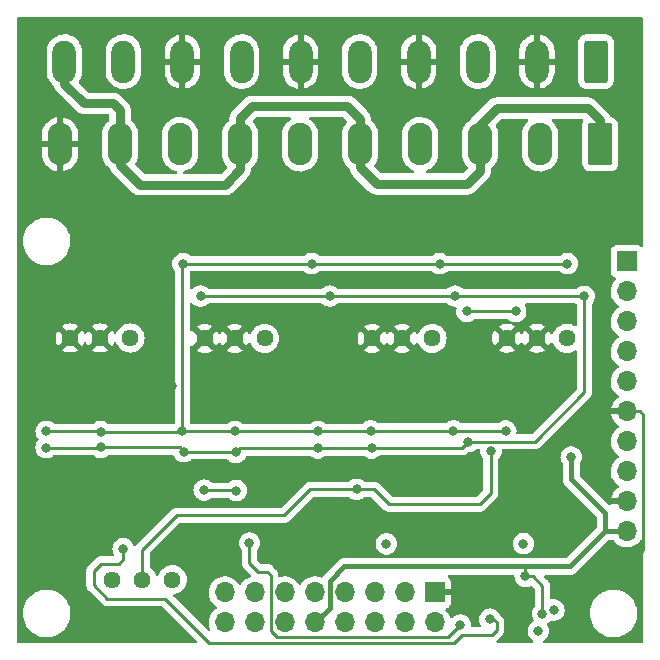
<source format=gbr>
%TF.GenerationSoftware,KiCad,Pcbnew,6.0.8+dfsg-1~bpo11+1*%
%TF.CreationDate,2022-10-31T17:33:22+01:00*%
%TF.ProjectId,rib4inAd_00,72696234-696e-4416-945f-30302e6b6963,rev?*%
%TF.SameCoordinates,Original*%
%TF.FileFunction,Copper,L4,Bot*%
%TF.FilePolarity,Positive*%
%FSLAX46Y46*%
G04 Gerber Fmt 4.6, Leading zero omitted, Abs format (unit mm)*
G04 Created by KiCad (PCBNEW 6.0.8+dfsg-1~bpo11+1) date 2022-10-31 17:33:22*
%MOMM*%
%LPD*%
G01*
G04 APERTURE LIST*
G04 Aperture macros list*
%AMRoundRect*
0 Rectangle with rounded corners*
0 $1 Rounding radius*
0 $2 $3 $4 $5 $6 $7 $8 $9 X,Y pos of 4 corners*
0 Add a 4 corners polygon primitive as box body*
4,1,4,$2,$3,$4,$5,$6,$7,$8,$9,$2,$3,0*
0 Add four circle primitives for the rounded corners*
1,1,$1+$1,$2,$3*
1,1,$1+$1,$4,$5*
1,1,$1+$1,$6,$7*
1,1,$1+$1,$8,$9*
0 Add four rect primitives between the rounded corners*
20,1,$1+$1,$2,$3,$4,$5,0*
20,1,$1+$1,$4,$5,$6,$7,0*
20,1,$1+$1,$6,$7,$8,$9,0*
20,1,$1+$1,$8,$9,$2,$3,0*%
G04 Aperture macros list end*
%TA.AperFunction,ComponentPad*%
%ADD10C,1.440000*%
%TD*%
%TA.AperFunction,ComponentPad*%
%ADD11R,1.700000X1.700000*%
%TD*%
%TA.AperFunction,ComponentPad*%
%ADD12O,1.700000X1.700000*%
%TD*%
%TA.AperFunction,ComponentPad*%
%ADD13RoundRect,0.250000X0.750000X1.550000X-0.750000X1.550000X-0.750000X-1.550000X0.750000X-1.550000X0*%
%TD*%
%TA.AperFunction,ComponentPad*%
%ADD14O,2.000000X3.600000*%
%TD*%
%TA.AperFunction,ComponentPad*%
%ADD15RoundRect,0.249999X0.790001X1.550001X-0.790001X1.550001X-0.790001X-1.550001X0.790001X-1.550001X0*%
%TD*%
%TA.AperFunction,ComponentPad*%
%ADD16O,2.080000X3.600000*%
%TD*%
%TA.AperFunction,ViaPad*%
%ADD17C,0.800000*%
%TD*%
%TA.AperFunction,Conductor*%
%ADD18C,0.250000*%
%TD*%
%TA.AperFunction,Conductor*%
%ADD19C,0.400000*%
%TD*%
%TA.AperFunction,Conductor*%
%ADD20C,0.800000*%
%TD*%
G04 APERTURE END LIST*
D10*
%TO.P,RV5,1,1*%
%TO.N,GNDD*%
X158560000Y-93710000D03*
%TO.P,RV5,2,2*%
X161100000Y-93710000D03*
%TO.P,RV5,3,3*%
%TO.N,Net-(R29-Pad1)*%
X163640000Y-93710000D03*
%TD*%
%TO.P,RV1,1,1*%
%TO.N,GNDD*%
X132990000Y-93680000D03*
%TO.P,RV1,2,2*%
X135530000Y-93680000D03*
%TO.P,RV1,3,3*%
%TO.N,Net-(R2-Pad1)*%
X138070000Y-93680000D03*
%TD*%
%TO.P,RV2,1,1*%
%TO.N,GNDD*%
X144380000Y-93710000D03*
%TO.P,RV2,2,2*%
X146920000Y-93710000D03*
%TO.P,RV2,3,3*%
%TO.N,Net-(R3-Pad1)*%
X149460000Y-93710000D03*
%TD*%
D11*
%TO.P,J1,1,Pin_1*%
%TO.N,/A4O*%
X180125000Y-87200000D03*
D12*
%TO.P,J1,2,Pin_2*%
%TO.N,/A3O*%
X180125000Y-89740000D03*
%TO.P,J1,3,Pin_3*%
%TO.N,/A2O*%
X180125000Y-92280000D03*
%TO.P,J1,4,Pin_4*%
%TO.N,/A1O*%
X180125000Y-94820000D03*
%TO.P,J1,5,Pin_5*%
%TO.N,unconnected-(J1-Pad5)*%
X180125000Y-97360000D03*
%TO.P,J1,6,Pin_6*%
%TO.N,GNDD*%
X180125000Y-99900000D03*
%TO.P,J1,7,Pin_7*%
%TO.N,/SDA*%
X180125000Y-102440000D03*
%TO.P,J1,8,Pin_8*%
%TO.N,/SCL*%
X180125000Y-104980000D03*
%TO.P,J1,9,Pin_9*%
%TO.N,GNDD*%
X180125000Y-107520000D03*
%TO.P,J1,10,Pin_10*%
%TO.N,+5V*%
X180125000Y-110060000D03*
%TD*%
D11*
%TO.P,J2,1,Pin_1*%
%TO.N,GNDD*%
X163865000Y-115225000D03*
D12*
%TO.P,J2,2,Pin_2*%
%TO.N,/SCL*%
X163865000Y-117765000D03*
%TO.P,J2,3,Pin_3*%
%TO.N,/SDA*%
X161325000Y-115225000D03*
%TO.P,J2,4,Pin_4*%
%TO.N,unconnected-(J2-Pad4)*%
X161325000Y-117765000D03*
%TO.P,J2,5,Pin_5*%
%TO.N,unconnected-(J2-Pad5)*%
X158785000Y-115225000D03*
%TO.P,J2,6,Pin_6*%
%TO.N,unconnected-(J2-Pad6)*%
X158785000Y-117765000D03*
%TO.P,J2,7,Pin_7*%
%TO.N,unconnected-(J2-Pad7)*%
X156245000Y-115225000D03*
%TO.P,J2,8,Pin_8*%
%TO.N,unconnected-(J2-Pad8)*%
X156245000Y-117765000D03*
%TO.P,J2,9,Pin_9*%
%TO.N,unconnected-(J2-Pad9)*%
X153705000Y-115225000D03*
%TO.P,J2,10,Pin_10*%
%TO.N,+5V*%
X153705000Y-117765000D03*
%TO.P,J2,11,Pin_11*%
%TO.N,-12V*%
X151165000Y-115225000D03*
%TO.P,J2,12,Pin_12*%
%TO.N,+12V*%
X151165000Y-117765000D03*
%TO.P,J2,13,Pin_13*%
%TO.N,GNDD*%
X148625000Y-115225000D03*
%TO.P,J2,14,Pin_14*%
%TO.N,Earth*%
X148625000Y-117765000D03*
%TO.P,J2,15,Pin_15*%
%TO.N,+VSW*%
X146085000Y-115225000D03*
%TO.P,J2,16,Pin_16*%
X146085000Y-117765000D03*
%TD*%
D10*
%TO.P,RV6,1,1*%
%TO.N,GNDD*%
X169960000Y-93700000D03*
%TO.P,RV6,2,2*%
X172500000Y-93700000D03*
%TO.P,RV6,3,3*%
%TO.N,Net-(R30-Pad1)*%
X175040000Y-93700000D03*
%TD*%
%TO.P,RV4,1,1*%
%TO.N,/VREF*%
X136560000Y-114150000D03*
%TO.P,RV4,2,2*%
X139100000Y-114150000D03*
%TO.P,RV4,3,3*%
%TO.N,Net-(R12-Pad2)*%
X141640000Y-114150000D03*
%TD*%
D13*
%TO.P,J3,1,Pin_1*%
%TO.N,Earth*%
X177500000Y-70277500D03*
D14*
%TO.P,J3,2,Pin_2*%
%TO.N,GNDD*%
X172500000Y-70277500D03*
%TO.P,J3,3,Pin_3*%
%TO.N,/A4*%
X167500000Y-70277500D03*
%TO.P,J3,4,Pin_4*%
%TO.N,GNDD*%
X162500000Y-70277500D03*
%TO.P,J3,5,Pin_5*%
%TO.N,/A3*%
X157500000Y-70277500D03*
%TO.P,J3,6,Pin_6*%
%TO.N,GNDD*%
X152500000Y-70277500D03*
%TO.P,J3,7,Pin_7*%
%TO.N,/A2*%
X147500000Y-70277500D03*
%TO.P,J3,8,Pin_8*%
%TO.N,GNDD*%
X142500000Y-70277500D03*
%TO.P,J3,9,Pin_9*%
%TO.N,/A1*%
X137500000Y-70277500D03*
%TO.P,J3,10,Pin_10*%
%TO.N,+VSW*%
X132500000Y-70277500D03*
%TD*%
D15*
%TO.P,J4,1,Pin_1*%
%TO.N,+VSW*%
X177860000Y-77277500D03*
D16*
%TO.P,J4,2,Pin_2*%
%TO.N,Earth*%
X172780000Y-77277500D03*
%TO.P,J4,3,Pin_3*%
%TO.N,+VSW*%
X167700000Y-77277500D03*
%TO.P,J4,4,Pin_4*%
%TO.N,Earth*%
X162620000Y-77277500D03*
%TO.P,J4,5,Pin_5*%
%TO.N,+VSW*%
X157540000Y-77277500D03*
%TO.P,J4,6,Pin_6*%
%TO.N,Earth*%
X152460000Y-77277500D03*
%TO.P,J4,7,Pin_7*%
%TO.N,+VSW*%
X147380000Y-77277500D03*
%TO.P,J4,8,Pin_8*%
%TO.N,Earth*%
X142300000Y-77277500D03*
%TO.P,J4,9,Pin_9*%
%TO.N,+VSW*%
X137220000Y-77277500D03*
%TO.P,J4,10,Pin_10*%
%TO.N,GNDD*%
X132140000Y-77277500D03*
%TD*%
D17*
%TO.N,+12V*%
X142550000Y-87380000D03*
X135580000Y-101610000D03*
X165430000Y-101540000D03*
X175080000Y-87390000D03*
X146960000Y-101590000D03*
X158430000Y-101540000D03*
X153430000Y-87380000D03*
X153985500Y-101580000D03*
X142495500Y-101598469D03*
X130970000Y-101590000D03*
X164270000Y-87390000D03*
X169870000Y-101560000D03*
%TO.N,GNDD*%
X178570000Y-112740000D03*
X164570000Y-97630000D03*
X143450000Y-112110000D03*
X128880000Y-106780000D03*
X130030000Y-97680000D03*
X153130000Y-97740000D03*
X149870000Y-111930000D03*
X169440000Y-111360000D03*
X163560000Y-111370000D03*
X166050000Y-114410000D03*
X151820000Y-106320000D03*
X135640000Y-111490000D03*
X157780000Y-111260000D03*
X141620000Y-97760000D03*
X163400000Y-106420000D03*
%TO.N,-12V*%
X158510000Y-103000000D03*
X130957701Y-102957701D03*
X176520000Y-90150000D03*
X135570000Y-102950000D03*
X147020000Y-103374500D03*
X142620000Y-103300000D03*
X166700000Y-102460000D03*
X154970000Y-90130000D03*
X153959575Y-103004075D03*
X165570000Y-90130000D03*
X144030000Y-90130000D03*
%TO.N,+5V*%
X175410000Y-103760000D03*
X172980000Y-117020000D03*
X171520000Y-113860000D03*
%TO.N,/A4O*%
X173950500Y-116714500D03*
X171370000Y-111090000D03*
%TO.N,/A3O*%
X172627575Y-118485500D03*
X159760000Y-111110000D03*
X170710000Y-91430000D03*
X166580000Y-91430000D03*
%TO.N,/A2O*%
X166030000Y-118000000D03*
X148170000Y-111050000D03*
%TO.N,/A1O*%
X137480000Y-111510000D03*
X168520000Y-117490000D03*
%TO.N,/VREF*%
X157240000Y-106490000D03*
X168620000Y-103240000D03*
%TO.N,Net-(R19-Pad2)*%
X147060000Y-106600000D03*
X144340000Y-106560000D03*
%TD*%
D18*
%TO.N,+12V*%
X142495500Y-101598469D02*
X142490000Y-101592969D01*
X169850000Y-101540000D02*
X169870000Y-101560000D01*
X135560000Y-101590000D02*
X135580000Y-101610000D01*
X135580000Y-101610000D02*
X142483969Y-101610000D01*
X165430000Y-101540000D02*
X169850000Y-101540000D01*
X142483969Y-101610000D02*
X142495500Y-101598469D01*
X158430000Y-101540000D02*
X165430000Y-101540000D01*
X153430000Y-87380000D02*
X164260000Y-87380000D01*
X142550000Y-87380000D02*
X153430000Y-87380000D01*
X142490000Y-101592969D02*
X142490000Y-87440000D01*
X142503969Y-101590000D02*
X146960000Y-101590000D01*
X142490000Y-87440000D02*
X142550000Y-87380000D01*
X164260000Y-87380000D02*
X164270000Y-87390000D01*
X164270000Y-87390000D02*
X175080000Y-87390000D01*
X130970000Y-101590000D02*
X135560000Y-101590000D01*
X153985500Y-101580000D02*
X158390000Y-101580000D01*
X142495500Y-101598469D02*
X142503969Y-101590000D01*
X146960000Y-101590000D02*
X153975500Y-101590000D01*
X158390000Y-101580000D02*
X158430000Y-101540000D01*
X153975500Y-101590000D02*
X153985500Y-101580000D01*
%TO.N,GNDD*%
X180125000Y-99900000D02*
X181240000Y-99900000D01*
X181240000Y-99900000D02*
X181510000Y-100170000D01*
X181510000Y-100170000D02*
X181510000Y-110950000D01*
X181510000Y-111670000D02*
X180440000Y-112740000D01*
X181510000Y-110950000D02*
X181510000Y-111670000D01*
X180440000Y-112740000D02*
X178570000Y-112740000D01*
%TO.N,-12V*%
X158510000Y-103000000D02*
X166160000Y-103000000D01*
X144030000Y-90130000D02*
X154970000Y-90130000D01*
X142620000Y-103300000D02*
X146945500Y-103300000D01*
X166160000Y-103000000D02*
X166700000Y-102460000D01*
X135570000Y-102950000D02*
X142270000Y-102950000D01*
X165570000Y-90130000D02*
X176500000Y-90130000D01*
X176520000Y-98290000D02*
X176520000Y-90150000D01*
X176500000Y-90130000D02*
X176520000Y-90150000D01*
X135562299Y-102957701D02*
X135570000Y-102950000D01*
X154970000Y-90130000D02*
X165570000Y-90130000D01*
X158505925Y-103004075D02*
X158510000Y-103000000D01*
X147390425Y-103004075D02*
X147020000Y-103374500D01*
X166700000Y-102460000D02*
X172350000Y-102460000D01*
X130957701Y-102957701D02*
X135562299Y-102957701D01*
X172350000Y-102460000D02*
X176520000Y-98290000D01*
X146945500Y-103300000D02*
X147020000Y-103374500D01*
X142270000Y-102950000D02*
X142620000Y-103300000D01*
X153959575Y-103004075D02*
X147390425Y-103004075D01*
X153959575Y-103004075D02*
X158505925Y-103004075D01*
%TO.N,+5V*%
X172160000Y-113860000D02*
X172980000Y-114680000D01*
X171520000Y-113120000D02*
X171430000Y-113030000D01*
D19*
X175310000Y-113030000D02*
X178280000Y-110060000D01*
X171430000Y-113030000D02*
X175310000Y-113030000D01*
X178280000Y-108520000D02*
X175410000Y-105650000D01*
X153705000Y-117765000D02*
X154955000Y-116515000D01*
D18*
X171520000Y-113860000D02*
X172160000Y-113860000D01*
X172980000Y-114680000D02*
X172980000Y-117020000D01*
X171520000Y-113860000D02*
X171520000Y-113120000D01*
D19*
X154955000Y-116515000D02*
X154955000Y-114285000D01*
X156210000Y-113030000D02*
X171430000Y-113030000D01*
X175410000Y-105650000D02*
X175410000Y-103760000D01*
X154955000Y-114285000D02*
X156210000Y-113030000D01*
X178280000Y-110060000D02*
X180125000Y-110060000D01*
X178280000Y-110060000D02*
X178280000Y-108520000D01*
D18*
%TO.N,/A3O*%
X166580000Y-91430000D02*
X170710000Y-91430000D01*
%TO.N,/A2O*%
X148170000Y-111050000D02*
X148170000Y-112730000D01*
X149990000Y-118490000D02*
X150530000Y-119030000D01*
X148910000Y-113470000D02*
X149690000Y-113470000D01*
X149690000Y-113470000D02*
X149990000Y-113770000D01*
X165000000Y-119030000D02*
X166030000Y-118000000D01*
X149990000Y-113770000D02*
X149990000Y-118490000D01*
X148170000Y-112730000D02*
X148910000Y-113470000D01*
X150530000Y-119030000D02*
X165000000Y-119030000D01*
%TO.N,/A1O*%
X165460000Y-119480000D02*
X166150000Y-118790000D01*
X144770000Y-119480000D02*
X165460000Y-119480000D01*
X137480000Y-111510000D02*
X137480000Y-112420000D01*
X141060000Y-115770000D02*
X144770000Y-119480000D01*
X135600000Y-112790000D02*
X134980000Y-113410000D01*
X166150000Y-118790000D02*
X168710000Y-118790000D01*
X168710000Y-118790000D02*
X169100000Y-118400000D01*
X169100000Y-117770000D02*
X168820000Y-117490000D01*
X169100000Y-118400000D02*
X169100000Y-117770000D01*
X168820000Y-117490000D02*
X168520000Y-117490000D01*
X134980000Y-114600000D02*
X136150000Y-115770000D01*
X136150000Y-115770000D02*
X141060000Y-115770000D01*
X134980000Y-113410000D02*
X134980000Y-114600000D01*
X137110000Y-112790000D02*
X135600000Y-112790000D01*
X137480000Y-112420000D02*
X137110000Y-112790000D01*
D20*
%TO.N,+VSW*%
X147380000Y-79400000D02*
X147380000Y-77277500D01*
X137220000Y-79020000D02*
X138910000Y-80710000D01*
X147380000Y-77277500D02*
X147380000Y-75100000D01*
X137220000Y-77277500D02*
X137220000Y-79020000D01*
X157540000Y-79230000D02*
X158940000Y-80630000D01*
X157540000Y-75150000D02*
X157540000Y-77277500D01*
X167700000Y-79550000D02*
X167700000Y-77277500D01*
X132500000Y-70277500D02*
X132500000Y-72150000D01*
X157540000Y-77277500D02*
X157540000Y-79230000D01*
X146070000Y-80710000D02*
X147380000Y-79400000D01*
X156460000Y-74070000D02*
X157540000Y-75150000D01*
X148410000Y-74070000D02*
X156460000Y-74070000D01*
X167700000Y-75630000D02*
X169100000Y-74230000D01*
X138910000Y-80710000D02*
X146070000Y-80710000D01*
X166620000Y-80630000D02*
X167700000Y-79550000D01*
X167700000Y-77277500D02*
X167700000Y-75630000D01*
X136610000Y-73810000D02*
X137220000Y-74420000D01*
X137220000Y-74420000D02*
X137220000Y-77277500D01*
X158940000Y-80630000D02*
X166620000Y-80630000D01*
X147380000Y-75100000D02*
X148410000Y-74070000D01*
X134160000Y-73810000D02*
X136610000Y-73810000D01*
X176830000Y-74230000D02*
X177860000Y-75260000D01*
X177860000Y-75260000D02*
X177860000Y-77277500D01*
X169100000Y-74230000D02*
X176830000Y-74230000D01*
X132500000Y-72150000D02*
X134160000Y-73810000D01*
D18*
%TO.N,/VREF*%
X167680000Y-107760000D02*
X168620000Y-106820000D01*
X157240000Y-106490000D02*
X158730000Y-106490000D01*
X168620000Y-106820000D02*
X168620000Y-103240000D01*
X157240000Y-106490000D02*
X153340000Y-106490000D01*
X160000000Y-107760000D02*
X167680000Y-107760000D01*
X153340000Y-106490000D02*
X151130000Y-108700000D01*
X151130000Y-108700000D02*
X142010000Y-108700000D01*
X158730000Y-106490000D02*
X160000000Y-107760000D01*
X142010000Y-108700000D02*
X139100000Y-111610000D01*
X139100000Y-111610000D02*
X139100000Y-114150000D01*
%TO.N,Net-(R19-Pad2)*%
X144340000Y-106560000D02*
X147020000Y-106560000D01*
X147020000Y-106560000D02*
X147060000Y-106600000D01*
%TD*%
%TA.AperFunction,Conductor*%
%TO.N,GNDD*%
G36*
X170549307Y-113758502D02*
G01*
X170595800Y-113812158D01*
X170606214Y-113860030D01*
X170606496Y-113860000D01*
X170607186Y-113866565D01*
X170619801Y-113986586D01*
X170626458Y-114049928D01*
X170685473Y-114231556D01*
X170688776Y-114237278D01*
X170688777Y-114237279D01*
X170710161Y-114274317D01*
X170780960Y-114396944D01*
X170785378Y-114401851D01*
X170785379Y-114401852D01*
X170814340Y-114434016D01*
X170908747Y-114538866D01*
X170966519Y-114580840D01*
X171053600Y-114644108D01*
X171063248Y-114651118D01*
X171069276Y-114653802D01*
X171069278Y-114653803D01*
X171231679Y-114726108D01*
X171237712Y-114728794D01*
X171331113Y-114748647D01*
X171418056Y-114767128D01*
X171418061Y-114767128D01*
X171424513Y-114768500D01*
X171615487Y-114768500D01*
X171621939Y-114767128D01*
X171621944Y-114767128D01*
X171708887Y-114748647D01*
X171802288Y-114728794D01*
X171808315Y-114726111D01*
X171808323Y-114726108D01*
X171951933Y-114662169D01*
X172022300Y-114652735D01*
X172086597Y-114682842D01*
X172092276Y-114688181D01*
X172309595Y-114905500D01*
X172343621Y-114967812D01*
X172346500Y-114994595D01*
X172346500Y-116317476D01*
X172326498Y-116385597D01*
X172314142Y-116401779D01*
X172240960Y-116483056D01*
X172145473Y-116648444D01*
X172086458Y-116830072D01*
X172066496Y-117020000D01*
X172067186Y-117026565D01*
X172077095Y-117120840D01*
X172086458Y-117209928D01*
X172145473Y-117391556D01*
X172148776Y-117397278D01*
X172148777Y-117397279D01*
X172220283Y-117521131D01*
X172237021Y-117590126D01*
X172213801Y-117657218D01*
X172174930Y-117692553D01*
X172170823Y-117694382D01*
X172016322Y-117806634D01*
X171888535Y-117948556D01*
X171863867Y-117991283D01*
X171799028Y-118103587D01*
X171793048Y-118113944D01*
X171734033Y-118295572D01*
X171714071Y-118485500D01*
X171714761Y-118492065D01*
X171732945Y-118665073D01*
X171734033Y-118675428D01*
X171793048Y-118857056D01*
X171796351Y-118862778D01*
X171796352Y-118862779D01*
X171810296Y-118886930D01*
X171888535Y-119022444D01*
X172016322Y-119164366D01*
X172152855Y-119263563D01*
X172152856Y-119263564D01*
X172196210Y-119319786D01*
X172202285Y-119390523D01*
X172169154Y-119453314D01*
X172107333Y-119488226D01*
X172078795Y-119491500D01*
X169210030Y-119491500D01*
X169141909Y-119471498D01*
X169095416Y-119417842D01*
X169085312Y-119347568D01*
X169114806Y-119282988D01*
X169135969Y-119263564D01*
X169147107Y-119255472D01*
X169175298Y-119221395D01*
X169183288Y-119212616D01*
X169492247Y-118903657D01*
X169500537Y-118896113D01*
X169507018Y-118892000D01*
X169553659Y-118842332D01*
X169556413Y-118839491D01*
X169576134Y-118819770D01*
X169578612Y-118816575D01*
X169586318Y-118807553D01*
X169611158Y-118781101D01*
X169616586Y-118775321D01*
X169626346Y-118757568D01*
X169637199Y-118741045D01*
X169644753Y-118731306D01*
X169649613Y-118725041D01*
X169667176Y-118684457D01*
X169672383Y-118673827D01*
X169693695Y-118635060D01*
X169695666Y-118627383D01*
X169695668Y-118627378D01*
X169698732Y-118615442D01*
X169705138Y-118596730D01*
X169710033Y-118585419D01*
X169713181Y-118578145D01*
X169714421Y-118570317D01*
X169714423Y-118570310D01*
X169720099Y-118534476D01*
X169722505Y-118522856D01*
X169731528Y-118487711D01*
X169731528Y-118487710D01*
X169733500Y-118480030D01*
X169733500Y-118459776D01*
X169735051Y-118440065D01*
X169736980Y-118427886D01*
X169738220Y-118420057D01*
X169734059Y-118376038D01*
X169733500Y-118364181D01*
X169733500Y-117848767D01*
X169734027Y-117837584D01*
X169735702Y-117830091D01*
X169733562Y-117762000D01*
X169733500Y-117758043D01*
X169733500Y-117730144D01*
X169732996Y-117726153D01*
X169732063Y-117714311D01*
X169731424Y-117693955D01*
X169730674Y-117670111D01*
X169728462Y-117662497D01*
X169728461Y-117662492D01*
X169725023Y-117650659D01*
X169721012Y-117631295D01*
X169719467Y-117619064D01*
X169718474Y-117611203D01*
X169715557Y-117603836D01*
X169715556Y-117603831D01*
X169702198Y-117570092D01*
X169698354Y-117558865D01*
X169688230Y-117524022D01*
X169686018Y-117516407D01*
X169675707Y-117498972D01*
X169667012Y-117481224D01*
X169659552Y-117462383D01*
X169633564Y-117426613D01*
X169627048Y-117416693D01*
X169608580Y-117385465D01*
X169608578Y-117385462D01*
X169604542Y-117378638D01*
X169590218Y-117364314D01*
X169577383Y-117349287D01*
X169565472Y-117332893D01*
X169557195Y-117326045D01*
X169531408Y-117304713D01*
X169522627Y-117296723D01*
X169377846Y-117151941D01*
X169354739Y-117118321D01*
X169354527Y-117118444D01*
X169354456Y-117118321D01*
X169259040Y-116953056D01*
X169237792Y-116929457D01*
X169135675Y-116816045D01*
X169135674Y-116816044D01*
X169131253Y-116811134D01*
X168992298Y-116710177D01*
X168982094Y-116702763D01*
X168982093Y-116702762D01*
X168976752Y-116698882D01*
X168970724Y-116696198D01*
X168970722Y-116696197D01*
X168808319Y-116623891D01*
X168808318Y-116623891D01*
X168802288Y-116621206D01*
X168708888Y-116601353D01*
X168621944Y-116582872D01*
X168621939Y-116582872D01*
X168615487Y-116581500D01*
X168424513Y-116581500D01*
X168418061Y-116582872D01*
X168418056Y-116582872D01*
X168331112Y-116601353D01*
X168237712Y-116621206D01*
X168231682Y-116623891D01*
X168231681Y-116623891D01*
X168069278Y-116696197D01*
X168069276Y-116696198D01*
X168063248Y-116698882D01*
X168057907Y-116702762D01*
X168057906Y-116702763D01*
X168047702Y-116710177D01*
X167908747Y-116811134D01*
X167904326Y-116816044D01*
X167904325Y-116816045D01*
X167802209Y-116929457D01*
X167780960Y-116953056D01*
X167737873Y-117027684D01*
X167698215Y-117096375D01*
X167685473Y-117118444D01*
X167626458Y-117300072D01*
X167625768Y-117306633D01*
X167625768Y-117306635D01*
X167616244Y-117397249D01*
X167606496Y-117490000D01*
X167607186Y-117496565D01*
X167622492Y-117642190D01*
X167626458Y-117679928D01*
X167685473Y-117861556D01*
X167688776Y-117867278D01*
X167688777Y-117867279D01*
X167712619Y-117908574D01*
X167739259Y-117954715D01*
X167746640Y-117967500D01*
X167763378Y-118036495D01*
X167740158Y-118103587D01*
X167684351Y-118147474D01*
X167637521Y-118156500D01*
X167066993Y-118156500D01*
X166998872Y-118136498D01*
X166952379Y-118082842D01*
X166941683Y-118017332D01*
X166942814Y-118006569D01*
X166942814Y-118006565D01*
X166943504Y-118000000D01*
X166933895Y-117908574D01*
X166924232Y-117816635D01*
X166924232Y-117816633D01*
X166923542Y-117810072D01*
X166864527Y-117628444D01*
X166859112Y-117619064D01*
X166793613Y-117505618D01*
X166769040Y-117463056D01*
X166723608Y-117412598D01*
X166645675Y-117326045D01*
X166645671Y-117326041D01*
X166641253Y-117321134D01*
X166537463Y-117245726D01*
X166492094Y-117212763D01*
X166492093Y-117212762D01*
X166486752Y-117208882D01*
X166480724Y-117206198D01*
X166480722Y-117206197D01*
X166318319Y-117133891D01*
X166318318Y-117133891D01*
X166312288Y-117131206D01*
X166210739Y-117109621D01*
X166131944Y-117092872D01*
X166131939Y-117092872D01*
X166125487Y-117091500D01*
X165934513Y-117091500D01*
X165928061Y-117092872D01*
X165928056Y-117092872D01*
X165849261Y-117109621D01*
X165747712Y-117131206D01*
X165741682Y-117133891D01*
X165741681Y-117133891D01*
X165579278Y-117206197D01*
X165579276Y-117206198D01*
X165573248Y-117208882D01*
X165567907Y-117212762D01*
X165567906Y-117212763D01*
X165522537Y-117245726D01*
X165418747Y-117321134D01*
X165369923Y-117375359D01*
X165309477Y-117412598D01*
X165238493Y-117411246D01*
X165179508Y-117371732D01*
X165157009Y-117331654D01*
X165156693Y-117330725D01*
X165155431Y-117325702D01*
X165066354Y-117120840D01*
X164957810Y-116953056D01*
X164947822Y-116937617D01*
X164947820Y-116937614D01*
X164945014Y-116933277D01*
X164941538Y-116929457D01*
X164941533Y-116929450D01*
X164797435Y-116771088D01*
X164766383Y-116707242D01*
X164774779Y-116636744D01*
X164819956Y-116581976D01*
X164846400Y-116568307D01*
X164953052Y-116528325D01*
X164968649Y-116519786D01*
X165070724Y-116443285D01*
X165083285Y-116430724D01*
X165159786Y-116328649D01*
X165168324Y-116313054D01*
X165213478Y-116192606D01*
X165217105Y-116177351D01*
X165222631Y-116126486D01*
X165223000Y-116119672D01*
X165223000Y-115497115D01*
X165218525Y-115481876D01*
X165217135Y-115480671D01*
X165209452Y-115479000D01*
X163737000Y-115479000D01*
X163668879Y-115458998D01*
X163622386Y-115405342D01*
X163611000Y-115353000D01*
X163611000Y-115097000D01*
X163631002Y-115028879D01*
X163684658Y-114982386D01*
X163737000Y-114971000D01*
X165204884Y-114971000D01*
X165220123Y-114966525D01*
X165221328Y-114965135D01*
X165222999Y-114957452D01*
X165222999Y-114330331D01*
X165222629Y-114323510D01*
X165217105Y-114272648D01*
X165213479Y-114257396D01*
X165168324Y-114136946D01*
X165159786Y-114121351D01*
X165083285Y-114019276D01*
X165070724Y-114006715D01*
X165015499Y-113965326D01*
X164972984Y-113908467D01*
X164967958Y-113837648D01*
X165002018Y-113775355D01*
X165064349Y-113741365D01*
X165091064Y-113738500D01*
X170481186Y-113738500D01*
X170549307Y-113758502D01*
G37*
%TD.AperFunction*%
%TA.AperFunction,Conductor*%
G36*
X181433621Y-66528502D02*
G01*
X181480114Y-66582158D01*
X181491500Y-66634500D01*
X181491500Y-85849695D01*
X181471498Y-85917816D01*
X181417842Y-85964309D01*
X181347568Y-85974413D01*
X181289936Y-85950521D01*
X181221705Y-85899385D01*
X181085316Y-85848255D01*
X181023134Y-85841500D01*
X179226866Y-85841500D01*
X179164684Y-85848255D01*
X179028295Y-85899385D01*
X178911739Y-85986739D01*
X178824385Y-86103295D01*
X178773255Y-86239684D01*
X178766500Y-86301866D01*
X178766500Y-88098134D01*
X178773255Y-88160316D01*
X178824385Y-88296705D01*
X178911739Y-88413261D01*
X179028295Y-88500615D01*
X179036704Y-88503767D01*
X179036705Y-88503768D01*
X179145451Y-88544535D01*
X179202216Y-88587176D01*
X179226916Y-88653738D01*
X179211709Y-88723087D01*
X179192316Y-88749568D01*
X179065629Y-88882138D01*
X178939743Y-89066680D01*
X178892715Y-89167993D01*
X178857958Y-89242872D01*
X178845688Y-89269305D01*
X178785989Y-89484570D01*
X178762251Y-89706695D01*
X178775110Y-89929715D01*
X178776247Y-89934761D01*
X178776248Y-89934767D01*
X178781951Y-89960072D01*
X178824222Y-90147639D01*
X178908266Y-90354616D01*
X178910965Y-90359020D01*
X179014074Y-90527279D01*
X179024987Y-90545088D01*
X179171250Y-90713938D01*
X179343126Y-90856632D01*
X179413595Y-90897811D01*
X179416445Y-90899476D01*
X179465169Y-90951114D01*
X179478240Y-91020897D01*
X179451509Y-91086669D01*
X179411055Y-91120027D01*
X179398607Y-91126507D01*
X179394474Y-91129610D01*
X179394471Y-91129612D01*
X179247352Y-91240072D01*
X179219965Y-91260635D01*
X179065629Y-91422138D01*
X179062715Y-91426410D01*
X179062714Y-91426411D01*
X179050404Y-91444457D01*
X178939743Y-91606680D01*
X178845688Y-91809305D01*
X178785989Y-92024570D01*
X178762251Y-92246695D01*
X178775110Y-92469715D01*
X178776247Y-92474761D01*
X178776248Y-92474767D01*
X178791845Y-92543972D01*
X178824222Y-92687639D01*
X178908266Y-92894616D01*
X179024987Y-93085088D01*
X179171250Y-93253938D01*
X179343126Y-93396632D01*
X179413595Y-93437811D01*
X179416445Y-93439476D01*
X179465169Y-93491114D01*
X179478240Y-93560897D01*
X179451509Y-93626669D01*
X179411055Y-93660027D01*
X179398607Y-93666507D01*
X179394474Y-93669610D01*
X179394471Y-93669612D01*
X179224100Y-93797530D01*
X179219965Y-93800635D01*
X179216393Y-93804373D01*
X179135928Y-93888575D01*
X179065629Y-93962138D01*
X179062715Y-93966410D01*
X179062714Y-93966411D01*
X178995926Y-94064319D01*
X178939743Y-94146680D01*
X178892715Y-94247993D01*
X178851103Y-94337640D01*
X178845688Y-94349305D01*
X178785989Y-94564570D01*
X178762251Y-94786695D01*
X178762548Y-94791848D01*
X178762548Y-94791851D01*
X178770112Y-94923034D01*
X178775110Y-95009715D01*
X178776247Y-95014761D01*
X178776248Y-95014767D01*
X178797275Y-95108069D01*
X178824222Y-95227639D01*
X178908266Y-95434616D01*
X179024987Y-95625088D01*
X179171250Y-95793938D01*
X179343126Y-95936632D01*
X179413595Y-95977811D01*
X179416445Y-95979476D01*
X179465169Y-96031114D01*
X179478240Y-96100897D01*
X179451509Y-96166669D01*
X179411055Y-96200027D01*
X179398607Y-96206507D01*
X179394474Y-96209610D01*
X179394471Y-96209612D01*
X179370247Y-96227800D01*
X179219965Y-96340635D01*
X179065629Y-96502138D01*
X178939743Y-96686680D01*
X178845688Y-96889305D01*
X178785989Y-97104570D01*
X178762251Y-97326695D01*
X178775110Y-97549715D01*
X178776247Y-97554761D01*
X178776248Y-97554767D01*
X178797275Y-97648069D01*
X178824222Y-97767639D01*
X178908266Y-97974616D01*
X179024987Y-98165088D01*
X179171250Y-98333938D01*
X179343126Y-98476632D01*
X179392422Y-98505438D01*
X179416955Y-98519774D01*
X179465679Y-98571412D01*
X179478750Y-98641195D01*
X179452019Y-98706967D01*
X179411562Y-98740327D01*
X179403457Y-98744546D01*
X179394738Y-98750036D01*
X179224433Y-98877905D01*
X179216726Y-98884748D01*
X179069590Y-99038717D01*
X179063104Y-99046727D01*
X178943098Y-99222649D01*
X178938000Y-99231623D01*
X178848338Y-99424783D01*
X178844775Y-99434470D01*
X178789389Y-99634183D01*
X178790912Y-99642607D01*
X178803292Y-99646000D01*
X180253000Y-99646000D01*
X180321121Y-99666002D01*
X180367614Y-99719658D01*
X180379000Y-99772000D01*
X180379000Y-100028000D01*
X180358998Y-100096121D01*
X180305342Y-100142614D01*
X180253000Y-100154000D01*
X178808225Y-100154000D01*
X178794694Y-100157973D01*
X178793257Y-100167966D01*
X178823565Y-100302446D01*
X178826645Y-100312275D01*
X178906770Y-100509603D01*
X178911413Y-100518794D01*
X179022694Y-100700388D01*
X179028777Y-100708699D01*
X179168213Y-100869667D01*
X179175580Y-100876883D01*
X179339434Y-101012916D01*
X179347881Y-101018831D01*
X179416969Y-101059203D01*
X179465693Y-101110842D01*
X179478764Y-101180625D01*
X179452033Y-101246396D01*
X179411584Y-101279752D01*
X179398607Y-101286507D01*
X179394474Y-101289610D01*
X179394471Y-101289612D01*
X179247352Y-101400072D01*
X179219965Y-101420635D01*
X179216393Y-101424373D01*
X179086785Y-101560000D01*
X179065629Y-101582138D01*
X179062715Y-101586410D01*
X179062714Y-101586411D01*
X179050404Y-101604457D01*
X178939743Y-101766680D01*
X178845688Y-101969305D01*
X178785989Y-102184570D01*
X178762251Y-102406695D01*
X178762548Y-102411848D01*
X178762548Y-102411851D01*
X178772598Y-102586145D01*
X178775110Y-102629715D01*
X178776247Y-102634761D01*
X178776248Y-102634767D01*
X178778892Y-102646498D01*
X178824222Y-102847639D01*
X178868913Y-102957701D01*
X178905673Y-103048229D01*
X178908266Y-103054616D01*
X178942808Y-103110983D01*
X179017841Y-103233426D01*
X179024987Y-103245088D01*
X179171250Y-103413938D01*
X179343126Y-103556632D01*
X179375769Y-103575707D01*
X179416445Y-103599476D01*
X179465169Y-103651114D01*
X179478240Y-103720897D01*
X179451509Y-103786669D01*
X179411055Y-103820027D01*
X179398607Y-103826507D01*
X179394474Y-103829610D01*
X179394471Y-103829612D01*
X179224100Y-103957530D01*
X179219965Y-103960635D01*
X179216393Y-103964373D01*
X179092707Y-104093803D01*
X179065629Y-104122138D01*
X179062715Y-104126410D01*
X179062714Y-104126411D01*
X179007653Y-104207128D01*
X178939743Y-104306680D01*
X178845688Y-104509305D01*
X178785989Y-104724570D01*
X178762251Y-104946695D01*
X178775110Y-105169715D01*
X178776247Y-105174761D01*
X178776248Y-105174767D01*
X178797275Y-105268069D01*
X178824222Y-105387639D01*
X178908266Y-105594616D01*
X178943965Y-105652872D01*
X179013411Y-105766197D01*
X179024987Y-105785088D01*
X179171250Y-105953938D01*
X179343126Y-106096632D01*
X179386506Y-106121981D01*
X179416955Y-106139774D01*
X179465679Y-106191412D01*
X179478750Y-106261195D01*
X179452019Y-106326967D01*
X179411562Y-106360327D01*
X179403457Y-106364546D01*
X179394738Y-106370036D01*
X179224433Y-106497905D01*
X179216726Y-106504748D01*
X179069590Y-106658717D01*
X179063104Y-106666727D01*
X178943098Y-106842649D01*
X178938000Y-106851623D01*
X178848338Y-107044783D01*
X178844775Y-107054470D01*
X178789389Y-107254183D01*
X178790912Y-107262607D01*
X178803292Y-107266000D01*
X180253000Y-107266000D01*
X180321121Y-107286002D01*
X180367614Y-107339658D01*
X180379000Y-107392000D01*
X180379000Y-107648000D01*
X180358998Y-107716121D01*
X180305342Y-107762614D01*
X180253000Y-107774000D01*
X178808225Y-107774000D01*
X178792986Y-107778475D01*
X178778634Y-107795038D01*
X178769004Y-107816126D01*
X178709280Y-107854512D01*
X178638283Y-107854514D01*
X178584682Y-107822712D01*
X176155405Y-105393435D01*
X176121379Y-105331123D01*
X176118500Y-105304340D01*
X176118500Y-104378744D01*
X176138502Y-104310623D01*
X176142564Y-104304683D01*
X176144621Y-104301852D01*
X176149040Y-104296944D01*
X176200103Y-104208500D01*
X176241223Y-104137279D01*
X176241224Y-104137278D01*
X176244527Y-104131556D01*
X176303542Y-103949928D01*
X176308041Y-103907128D01*
X176322814Y-103766565D01*
X176323504Y-103760000D01*
X176312060Y-103651114D01*
X176304232Y-103576635D01*
X176304232Y-103576633D01*
X176303542Y-103570072D01*
X176244527Y-103388444D01*
X176234675Y-103371379D01*
X176166792Y-103253803D01*
X176149040Y-103223056D01*
X176032388Y-103093500D01*
X176025675Y-103086045D01*
X176025674Y-103086044D01*
X176021253Y-103081134D01*
X175866752Y-102968882D01*
X175860724Y-102966198D01*
X175860722Y-102966197D01*
X175698319Y-102893891D01*
X175698318Y-102893891D01*
X175692288Y-102891206D01*
X175598888Y-102871353D01*
X175511944Y-102852872D01*
X175511939Y-102852872D01*
X175505487Y-102851500D01*
X175314513Y-102851500D01*
X175308061Y-102852872D01*
X175308056Y-102852872D01*
X175221113Y-102871353D01*
X175127712Y-102891206D01*
X175121682Y-102893891D01*
X175121681Y-102893891D01*
X174959278Y-102966197D01*
X174959276Y-102966198D01*
X174953248Y-102968882D01*
X174798747Y-103081134D01*
X174794326Y-103086044D01*
X174794325Y-103086045D01*
X174787613Y-103093500D01*
X174670960Y-103223056D01*
X174653208Y-103253803D01*
X174585326Y-103371379D01*
X174575473Y-103388444D01*
X174516458Y-103570072D01*
X174515768Y-103576633D01*
X174515768Y-103576635D01*
X174507940Y-103651114D01*
X174496496Y-103760000D01*
X174497186Y-103766565D01*
X174511960Y-103907128D01*
X174516458Y-103949928D01*
X174575473Y-104131556D01*
X174578776Y-104137278D01*
X174578777Y-104137279D01*
X174619897Y-104208500D01*
X174670960Y-104296944D01*
X174675379Y-104301852D01*
X174677436Y-104304683D01*
X174701295Y-104371551D01*
X174701500Y-104378744D01*
X174701500Y-105621088D01*
X174701208Y-105629658D01*
X174699626Y-105652872D01*
X174697275Y-105687352D01*
X174698580Y-105694829D01*
X174698580Y-105694830D01*
X174708261Y-105750299D01*
X174709223Y-105756821D01*
X174716898Y-105820242D01*
X174719581Y-105827343D01*
X174720222Y-105829952D01*
X174724685Y-105846262D01*
X174725450Y-105848798D01*
X174726757Y-105856284D01*
X174752222Y-105914293D01*
X174752442Y-105914795D01*
X174754933Y-105920899D01*
X174756972Y-105926295D01*
X174774777Y-105973414D01*
X174777513Y-105980656D01*
X174781817Y-105986919D01*
X174783054Y-105989285D01*
X174791299Y-106004097D01*
X174792632Y-106006351D01*
X174795685Y-106013305D01*
X174833862Y-106063056D01*
X174834579Y-106063991D01*
X174838459Y-106069332D01*
X174870339Y-106115720D01*
X174870344Y-106115725D01*
X174874643Y-106121981D01*
X174880313Y-106127032D01*
X174880314Y-106127034D01*
X174921170Y-106163435D01*
X174926446Y-106168416D01*
X177534595Y-108776565D01*
X177568621Y-108838877D01*
X177571500Y-108865660D01*
X177571500Y-109714340D01*
X177551498Y-109782461D01*
X177534595Y-109803435D01*
X175053435Y-112284595D01*
X174991123Y-112318621D01*
X174964340Y-112321500D01*
X156238912Y-112321500D01*
X156230342Y-112321208D01*
X156180224Y-112317791D01*
X156180220Y-112317791D01*
X156172648Y-112317275D01*
X156165171Y-112318580D01*
X156165170Y-112318580D01*
X156138692Y-112323201D01*
X156109697Y-112328262D01*
X156103179Y-112329223D01*
X156039758Y-112336898D01*
X156032657Y-112339581D01*
X156030048Y-112340222D01*
X156013738Y-112344685D01*
X156011202Y-112345450D01*
X156003716Y-112346757D01*
X155966334Y-112363167D01*
X155945205Y-112372442D01*
X155939101Y-112374933D01*
X155879344Y-112397513D01*
X155873081Y-112401817D01*
X155870715Y-112403054D01*
X155855903Y-112411299D01*
X155853649Y-112412632D01*
X155846695Y-112415685D01*
X155795998Y-112454587D01*
X155790668Y-112458459D01*
X155744280Y-112490339D01*
X155744275Y-112490344D01*
X155738019Y-112494643D01*
X155732968Y-112500313D01*
X155732966Y-112500314D01*
X155696565Y-112541170D01*
X155691584Y-112546446D01*
X154474480Y-113763550D01*
X154468215Y-113769404D01*
X154424615Y-113807439D01*
X154391628Y-113854375D01*
X154387872Y-113859719D01*
X154383939Y-113865014D01*
X154344524Y-113915282D01*
X154342668Y-113913827D01*
X154298790Y-113953939D01*
X154228809Y-113965907D01*
X154201360Y-113959530D01*
X154058091Y-113908796D01*
X154058083Y-113908794D01*
X154053212Y-113907069D01*
X154048119Y-113906162D01*
X154048116Y-113906161D01*
X153838373Y-113868800D01*
X153838367Y-113868799D01*
X153833284Y-113867894D01*
X153759452Y-113866992D01*
X153615081Y-113865228D01*
X153615079Y-113865228D01*
X153609911Y-113865165D01*
X153389091Y-113898955D01*
X153176756Y-113968357D01*
X153113817Y-114001121D01*
X152993614Y-114063695D01*
X152978607Y-114071507D01*
X152974474Y-114074610D01*
X152974471Y-114074612D01*
X152804100Y-114202530D01*
X152799965Y-114205635D01*
X152645629Y-114367138D01*
X152538201Y-114524621D01*
X152483293Y-114569621D01*
X152412768Y-114577792D01*
X152349021Y-114546538D01*
X152328324Y-114522054D01*
X152247822Y-114397617D01*
X152247820Y-114397614D01*
X152245014Y-114393277D01*
X152094670Y-114228051D01*
X152090619Y-114224852D01*
X152090615Y-114224848D01*
X151923414Y-114092800D01*
X151923410Y-114092798D01*
X151919359Y-114089598D01*
X151883028Y-114069542D01*
X151858869Y-114056206D01*
X151723789Y-113981638D01*
X151718920Y-113979914D01*
X151718916Y-113979912D01*
X151518087Y-113908795D01*
X151518083Y-113908794D01*
X151513212Y-113907069D01*
X151508119Y-113906162D01*
X151508116Y-113906161D01*
X151298373Y-113868800D01*
X151298367Y-113868799D01*
X151293284Y-113867894D01*
X151219452Y-113866992D01*
X151075081Y-113865228D01*
X151075079Y-113865228D01*
X151069911Y-113865165D01*
X150849091Y-113898955D01*
X150818986Y-113908795D01*
X150789917Y-113918296D01*
X150718953Y-113920447D01*
X150658091Y-113883891D01*
X150626655Y-113820233D01*
X150624834Y-113802489D01*
X150623562Y-113762013D01*
X150623500Y-113758055D01*
X150623500Y-113730144D01*
X150622995Y-113726144D01*
X150622062Y-113714301D01*
X150621222Y-113687558D01*
X150620673Y-113670111D01*
X150615021Y-113650657D01*
X150611013Y-113631300D01*
X150609468Y-113619070D01*
X150609468Y-113619069D01*
X150608474Y-113611203D01*
X150605389Y-113603411D01*
X150592196Y-113570088D01*
X150588351Y-113558858D01*
X150578229Y-113524017D01*
X150578229Y-113524016D01*
X150576018Y-113516407D01*
X150571985Y-113509588D01*
X150571983Y-113509583D01*
X150565707Y-113498972D01*
X150557012Y-113481224D01*
X150549552Y-113462383D01*
X150523564Y-113426613D01*
X150517048Y-113416693D01*
X150498578Y-113385463D01*
X150494542Y-113378638D01*
X150488936Y-113373031D01*
X150480220Y-113364315D01*
X150467379Y-113349281D01*
X150460131Y-113339305D01*
X150460130Y-113339304D01*
X150455472Y-113332893D01*
X150421407Y-113304712D01*
X150412626Y-113296722D01*
X150193647Y-113077742D01*
X150186113Y-113069463D01*
X150182000Y-113062982D01*
X150132347Y-113016355D01*
X150129506Y-113013601D01*
X150109770Y-112993865D01*
X150106573Y-112991385D01*
X150097551Y-112983680D01*
X150065321Y-112953414D01*
X150058375Y-112949595D01*
X150058372Y-112949593D01*
X150047566Y-112943652D01*
X150031047Y-112932801D01*
X150027322Y-112929912D01*
X150015041Y-112920386D01*
X150007772Y-112917241D01*
X150007768Y-112917238D01*
X149974463Y-112902826D01*
X149963813Y-112897609D01*
X149925060Y-112876305D01*
X149905437Y-112871267D01*
X149886734Y-112864863D01*
X149875420Y-112859967D01*
X149875419Y-112859967D01*
X149868145Y-112856819D01*
X149860322Y-112855580D01*
X149860312Y-112855577D01*
X149824476Y-112849901D01*
X149812856Y-112847495D01*
X149777711Y-112838472D01*
X149777710Y-112838472D01*
X149770030Y-112836500D01*
X149749776Y-112836500D01*
X149730065Y-112834949D01*
X149717886Y-112833020D01*
X149710057Y-112831780D01*
X149702165Y-112832526D01*
X149666039Y-112835941D01*
X149654181Y-112836500D01*
X149224595Y-112836500D01*
X149156474Y-112816498D01*
X149135499Y-112799595D01*
X148840404Y-112504499D01*
X148806379Y-112442187D01*
X148803500Y-112415404D01*
X148803500Y-111752524D01*
X148823502Y-111684403D01*
X148835858Y-111668221D01*
X148909040Y-111586944D01*
X149004527Y-111421556D01*
X149063542Y-111239928D01*
X149068766Y-111190230D01*
X149077198Y-111110000D01*
X158846496Y-111110000D01*
X158847186Y-111116565D01*
X158865539Y-111291181D01*
X158866458Y-111299928D01*
X158925473Y-111481556D01*
X159020960Y-111646944D01*
X159025378Y-111651851D01*
X159025379Y-111651852D01*
X159126317Y-111763955D01*
X159148747Y-111788866D01*
X159303248Y-111901118D01*
X159309276Y-111903802D01*
X159309278Y-111903803D01*
X159442552Y-111963140D01*
X159477712Y-111978794D01*
X159563966Y-111997128D01*
X159658056Y-112017128D01*
X159658061Y-112017128D01*
X159664513Y-112018500D01*
X159855487Y-112018500D01*
X159861939Y-112017128D01*
X159861944Y-112017128D01*
X159956034Y-111997128D01*
X160042288Y-111978794D01*
X160077448Y-111963140D01*
X160210722Y-111903803D01*
X160210724Y-111903802D01*
X160216752Y-111901118D01*
X160371253Y-111788866D01*
X160393683Y-111763955D01*
X160494621Y-111651852D01*
X160494622Y-111651851D01*
X160499040Y-111646944D01*
X160594527Y-111481556D01*
X160653542Y-111299928D01*
X160654462Y-111291181D01*
X160672814Y-111116565D01*
X160673504Y-111110000D01*
X160671402Y-111090000D01*
X170456496Y-111090000D01*
X170457186Y-111096565D01*
X170472433Y-111241628D01*
X170476458Y-111279928D01*
X170535473Y-111461556D01*
X170538776Y-111467278D01*
X170538777Y-111467279D01*
X170572686Y-111526010D01*
X170630960Y-111626944D01*
X170635378Y-111631851D01*
X170635379Y-111631852D01*
X170754325Y-111763955D01*
X170758747Y-111768866D01*
X170913248Y-111881118D01*
X170919276Y-111883802D01*
X170919278Y-111883803D01*
X171010897Y-111924594D01*
X171087712Y-111958794D01*
X171171365Y-111976575D01*
X171268056Y-111997128D01*
X171268061Y-111997128D01*
X171274513Y-111998500D01*
X171465487Y-111998500D01*
X171471939Y-111997128D01*
X171471944Y-111997128D01*
X171568635Y-111976575D01*
X171652288Y-111958794D01*
X171729103Y-111924594D01*
X171820722Y-111883803D01*
X171820724Y-111883802D01*
X171826752Y-111881118D01*
X171981253Y-111768866D01*
X171985675Y-111763955D01*
X172104621Y-111631852D01*
X172104622Y-111631851D01*
X172109040Y-111626944D01*
X172167314Y-111526010D01*
X172201223Y-111467279D01*
X172201224Y-111467278D01*
X172204527Y-111461556D01*
X172263542Y-111279928D01*
X172267568Y-111241628D01*
X172282814Y-111096565D01*
X172283504Y-111090000D01*
X172263542Y-110900072D01*
X172204527Y-110718444D01*
X172109040Y-110553056D01*
X172078173Y-110518774D01*
X171985675Y-110416045D01*
X171985674Y-110416044D01*
X171981253Y-110411134D01*
X171826752Y-110298882D01*
X171820724Y-110296198D01*
X171820722Y-110296197D01*
X171658319Y-110223891D01*
X171658318Y-110223891D01*
X171652288Y-110221206D01*
X171558887Y-110201353D01*
X171471944Y-110182872D01*
X171471939Y-110182872D01*
X171465487Y-110181500D01*
X171274513Y-110181500D01*
X171268061Y-110182872D01*
X171268056Y-110182872D01*
X171181112Y-110201353D01*
X171087712Y-110221206D01*
X171081682Y-110223891D01*
X171081681Y-110223891D01*
X170919278Y-110296197D01*
X170919276Y-110296198D01*
X170913248Y-110298882D01*
X170758747Y-110411134D01*
X170754326Y-110416044D01*
X170754325Y-110416045D01*
X170661828Y-110518774D01*
X170630960Y-110553056D01*
X170535473Y-110718444D01*
X170476458Y-110900072D01*
X170456496Y-111090000D01*
X160671402Y-111090000D01*
X160653542Y-110920072D01*
X160594527Y-110738444D01*
X160499040Y-110573056D01*
X160486181Y-110558774D01*
X160375675Y-110436045D01*
X160375674Y-110436044D01*
X160371253Y-110431134D01*
X160216752Y-110318882D01*
X160210724Y-110316198D01*
X160210722Y-110316197D01*
X160048319Y-110243891D01*
X160048318Y-110243891D01*
X160042288Y-110241206D01*
X159941741Y-110219834D01*
X159861944Y-110202872D01*
X159861939Y-110202872D01*
X159855487Y-110201500D01*
X159664513Y-110201500D01*
X159658061Y-110202872D01*
X159658056Y-110202872D01*
X159578259Y-110219834D01*
X159477712Y-110241206D01*
X159471682Y-110243891D01*
X159471681Y-110243891D01*
X159309278Y-110316197D01*
X159309276Y-110316198D01*
X159303248Y-110318882D01*
X159148747Y-110431134D01*
X159144326Y-110436044D01*
X159144325Y-110436045D01*
X159033820Y-110558774D01*
X159020960Y-110573056D01*
X158925473Y-110738444D01*
X158866458Y-110920072D01*
X158846496Y-111110000D01*
X149077198Y-111110000D01*
X149082814Y-111056565D01*
X149083504Y-111050000D01*
X149065399Y-110877737D01*
X149064232Y-110866635D01*
X149064232Y-110866633D01*
X149063542Y-110860072D01*
X149004527Y-110678444D01*
X148982236Y-110639834D01*
X148912341Y-110518774D01*
X148909040Y-110513056D01*
X148781253Y-110371134D01*
X148681807Y-110298882D01*
X148632094Y-110262763D01*
X148632093Y-110262762D01*
X148626752Y-110258882D01*
X148620724Y-110256198D01*
X148620722Y-110256197D01*
X148458319Y-110183891D01*
X148458318Y-110183891D01*
X148452288Y-110181206D01*
X148358888Y-110161353D01*
X148271944Y-110142872D01*
X148271939Y-110142872D01*
X148265487Y-110141500D01*
X148074513Y-110141500D01*
X148068061Y-110142872D01*
X148068056Y-110142872D01*
X147981113Y-110161353D01*
X147887712Y-110181206D01*
X147881682Y-110183891D01*
X147881681Y-110183891D01*
X147719278Y-110256197D01*
X147719276Y-110256198D01*
X147713248Y-110258882D01*
X147707907Y-110262762D01*
X147707906Y-110262763D01*
X147658193Y-110298882D01*
X147558747Y-110371134D01*
X147430960Y-110513056D01*
X147427659Y-110518774D01*
X147357765Y-110639834D01*
X147335473Y-110678444D01*
X147276458Y-110860072D01*
X147275768Y-110866633D01*
X147275768Y-110866635D01*
X147274601Y-110877737D01*
X147256496Y-111050000D01*
X147257186Y-111056565D01*
X147271235Y-111190230D01*
X147276458Y-111239928D01*
X147335473Y-111421556D01*
X147430960Y-111586944D01*
X147504137Y-111668215D01*
X147534853Y-111732221D01*
X147536500Y-111752524D01*
X147536500Y-112651233D01*
X147535973Y-112662416D01*
X147534298Y-112669909D01*
X147534547Y-112677835D01*
X147534547Y-112677836D01*
X147536438Y-112737986D01*
X147536500Y-112741945D01*
X147536500Y-112769856D01*
X147536997Y-112773790D01*
X147536997Y-112773791D01*
X147537005Y-112773856D01*
X147537938Y-112785693D01*
X147539327Y-112829889D01*
X147544978Y-112849339D01*
X147548987Y-112868700D01*
X147551526Y-112888797D01*
X147554445Y-112896168D01*
X147554445Y-112896170D01*
X147567804Y-112929912D01*
X147571649Y-112941142D01*
X147579765Y-112969079D01*
X147583982Y-112983593D01*
X147588015Y-112990412D01*
X147588017Y-112990417D01*
X147594293Y-113001028D01*
X147602988Y-113018776D01*
X147610448Y-113037617D01*
X147615110Y-113044033D01*
X147615110Y-113044034D01*
X147636436Y-113073387D01*
X147642952Y-113083307D01*
X147665458Y-113121362D01*
X147679779Y-113135683D01*
X147692619Y-113150716D01*
X147704528Y-113167107D01*
X147736413Y-113193484D01*
X147738593Y-113195288D01*
X147747374Y-113203278D01*
X148265342Y-113721247D01*
X148299367Y-113783559D01*
X148294302Y-113854375D01*
X148251755Y-113911210D01*
X148215391Y-113930107D01*
X148101868Y-113967212D01*
X148092359Y-113971209D01*
X147903463Y-114069542D01*
X147894738Y-114075036D01*
X147724433Y-114202905D01*
X147716726Y-114209748D01*
X147569590Y-114363717D01*
X147563109Y-114371722D01*
X147458498Y-114525074D01*
X147403587Y-114570076D01*
X147333062Y-114578247D01*
X147269315Y-114546993D01*
X147248618Y-114522509D01*
X147167822Y-114397617D01*
X147167820Y-114397614D01*
X147165014Y-114393277D01*
X147014670Y-114228051D01*
X147010619Y-114224852D01*
X147010615Y-114224848D01*
X146843414Y-114092800D01*
X146843410Y-114092798D01*
X146839359Y-114089598D01*
X146803028Y-114069542D01*
X146778869Y-114056206D01*
X146643789Y-113981638D01*
X146638920Y-113979914D01*
X146638916Y-113979912D01*
X146438087Y-113908795D01*
X146438083Y-113908794D01*
X146433212Y-113907069D01*
X146428119Y-113906162D01*
X146428116Y-113906161D01*
X146218373Y-113868800D01*
X146218367Y-113868799D01*
X146213284Y-113867894D01*
X146139452Y-113866992D01*
X145995081Y-113865228D01*
X145995079Y-113865228D01*
X145989911Y-113865165D01*
X145769091Y-113898955D01*
X145556756Y-113968357D01*
X145493817Y-114001121D01*
X145373614Y-114063695D01*
X145358607Y-114071507D01*
X145354474Y-114074610D01*
X145354471Y-114074612D01*
X145184100Y-114202530D01*
X145179965Y-114205635D01*
X145025629Y-114367138D01*
X144899743Y-114551680D01*
X144871769Y-114611945D01*
X144812932Y-114738700D01*
X144805688Y-114754305D01*
X144745989Y-114969570D01*
X144722251Y-115191695D01*
X144722548Y-115196848D01*
X144722548Y-115196851D01*
X144733292Y-115383193D01*
X144735110Y-115414715D01*
X144736247Y-115419761D01*
X144736248Y-115419767D01*
X144758308Y-115517651D01*
X144784222Y-115632639D01*
X144842745Y-115776766D01*
X144860132Y-115819583D01*
X144868266Y-115839616D01*
X144917952Y-115920697D01*
X144982291Y-116025688D01*
X144984987Y-116030088D01*
X145131250Y-116198938D01*
X145303126Y-116341632D01*
X145344557Y-116365842D01*
X145376445Y-116384476D01*
X145425169Y-116436114D01*
X145438240Y-116505897D01*
X145411509Y-116571669D01*
X145371055Y-116605027D01*
X145358607Y-116611507D01*
X145354474Y-116614610D01*
X145354471Y-116614612D01*
X145184100Y-116742530D01*
X145179965Y-116745635D01*
X145025629Y-116907138D01*
X144899743Y-117091680D01*
X144871771Y-117151941D01*
X144823221Y-117256534D01*
X144805688Y-117294305D01*
X144745989Y-117509570D01*
X144745440Y-117514707D01*
X144744456Y-117523913D01*
X144722251Y-117731695D01*
X144722548Y-117736848D01*
X144722548Y-117736851D01*
X144730383Y-117872739D01*
X144735110Y-117954715D01*
X144736247Y-117959761D01*
X144736248Y-117959767D01*
X144750041Y-118020968D01*
X144784222Y-118172639D01*
X144786164Y-118177421D01*
X144786165Y-118177425D01*
X144815834Y-118250490D01*
X144836805Y-118302135D01*
X144841199Y-118312957D01*
X144848295Y-118383598D01*
X144816073Y-118446862D01*
X144754763Y-118482662D01*
X144683831Y-118479632D01*
X144635361Y-118449456D01*
X141765868Y-115579963D01*
X141731842Y-115517651D01*
X141736907Y-115446836D01*
X141779454Y-115390000D01*
X141843981Y-115365347D01*
X141844258Y-115365323D01*
X141854142Y-115364458D01*
X141859455Y-115363034D01*
X141859457Y-115363034D01*
X142056467Y-115310245D01*
X142056469Y-115310244D01*
X142061777Y-115308822D01*
X142066759Y-115306499D01*
X142251616Y-115220299D01*
X142251619Y-115220297D01*
X142256597Y-115217976D01*
X142432681Y-115094681D01*
X142584681Y-114942681D01*
X142707976Y-114766596D01*
X142713708Y-114754305D01*
X142796499Y-114576759D01*
X142796500Y-114576757D01*
X142798822Y-114571777D01*
X142801802Y-114560658D01*
X142853034Y-114369457D01*
X142853034Y-114369455D01*
X142854458Y-114364142D01*
X142873193Y-114150000D01*
X142854458Y-113935858D01*
X142847207Y-113908796D01*
X142800245Y-113733533D01*
X142800244Y-113733531D01*
X142798822Y-113728223D01*
X142795569Y-113721247D01*
X142710299Y-113538385D01*
X142710297Y-113538382D01*
X142707976Y-113533404D01*
X142584681Y-113357319D01*
X142432681Y-113205319D01*
X142256597Y-113082024D01*
X142251619Y-113079703D01*
X142251616Y-113079701D01*
X142066759Y-112993501D01*
X142066758Y-112993500D01*
X142061777Y-112991178D01*
X142056469Y-112989756D01*
X142056467Y-112989755D01*
X141859457Y-112936966D01*
X141859455Y-112936966D01*
X141854142Y-112935542D01*
X141640000Y-112916807D01*
X141425858Y-112935542D01*
X141420545Y-112936966D01*
X141420543Y-112936966D01*
X141223533Y-112989755D01*
X141223531Y-112989756D01*
X141218223Y-112991178D01*
X141213243Y-112993500D01*
X141213241Y-112993501D01*
X141028385Y-113079701D01*
X141028382Y-113079703D01*
X141023404Y-113082024D01*
X140847319Y-113205319D01*
X140695319Y-113357319D01*
X140572024Y-113533404D01*
X140569703Y-113538382D01*
X140569701Y-113538385D01*
X140484195Y-113721753D01*
X140437277Y-113775038D01*
X140369000Y-113794499D01*
X140301040Y-113773957D01*
X140255805Y-113721753D01*
X140170299Y-113538385D01*
X140170297Y-113538382D01*
X140167976Y-113533404D01*
X140044681Y-113357319D01*
X139892681Y-113205319D01*
X139787230Y-113131482D01*
X139742901Y-113076025D01*
X139733500Y-113028269D01*
X139733500Y-111924594D01*
X139753502Y-111856473D01*
X139770405Y-111835499D01*
X142235499Y-109370405D01*
X142297811Y-109336379D01*
X142324594Y-109333500D01*
X151051233Y-109333500D01*
X151062416Y-109334027D01*
X151069909Y-109335702D01*
X151077835Y-109335453D01*
X151077836Y-109335453D01*
X151137986Y-109333562D01*
X151141945Y-109333500D01*
X151169856Y-109333500D01*
X151173791Y-109333003D01*
X151173856Y-109332995D01*
X151185693Y-109332062D01*
X151217951Y-109331048D01*
X151221970Y-109330922D01*
X151229889Y-109330673D01*
X151249343Y-109325021D01*
X151268700Y-109321013D01*
X151280930Y-109319468D01*
X151280931Y-109319468D01*
X151288797Y-109318474D01*
X151296168Y-109315555D01*
X151296170Y-109315555D01*
X151329912Y-109302196D01*
X151341142Y-109298351D01*
X151375983Y-109288229D01*
X151375984Y-109288229D01*
X151383593Y-109286018D01*
X151390412Y-109281985D01*
X151390417Y-109281983D01*
X151401028Y-109275707D01*
X151418776Y-109267012D01*
X151437617Y-109259552D01*
X151458499Y-109244381D01*
X151473387Y-109233564D01*
X151483307Y-109227048D01*
X151514535Y-109208580D01*
X151514538Y-109208578D01*
X151521362Y-109204542D01*
X151535683Y-109190221D01*
X151550717Y-109177380D01*
X151560694Y-109170131D01*
X151567107Y-109165472D01*
X151595298Y-109131395D01*
X151603288Y-109122616D01*
X153565500Y-107160405D01*
X153627812Y-107126379D01*
X153654595Y-107123500D01*
X156531800Y-107123500D01*
X156599921Y-107143502D01*
X156619147Y-107159843D01*
X156619420Y-107159540D01*
X156624332Y-107163963D01*
X156628747Y-107168866D01*
X156634086Y-107172745D01*
X156726338Y-107239770D01*
X156783248Y-107281118D01*
X156789276Y-107283802D01*
X156789278Y-107283803D01*
X156931754Y-107347237D01*
X156957712Y-107358794D01*
X157051112Y-107378647D01*
X157138056Y-107397128D01*
X157138061Y-107397128D01*
X157144513Y-107398500D01*
X157335487Y-107398500D01*
X157341939Y-107397128D01*
X157341944Y-107397128D01*
X157428888Y-107378647D01*
X157522288Y-107358794D01*
X157548246Y-107347237D01*
X157690722Y-107283803D01*
X157690724Y-107283802D01*
X157696752Y-107281118D01*
X157753663Y-107239770D01*
X157845914Y-107172745D01*
X157851253Y-107168866D01*
X157855668Y-107163963D01*
X157860580Y-107159540D01*
X157861705Y-107160789D01*
X157915014Y-107127949D01*
X157948200Y-107123500D01*
X158415406Y-107123500D01*
X158483527Y-107143502D01*
X158504501Y-107160405D01*
X159496343Y-108152247D01*
X159503887Y-108160537D01*
X159508000Y-108167018D01*
X159513777Y-108172443D01*
X159557667Y-108213658D01*
X159560509Y-108216413D01*
X159580230Y-108236134D01*
X159583425Y-108238612D01*
X159592447Y-108246318D01*
X159624679Y-108276586D01*
X159631628Y-108280406D01*
X159642432Y-108286346D01*
X159658956Y-108297199D01*
X159674959Y-108309613D01*
X159715543Y-108327176D01*
X159726173Y-108332383D01*
X159764940Y-108353695D01*
X159772617Y-108355666D01*
X159772622Y-108355668D01*
X159784558Y-108358732D01*
X159803266Y-108365137D01*
X159821855Y-108373181D01*
X159829683Y-108374421D01*
X159829690Y-108374423D01*
X159865524Y-108380099D01*
X159877144Y-108382505D01*
X159908959Y-108390673D01*
X159919970Y-108393500D01*
X159940224Y-108393500D01*
X159959934Y-108395051D01*
X159979943Y-108398220D01*
X159987835Y-108397474D01*
X160006580Y-108395702D01*
X160023962Y-108394059D01*
X160035819Y-108393500D01*
X167601233Y-108393500D01*
X167612416Y-108394027D01*
X167619909Y-108395702D01*
X167627835Y-108395453D01*
X167627836Y-108395453D01*
X167687986Y-108393562D01*
X167691945Y-108393500D01*
X167719856Y-108393500D01*
X167723791Y-108393003D01*
X167723856Y-108392995D01*
X167735693Y-108392062D01*
X167767951Y-108391048D01*
X167771970Y-108390922D01*
X167779889Y-108390673D01*
X167799343Y-108385021D01*
X167818700Y-108381013D01*
X167830930Y-108379468D01*
X167830931Y-108379468D01*
X167838797Y-108378474D01*
X167846168Y-108375555D01*
X167846170Y-108375555D01*
X167879912Y-108362196D01*
X167891142Y-108358351D01*
X167925983Y-108348229D01*
X167925984Y-108348229D01*
X167933593Y-108346018D01*
X167940412Y-108341985D01*
X167940417Y-108341983D01*
X167951028Y-108335707D01*
X167968776Y-108327012D01*
X167987617Y-108319552D01*
X168007987Y-108304753D01*
X168023387Y-108293564D01*
X168033307Y-108287048D01*
X168064535Y-108268580D01*
X168064538Y-108268578D01*
X168071362Y-108264542D01*
X168085683Y-108250221D01*
X168100717Y-108237380D01*
X168102432Y-108236134D01*
X168117107Y-108225472D01*
X168122158Y-108219367D01*
X168122163Y-108219362D01*
X168145299Y-108191396D01*
X168153287Y-108182618D01*
X169012253Y-107323652D01*
X169020539Y-107316112D01*
X169027018Y-107312000D01*
X169073644Y-107262348D01*
X169076398Y-107259507D01*
X169096135Y-107239770D01*
X169098615Y-107236573D01*
X169106320Y-107227551D01*
X169131159Y-107201100D01*
X169136586Y-107195321D01*
X169140405Y-107188375D01*
X169140407Y-107188372D01*
X169146348Y-107177566D01*
X169157199Y-107161047D01*
X169164758Y-107151301D01*
X169169614Y-107145041D01*
X169172759Y-107137772D01*
X169172762Y-107137768D01*
X169187174Y-107104463D01*
X169192391Y-107093813D01*
X169213695Y-107055060D01*
X169218733Y-107035437D01*
X169225137Y-107016734D01*
X169230033Y-107005420D01*
X169230033Y-107005419D01*
X169233181Y-106998145D01*
X169234420Y-106990322D01*
X169234423Y-106990312D01*
X169240099Y-106954476D01*
X169242505Y-106942856D01*
X169251528Y-106907711D01*
X169251528Y-106907710D01*
X169253500Y-106900030D01*
X169253500Y-106879776D01*
X169255051Y-106860065D01*
X169256980Y-106847886D01*
X169258220Y-106840057D01*
X169254059Y-106796038D01*
X169253500Y-106784181D01*
X169253500Y-103942524D01*
X169273502Y-103874403D01*
X169285858Y-103858221D01*
X169359040Y-103776944D01*
X169445471Y-103627241D01*
X169451223Y-103617279D01*
X169451224Y-103617278D01*
X169454527Y-103611556D01*
X169513542Y-103429928D01*
X169516120Y-103405405D01*
X169532814Y-103246565D01*
X169533504Y-103240000D01*
X169532814Y-103233435D01*
X169532814Y-103233426D01*
X169532734Y-103232665D01*
X169532814Y-103232228D01*
X169532814Y-103226829D01*
X169533802Y-103226829D01*
X169545509Y-103162828D01*
X169594013Y-103110983D01*
X169658044Y-103093500D01*
X172271233Y-103093500D01*
X172282416Y-103094027D01*
X172289909Y-103095702D01*
X172297835Y-103095453D01*
X172297836Y-103095453D01*
X172357986Y-103093562D01*
X172361945Y-103093500D01*
X172389856Y-103093500D01*
X172393791Y-103093003D01*
X172393856Y-103092995D01*
X172405693Y-103092062D01*
X172437951Y-103091048D01*
X172441970Y-103090922D01*
X172449889Y-103090673D01*
X172469343Y-103085021D01*
X172488700Y-103081013D01*
X172500930Y-103079468D01*
X172500931Y-103079468D01*
X172508797Y-103078474D01*
X172516168Y-103075555D01*
X172516170Y-103075555D01*
X172549912Y-103062196D01*
X172561142Y-103058351D01*
X172595983Y-103048229D01*
X172595984Y-103048229D01*
X172603593Y-103046018D01*
X172610412Y-103041985D01*
X172610417Y-103041983D01*
X172621028Y-103035707D01*
X172638776Y-103027012D01*
X172657617Y-103019552D01*
X172693387Y-102993564D01*
X172703307Y-102987048D01*
X172734535Y-102968580D01*
X172734538Y-102968578D01*
X172741362Y-102964542D01*
X172755683Y-102950221D01*
X172770717Y-102937380D01*
X172780694Y-102930131D01*
X172787107Y-102925472D01*
X172815298Y-102891395D01*
X172823288Y-102882616D01*
X176912247Y-98793657D01*
X176920537Y-98786113D01*
X176927018Y-98782000D01*
X176973659Y-98732332D01*
X176976413Y-98729491D01*
X176996135Y-98709769D01*
X176998612Y-98706576D01*
X177006317Y-98697555D01*
X177031159Y-98671100D01*
X177036586Y-98665321D01*
X177040407Y-98658371D01*
X177046346Y-98647568D01*
X177057202Y-98631041D01*
X177064757Y-98621302D01*
X177064758Y-98621300D01*
X177069614Y-98615040D01*
X177087174Y-98574460D01*
X177092391Y-98563812D01*
X177109875Y-98532009D01*
X177109876Y-98532007D01*
X177113695Y-98525060D01*
X177118733Y-98505437D01*
X177125137Y-98486734D01*
X177130033Y-98475420D01*
X177130033Y-98475419D01*
X177133181Y-98468145D01*
X177134420Y-98460322D01*
X177134423Y-98460312D01*
X177140099Y-98424476D01*
X177142505Y-98412856D01*
X177151528Y-98377711D01*
X177151528Y-98377710D01*
X177153500Y-98370030D01*
X177153500Y-98349776D01*
X177155051Y-98330065D01*
X177156980Y-98317886D01*
X177158220Y-98310057D01*
X177154059Y-98266038D01*
X177153500Y-98254181D01*
X177153500Y-90852524D01*
X177173502Y-90784403D01*
X177185858Y-90768221D01*
X177259040Y-90686944D01*
X177354527Y-90521556D01*
X177413542Y-90339928D01*
X177433504Y-90150000D01*
X177413542Y-89960072D01*
X177354527Y-89778444D01*
X177259040Y-89613056D01*
X177131253Y-89471134D01*
X176976752Y-89358882D01*
X176970724Y-89356198D01*
X176970722Y-89356197D01*
X176808319Y-89283891D01*
X176808318Y-89283891D01*
X176802288Y-89281206D01*
X176701741Y-89259834D01*
X176621944Y-89242872D01*
X176621939Y-89242872D01*
X176615487Y-89241500D01*
X176424513Y-89241500D01*
X176418061Y-89242872D01*
X176418056Y-89242872D01*
X176338259Y-89259834D01*
X176237712Y-89281206D01*
X176231682Y-89283891D01*
X176231681Y-89283891D01*
X176069278Y-89356197D01*
X176069276Y-89356198D01*
X176063248Y-89358882D01*
X176057907Y-89362762D01*
X176057906Y-89362763D01*
X175929515Y-89456045D01*
X175908747Y-89471134D01*
X175907253Y-89469078D01*
X175853544Y-89494853D01*
X175833240Y-89496500D01*
X166278200Y-89496500D01*
X166210079Y-89476498D01*
X166190853Y-89460157D01*
X166190580Y-89460460D01*
X166185668Y-89456037D01*
X166181253Y-89451134D01*
X166026752Y-89338882D01*
X166020724Y-89336198D01*
X166020722Y-89336197D01*
X165858319Y-89263891D01*
X165858318Y-89263891D01*
X165852288Y-89261206D01*
X165758888Y-89241353D01*
X165671944Y-89222872D01*
X165671939Y-89222872D01*
X165665487Y-89221500D01*
X165474513Y-89221500D01*
X165468061Y-89222872D01*
X165468056Y-89222872D01*
X165381112Y-89241353D01*
X165287712Y-89261206D01*
X165281682Y-89263891D01*
X165281681Y-89263891D01*
X165119278Y-89336197D01*
X165119276Y-89336198D01*
X165113248Y-89338882D01*
X164958747Y-89451134D01*
X164954332Y-89456037D01*
X164949420Y-89460460D01*
X164948295Y-89459211D01*
X164894986Y-89492051D01*
X164861800Y-89496500D01*
X155678200Y-89496500D01*
X155610079Y-89476498D01*
X155590853Y-89460157D01*
X155590580Y-89460460D01*
X155585668Y-89456037D01*
X155581253Y-89451134D01*
X155426752Y-89338882D01*
X155420724Y-89336198D01*
X155420722Y-89336197D01*
X155258319Y-89263891D01*
X155258318Y-89263891D01*
X155252288Y-89261206D01*
X155158888Y-89241353D01*
X155071944Y-89222872D01*
X155071939Y-89222872D01*
X155065487Y-89221500D01*
X154874513Y-89221500D01*
X154868061Y-89222872D01*
X154868056Y-89222872D01*
X154781112Y-89241353D01*
X154687712Y-89261206D01*
X154681682Y-89263891D01*
X154681681Y-89263891D01*
X154519278Y-89336197D01*
X154519276Y-89336198D01*
X154513248Y-89338882D01*
X154358747Y-89451134D01*
X154354332Y-89456037D01*
X154349420Y-89460460D01*
X154348295Y-89459211D01*
X154294986Y-89492051D01*
X154261800Y-89496500D01*
X144738200Y-89496500D01*
X144670079Y-89476498D01*
X144650853Y-89460157D01*
X144650580Y-89460460D01*
X144645668Y-89456037D01*
X144641253Y-89451134D01*
X144486752Y-89338882D01*
X144480724Y-89336198D01*
X144480722Y-89336197D01*
X144318319Y-89263891D01*
X144318318Y-89263891D01*
X144312288Y-89261206D01*
X144218888Y-89241353D01*
X144131944Y-89222872D01*
X144131939Y-89222872D01*
X144125487Y-89221500D01*
X143934513Y-89221500D01*
X143928061Y-89222872D01*
X143928056Y-89222872D01*
X143841112Y-89241353D01*
X143747712Y-89261206D01*
X143741682Y-89263891D01*
X143741681Y-89263891D01*
X143579278Y-89336197D01*
X143579276Y-89336198D01*
X143573248Y-89338882D01*
X143418747Y-89451134D01*
X143414326Y-89456044D01*
X143414325Y-89456045D01*
X143343136Y-89535109D01*
X143282690Y-89572349D01*
X143211707Y-89570997D01*
X143152722Y-89531484D01*
X143124464Y-89466353D01*
X143123500Y-89450799D01*
X143123500Y-88148029D01*
X143143502Y-88079908D01*
X143161331Y-88058932D01*
X143161255Y-88058864D01*
X143163648Y-88056206D01*
X143165674Y-88053956D01*
X143170581Y-88049538D01*
X143171707Y-88050788D01*
X143225014Y-88017949D01*
X143258200Y-88013500D01*
X152721800Y-88013500D01*
X152789921Y-88033502D01*
X152809147Y-88049843D01*
X152809420Y-88049540D01*
X152814332Y-88053963D01*
X152818747Y-88058866D01*
X152824086Y-88062745D01*
X152947568Y-88152460D01*
X152973248Y-88171118D01*
X152979276Y-88173802D01*
X152979278Y-88173803D01*
X152995708Y-88181118D01*
X153147712Y-88248794D01*
X153241112Y-88268647D01*
X153328056Y-88287128D01*
X153328061Y-88287128D01*
X153334513Y-88288500D01*
X153525487Y-88288500D01*
X153531939Y-88287128D01*
X153531944Y-88287128D01*
X153618887Y-88268647D01*
X153712288Y-88248794D01*
X153864292Y-88181118D01*
X153880722Y-88173803D01*
X153880724Y-88173802D01*
X153886752Y-88171118D01*
X153912433Y-88152460D01*
X154035914Y-88062745D01*
X154041253Y-88058866D01*
X154045668Y-88053963D01*
X154050580Y-88049540D01*
X154051705Y-88050789D01*
X154105014Y-88017949D01*
X154138200Y-88013500D01*
X163552796Y-88013500D01*
X163620917Y-88033502D01*
X163646432Y-88055189D01*
X163653236Y-88062745D01*
X163658747Y-88068866D01*
X163673945Y-88079908D01*
X163794143Y-88167237D01*
X163813248Y-88181118D01*
X163819276Y-88183802D01*
X163819278Y-88183803D01*
X163968333Y-88250166D01*
X163987712Y-88258794D01*
X164081113Y-88278647D01*
X164168056Y-88297128D01*
X164168061Y-88297128D01*
X164174513Y-88298500D01*
X164365487Y-88298500D01*
X164371939Y-88297128D01*
X164371944Y-88297128D01*
X164458887Y-88278647D01*
X164552288Y-88258794D01*
X164571667Y-88250166D01*
X164720722Y-88183803D01*
X164720724Y-88183802D01*
X164726752Y-88181118D01*
X164745858Y-88167237D01*
X164866055Y-88079908D01*
X164881253Y-88068866D01*
X164885668Y-88063963D01*
X164890580Y-88059540D01*
X164891705Y-88060789D01*
X164945014Y-88027949D01*
X164978200Y-88023500D01*
X174371800Y-88023500D01*
X174439921Y-88043502D01*
X174459147Y-88059843D01*
X174459420Y-88059540D01*
X174464332Y-88063963D01*
X174468747Y-88068866D01*
X174483945Y-88079908D01*
X174604143Y-88167237D01*
X174623248Y-88181118D01*
X174629276Y-88183802D01*
X174629278Y-88183803D01*
X174778333Y-88250166D01*
X174797712Y-88258794D01*
X174891113Y-88278647D01*
X174978056Y-88297128D01*
X174978061Y-88297128D01*
X174984513Y-88298500D01*
X175175487Y-88298500D01*
X175181939Y-88297128D01*
X175181944Y-88297128D01*
X175268887Y-88278647D01*
X175362288Y-88258794D01*
X175381667Y-88250166D01*
X175530722Y-88183803D01*
X175530724Y-88183802D01*
X175536752Y-88181118D01*
X175555858Y-88167237D01*
X175592157Y-88140864D01*
X175691253Y-88068866D01*
X175707530Y-88050789D01*
X175814621Y-87931852D01*
X175814622Y-87931851D01*
X175819040Y-87926944D01*
X175914527Y-87761556D01*
X175973542Y-87579928D01*
X175981367Y-87505483D01*
X175992814Y-87396565D01*
X175993504Y-87390000D01*
X175973542Y-87200072D01*
X175914527Y-87018444D01*
X175908754Y-87008444D01*
X175822341Y-86858774D01*
X175819040Y-86853056D01*
X175691253Y-86711134D01*
X175536752Y-86598882D01*
X175530724Y-86596198D01*
X175530722Y-86596197D01*
X175368319Y-86523891D01*
X175368318Y-86523891D01*
X175362288Y-86521206D01*
X175268888Y-86501353D01*
X175181944Y-86482872D01*
X175181939Y-86482872D01*
X175175487Y-86481500D01*
X174984513Y-86481500D01*
X174978061Y-86482872D01*
X174978056Y-86482872D01*
X174891112Y-86501353D01*
X174797712Y-86521206D01*
X174791682Y-86523891D01*
X174791681Y-86523891D01*
X174629278Y-86596197D01*
X174629276Y-86596198D01*
X174623248Y-86598882D01*
X174468747Y-86711134D01*
X174464332Y-86716037D01*
X174459420Y-86720460D01*
X174458295Y-86719211D01*
X174404986Y-86752051D01*
X174371800Y-86756500D01*
X164978200Y-86756500D01*
X164910079Y-86736498D01*
X164890853Y-86720157D01*
X164890580Y-86720460D01*
X164885668Y-86716037D01*
X164881253Y-86711134D01*
X164726752Y-86598882D01*
X164720724Y-86596198D01*
X164720722Y-86596197D01*
X164558319Y-86523891D01*
X164558318Y-86523891D01*
X164552288Y-86521206D01*
X164458888Y-86501353D01*
X164371944Y-86482872D01*
X164371939Y-86482872D01*
X164365487Y-86481500D01*
X164174513Y-86481500D01*
X164168061Y-86482872D01*
X164168056Y-86482872D01*
X164081112Y-86501353D01*
X163987712Y-86521206D01*
X163981682Y-86523891D01*
X163981681Y-86523891D01*
X163819278Y-86596197D01*
X163819276Y-86596198D01*
X163813248Y-86598882D01*
X163658747Y-86711134D01*
X163655739Y-86714475D01*
X163592438Y-86744853D01*
X163572134Y-86746500D01*
X154138200Y-86746500D01*
X154070079Y-86726498D01*
X154050853Y-86710157D01*
X154050580Y-86710460D01*
X154045668Y-86706037D01*
X154041253Y-86701134D01*
X154019671Y-86685454D01*
X153892094Y-86592763D01*
X153892093Y-86592762D01*
X153886752Y-86588882D01*
X153880724Y-86586198D01*
X153880722Y-86586197D01*
X153718319Y-86513891D01*
X153718318Y-86513891D01*
X153712288Y-86511206D01*
X153618558Y-86491283D01*
X153531944Y-86472872D01*
X153531939Y-86472872D01*
X153525487Y-86471500D01*
X153334513Y-86471500D01*
X153328061Y-86472872D01*
X153328056Y-86472872D01*
X153241442Y-86491283D01*
X153147712Y-86511206D01*
X153141682Y-86513891D01*
X153141681Y-86513891D01*
X152979278Y-86586197D01*
X152979276Y-86586198D01*
X152973248Y-86588882D01*
X152967907Y-86592762D01*
X152967906Y-86592763D01*
X152840329Y-86685454D01*
X152818747Y-86701134D01*
X152814332Y-86706037D01*
X152809420Y-86710460D01*
X152808295Y-86709211D01*
X152754986Y-86742051D01*
X152721800Y-86746500D01*
X143258200Y-86746500D01*
X143190079Y-86726498D01*
X143170853Y-86710157D01*
X143170580Y-86710460D01*
X143165668Y-86706037D01*
X143161253Y-86701134D01*
X143139671Y-86685454D01*
X143012094Y-86592763D01*
X143012093Y-86592762D01*
X143006752Y-86588882D01*
X143000724Y-86586198D01*
X143000722Y-86586197D01*
X142838319Y-86513891D01*
X142838318Y-86513891D01*
X142832288Y-86511206D01*
X142738558Y-86491283D01*
X142651944Y-86472872D01*
X142651939Y-86472872D01*
X142645487Y-86471500D01*
X142454513Y-86471500D01*
X142448061Y-86472872D01*
X142448056Y-86472872D01*
X142361442Y-86491283D01*
X142267712Y-86511206D01*
X142261682Y-86513891D01*
X142261681Y-86513891D01*
X142099278Y-86586197D01*
X142099276Y-86586198D01*
X142093248Y-86588882D01*
X142087907Y-86592762D01*
X142087906Y-86592763D01*
X142037843Y-86629136D01*
X141938747Y-86701134D01*
X141934326Y-86706044D01*
X141934325Y-86706045D01*
X141847469Y-86802509D01*
X141810960Y-86843056D01*
X141801885Y-86858774D01*
X141749293Y-86949867D01*
X141715473Y-87008444D01*
X141656458Y-87190072D01*
X141636496Y-87380000D01*
X141637186Y-87386565D01*
X141649685Y-87505483D01*
X141656458Y-87569928D01*
X141715473Y-87751556D01*
X141718776Y-87757278D01*
X141718777Y-87757279D01*
X141724551Y-87767279D01*
X141810960Y-87916944D01*
X141815378Y-87921851D01*
X141815379Y-87921852D01*
X141824135Y-87931576D01*
X141854853Y-87995583D01*
X141856500Y-88015888D01*
X141856500Y-100850500D01*
X141836498Y-100918621D01*
X141782842Y-100965114D01*
X141730500Y-100976500D01*
X136288200Y-100976500D01*
X136220079Y-100956498D01*
X136200853Y-100940157D01*
X136200580Y-100940460D01*
X136195668Y-100936037D01*
X136191253Y-100931134D01*
X136036752Y-100818882D01*
X136030724Y-100816198D01*
X136030722Y-100816197D01*
X135868319Y-100743891D01*
X135868318Y-100743891D01*
X135862288Y-100741206D01*
X135747830Y-100716877D01*
X135681944Y-100702872D01*
X135681939Y-100702872D01*
X135675487Y-100701500D01*
X135484513Y-100701500D01*
X135478061Y-100702872D01*
X135478056Y-100702872D01*
X135412170Y-100716877D01*
X135297712Y-100741206D01*
X135291682Y-100743891D01*
X135291681Y-100743891D01*
X135129278Y-100816197D01*
X135129276Y-100816198D01*
X135123248Y-100818882D01*
X135117907Y-100822762D01*
X135117906Y-100822763D01*
X134991214Y-100914811D01*
X134968747Y-100931134D01*
X134967253Y-100929078D01*
X134913544Y-100954853D01*
X134893240Y-100956500D01*
X131678200Y-100956500D01*
X131610079Y-100936498D01*
X131590853Y-100920157D01*
X131590580Y-100920460D01*
X131585668Y-100916037D01*
X131581253Y-100911134D01*
X131426752Y-100798882D01*
X131420724Y-100796198D01*
X131420722Y-100796197D01*
X131258319Y-100723891D01*
X131258318Y-100723891D01*
X131252288Y-100721206D01*
X131154348Y-100700388D01*
X131071944Y-100682872D01*
X131071939Y-100682872D01*
X131065487Y-100681500D01*
X130874513Y-100681500D01*
X130868061Y-100682872D01*
X130868056Y-100682872D01*
X130785652Y-100700388D01*
X130687712Y-100721206D01*
X130681682Y-100723891D01*
X130681681Y-100723891D01*
X130519278Y-100796197D01*
X130519276Y-100796198D01*
X130513248Y-100798882D01*
X130358747Y-100911134D01*
X130354326Y-100916044D01*
X130354325Y-100916045D01*
X130252824Y-101028774D01*
X130230960Y-101053056D01*
X130197597Y-101110842D01*
X130152794Y-101188444D01*
X130135473Y-101218444D01*
X130076458Y-101400072D01*
X130056496Y-101590000D01*
X130057186Y-101596565D01*
X130075066Y-101766680D01*
X130076458Y-101779928D01*
X130135473Y-101961556D01*
X130230960Y-102126944D01*
X130281174Y-102182713D01*
X130311890Y-102246718D01*
X130303126Y-102317172D01*
X130281177Y-102351326D01*
X130218661Y-102420757D01*
X130123174Y-102586145D01*
X130064159Y-102767773D01*
X130044197Y-102957701D01*
X130044887Y-102964266D01*
X130058529Y-103094059D01*
X130064159Y-103147629D01*
X130123174Y-103329257D01*
X130126477Y-103334979D01*
X130126478Y-103334980D01*
X130157346Y-103388444D01*
X130218661Y-103494645D01*
X130223079Y-103499552D01*
X130223080Y-103499553D01*
X130302672Y-103587949D01*
X130346448Y-103636567D01*
X130410276Y-103682941D01*
X130490350Y-103741118D01*
X130500949Y-103748819D01*
X130506977Y-103751503D01*
X130506979Y-103751504D01*
X130664861Y-103821797D01*
X130675413Y-103826495D01*
X130768814Y-103846348D01*
X130855757Y-103864829D01*
X130855762Y-103864829D01*
X130862214Y-103866201D01*
X131053188Y-103866201D01*
X131059640Y-103864829D01*
X131059645Y-103864829D01*
X131146588Y-103846348D01*
X131239989Y-103826495D01*
X131250541Y-103821797D01*
X131408423Y-103751504D01*
X131408425Y-103751503D01*
X131414453Y-103748819D01*
X131425053Y-103741118D01*
X131561443Y-103642024D01*
X131568954Y-103636567D01*
X131573369Y-103631664D01*
X131578281Y-103627241D01*
X131579406Y-103628490D01*
X131632715Y-103595650D01*
X131665901Y-103591201D01*
X134869580Y-103591201D01*
X134937701Y-103611203D01*
X134953889Y-103623563D01*
X134954328Y-103623958D01*
X134958747Y-103628866D01*
X134964089Y-103632747D01*
X134964091Y-103632749D01*
X135069281Y-103709174D01*
X135113248Y-103741118D01*
X135119276Y-103743802D01*
X135119278Y-103743803D01*
X135281681Y-103816109D01*
X135287712Y-103818794D01*
X135373101Y-103836944D01*
X135468056Y-103857128D01*
X135468061Y-103857128D01*
X135474513Y-103858500D01*
X135665487Y-103858500D01*
X135671939Y-103857128D01*
X135671944Y-103857128D01*
X135766899Y-103836944D01*
X135852288Y-103818794D01*
X135858319Y-103816109D01*
X136020722Y-103743803D01*
X136020724Y-103743802D01*
X136026752Y-103741118D01*
X136101487Y-103686820D01*
X136175570Y-103632995D01*
X136181253Y-103628866D01*
X136185668Y-103623963D01*
X136190580Y-103619540D01*
X136191705Y-103620789D01*
X136245014Y-103587949D01*
X136278200Y-103583500D01*
X141665318Y-103583500D01*
X141733439Y-103603502D01*
X141779932Y-103657158D01*
X141780744Y-103659244D01*
X141780747Y-103659243D01*
X141783431Y-103665272D01*
X141785473Y-103671556D01*
X141880960Y-103836944D01*
X141885378Y-103841851D01*
X141885379Y-103841852D01*
X141976782Y-103943365D01*
X142008747Y-103978866D01*
X142019764Y-103986870D01*
X142116632Y-104057249D01*
X142163248Y-104091118D01*
X142169276Y-104093802D01*
X142169278Y-104093803D01*
X142331681Y-104166109D01*
X142337712Y-104168794D01*
X142431113Y-104188647D01*
X142518056Y-104207128D01*
X142518061Y-104207128D01*
X142524513Y-104208500D01*
X142715487Y-104208500D01*
X142721939Y-104207128D01*
X142721944Y-104207128D01*
X142808887Y-104188647D01*
X142902288Y-104168794D01*
X142908319Y-104166109D01*
X143070722Y-104093803D01*
X143070724Y-104093802D01*
X143076752Y-104091118D01*
X143123369Y-104057249D01*
X143225493Y-103983051D01*
X143231253Y-103978866D01*
X143235668Y-103973963D01*
X143240580Y-103969540D01*
X143241705Y-103970789D01*
X143295014Y-103937949D01*
X143328200Y-103933500D01*
X146244720Y-103933500D01*
X146312841Y-103953502D01*
X146338356Y-103975189D01*
X146408747Y-104053366D01*
X146430329Y-104069046D01*
X146545354Y-104152617D01*
X146563248Y-104165618D01*
X146569276Y-104168302D01*
X146569278Y-104168303D01*
X146714189Y-104232821D01*
X146737712Y-104243294D01*
X146814449Y-104259605D01*
X146918056Y-104281628D01*
X146918061Y-104281628D01*
X146924513Y-104283000D01*
X147115487Y-104283000D01*
X147121939Y-104281628D01*
X147121944Y-104281628D01*
X147225551Y-104259605D01*
X147302288Y-104243294D01*
X147325811Y-104232821D01*
X147470722Y-104168303D01*
X147470724Y-104168302D01*
X147476752Y-104165618D01*
X147631253Y-104053366D01*
X147694837Y-103982749D01*
X147754621Y-103916352D01*
X147754622Y-103916351D01*
X147759040Y-103911444D01*
X147854527Y-103746056D01*
X147856568Y-103739774D01*
X147856570Y-103739770D01*
X147861486Y-103724640D01*
X147901559Y-103666034D01*
X147966955Y-103638396D01*
X147981319Y-103637575D01*
X153251375Y-103637575D01*
X153319496Y-103657577D01*
X153338722Y-103673918D01*
X153338995Y-103673615D01*
X153343907Y-103678038D01*
X153348322Y-103682941D01*
X153353661Y-103686820D01*
X153491873Y-103787237D01*
X153502823Y-103795193D01*
X153508851Y-103797877D01*
X153508853Y-103797878D01*
X153662310Y-103866201D01*
X153677287Y-103872869D01*
X153770688Y-103892722D01*
X153857631Y-103911203D01*
X153857636Y-103911203D01*
X153864088Y-103912575D01*
X154055062Y-103912575D01*
X154061514Y-103911203D01*
X154061519Y-103911203D01*
X154148462Y-103892722D01*
X154241863Y-103872869D01*
X154256840Y-103866201D01*
X154410297Y-103797878D01*
X154410299Y-103797877D01*
X154416327Y-103795193D01*
X154427278Y-103787237D01*
X154565489Y-103686820D01*
X154570828Y-103682941D01*
X154575243Y-103678038D01*
X154580155Y-103673615D01*
X154581280Y-103674864D01*
X154634589Y-103642024D01*
X154667775Y-103637575D01*
X157805553Y-103637575D01*
X157873674Y-103657577D01*
X157889862Y-103669938D01*
X157894332Y-103673963D01*
X157898747Y-103678866D01*
X157904086Y-103682745D01*
X158047125Y-103786669D01*
X158053248Y-103791118D01*
X158059276Y-103793802D01*
X158059278Y-103793803D01*
X158204591Y-103858500D01*
X158227712Y-103868794D01*
X158321112Y-103888647D01*
X158408056Y-103907128D01*
X158408061Y-103907128D01*
X158414513Y-103908500D01*
X158605487Y-103908500D01*
X158611939Y-103907128D01*
X158611944Y-103907128D01*
X158698887Y-103888647D01*
X158792288Y-103868794D01*
X158815409Y-103858500D01*
X158960722Y-103793803D01*
X158960724Y-103793802D01*
X158966752Y-103791118D01*
X158972876Y-103786669D01*
X159115914Y-103682745D01*
X159121253Y-103678866D01*
X159125668Y-103673963D01*
X159130580Y-103669540D01*
X159131705Y-103670789D01*
X159185014Y-103637949D01*
X159218200Y-103633500D01*
X166081233Y-103633500D01*
X166092416Y-103634027D01*
X166099909Y-103635702D01*
X166107835Y-103635453D01*
X166107836Y-103635453D01*
X166167986Y-103633562D01*
X166171945Y-103633500D01*
X166199856Y-103633500D01*
X166203791Y-103633003D01*
X166203856Y-103632995D01*
X166215693Y-103632062D01*
X166247951Y-103631048D01*
X166251970Y-103630922D01*
X166259889Y-103630673D01*
X166279343Y-103625021D01*
X166298700Y-103621013D01*
X166310930Y-103619468D01*
X166310931Y-103619468D01*
X166318797Y-103618474D01*
X166326168Y-103615555D01*
X166326170Y-103615555D01*
X166359912Y-103602196D01*
X166371142Y-103598351D01*
X166405983Y-103588229D01*
X166405984Y-103588229D01*
X166413593Y-103586018D01*
X166420412Y-103581985D01*
X166420417Y-103581983D01*
X166431028Y-103575707D01*
X166448776Y-103567012D01*
X166467617Y-103559552D01*
X166503387Y-103533564D01*
X166513307Y-103527048D01*
X166544535Y-103508580D01*
X166544538Y-103508578D01*
X166551362Y-103504542D01*
X166565683Y-103490221D01*
X166580717Y-103477380D01*
X166590694Y-103470131D01*
X166597107Y-103465472D01*
X166625298Y-103431395D01*
X166633288Y-103422616D01*
X166650499Y-103405405D01*
X166712811Y-103371379D01*
X166739594Y-103368500D01*
X166795487Y-103368500D01*
X166801939Y-103367128D01*
X166801944Y-103367128D01*
X166888888Y-103348647D01*
X166982288Y-103328794D01*
X166988319Y-103326109D01*
X167150722Y-103253803D01*
X167150724Y-103253802D01*
X167156752Y-103251118D01*
X167182151Y-103232665D01*
X167305914Y-103142745D01*
X167311253Y-103138866D01*
X167315668Y-103133963D01*
X167320580Y-103129540D01*
X167321705Y-103130789D01*
X167375014Y-103097949D01*
X167408200Y-103093500D01*
X167581956Y-103093500D01*
X167650077Y-103113502D01*
X167696570Y-103167158D01*
X167706313Y-103226829D01*
X167707186Y-103226829D01*
X167707186Y-103232175D01*
X167707266Y-103232665D01*
X167707186Y-103233426D01*
X167707186Y-103233435D01*
X167706496Y-103240000D01*
X167707186Y-103246565D01*
X167723881Y-103405405D01*
X167726458Y-103429928D01*
X167785473Y-103611556D01*
X167788776Y-103617278D01*
X167788777Y-103617279D01*
X167794529Y-103627241D01*
X167880960Y-103776944D01*
X167954137Y-103858215D01*
X167984853Y-103922221D01*
X167986500Y-103942524D01*
X167986500Y-106505405D01*
X167966498Y-106573526D01*
X167949595Y-106594501D01*
X167454499Y-107089596D01*
X167392187Y-107123621D01*
X167365404Y-107126500D01*
X160314595Y-107126500D01*
X160246474Y-107106498D01*
X160225500Y-107089595D01*
X159233652Y-106097747D01*
X159226112Y-106089461D01*
X159222000Y-106082982D01*
X159201777Y-106063991D01*
X159172349Y-106036357D01*
X159169507Y-106033602D01*
X159149770Y-106013865D01*
X159146573Y-106011385D01*
X159137551Y-106003680D01*
X159133397Y-105999779D01*
X159105321Y-105973414D01*
X159098375Y-105969595D01*
X159098372Y-105969593D01*
X159087566Y-105963652D01*
X159071047Y-105952801D01*
X159067476Y-105950031D01*
X159055041Y-105940386D01*
X159047772Y-105937241D01*
X159047768Y-105937238D01*
X159014463Y-105922826D01*
X159003813Y-105917609D01*
X158965060Y-105896305D01*
X158945437Y-105891267D01*
X158926734Y-105884863D01*
X158915420Y-105879967D01*
X158915419Y-105879967D01*
X158908145Y-105876819D01*
X158900322Y-105875580D01*
X158900312Y-105875577D01*
X158864476Y-105869901D01*
X158852856Y-105867495D01*
X158817711Y-105858472D01*
X158817710Y-105858472D01*
X158810030Y-105856500D01*
X158789776Y-105856500D01*
X158770065Y-105854949D01*
X158757886Y-105853020D01*
X158750057Y-105851780D01*
X158720786Y-105854547D01*
X158706039Y-105855941D01*
X158694181Y-105856500D01*
X157948200Y-105856500D01*
X157880079Y-105836498D01*
X157860853Y-105820157D01*
X157860580Y-105820460D01*
X157855668Y-105816037D01*
X157851253Y-105811134D01*
X157731614Y-105724211D01*
X157702094Y-105702763D01*
X157702093Y-105702762D01*
X157696752Y-105698882D01*
X157690724Y-105696198D01*
X157690722Y-105696197D01*
X157528319Y-105623891D01*
X157528318Y-105623891D01*
X157522288Y-105621206D01*
X157397193Y-105594616D01*
X157341944Y-105582872D01*
X157341939Y-105582872D01*
X157335487Y-105581500D01*
X157144513Y-105581500D01*
X157138061Y-105582872D01*
X157138056Y-105582872D01*
X157082807Y-105594616D01*
X156957712Y-105621206D01*
X156951682Y-105623891D01*
X156951681Y-105623891D01*
X156789278Y-105696197D01*
X156789276Y-105696198D01*
X156783248Y-105698882D01*
X156777907Y-105702762D01*
X156777906Y-105702763D01*
X156748386Y-105724211D01*
X156628747Y-105811134D01*
X156624332Y-105816037D01*
X156619420Y-105820460D01*
X156618295Y-105819211D01*
X156564986Y-105852051D01*
X156531800Y-105856500D01*
X153418767Y-105856500D01*
X153407584Y-105855973D01*
X153400091Y-105854298D01*
X153392165Y-105854547D01*
X153392164Y-105854547D01*
X153332001Y-105856438D01*
X153328043Y-105856500D01*
X153300144Y-105856500D01*
X153296154Y-105857004D01*
X153284320Y-105857936D01*
X153240111Y-105859326D01*
X153232497Y-105861538D01*
X153232492Y-105861539D01*
X153220659Y-105864977D01*
X153201296Y-105868988D01*
X153181203Y-105871526D01*
X153173836Y-105874443D01*
X153173831Y-105874444D01*
X153140092Y-105887802D01*
X153128865Y-105891646D01*
X153086407Y-105903982D01*
X153079581Y-105908019D01*
X153068972Y-105914293D01*
X153051224Y-105922988D01*
X153032383Y-105930448D01*
X153025967Y-105935110D01*
X153025966Y-105935110D01*
X152996613Y-105956436D01*
X152986693Y-105962952D01*
X152955465Y-105981420D01*
X152955462Y-105981422D01*
X152948638Y-105985458D01*
X152934317Y-105999779D01*
X152919284Y-106012619D01*
X152902893Y-106024528D01*
X152894217Y-106035016D01*
X152874702Y-106058605D01*
X152866712Y-106067384D01*
X150904500Y-108029595D01*
X150842188Y-108063621D01*
X150815405Y-108066500D01*
X142088763Y-108066500D01*
X142077579Y-108065973D01*
X142070091Y-108064299D01*
X142062168Y-108064548D01*
X142002033Y-108066438D01*
X141998075Y-108066500D01*
X141970144Y-108066500D01*
X141966229Y-108066995D01*
X141966225Y-108066995D01*
X141966167Y-108067003D01*
X141966138Y-108067006D01*
X141954296Y-108067939D01*
X141910110Y-108069327D01*
X141892744Y-108074372D01*
X141890658Y-108074978D01*
X141871306Y-108078986D01*
X141859068Y-108080532D01*
X141859066Y-108080533D01*
X141851203Y-108081526D01*
X141810086Y-108097806D01*
X141798885Y-108101641D01*
X141756406Y-108113982D01*
X141749587Y-108118015D01*
X141749582Y-108118017D01*
X141738971Y-108124293D01*
X141721221Y-108132990D01*
X141702383Y-108140448D01*
X141695967Y-108145109D01*
X141695966Y-108145110D01*
X141666625Y-108166428D01*
X141656701Y-108172947D01*
X141625460Y-108191422D01*
X141625455Y-108191426D01*
X141618637Y-108195458D01*
X141604313Y-108209782D01*
X141589281Y-108222621D01*
X141572893Y-108234528D01*
X141559911Y-108250221D01*
X141544712Y-108268593D01*
X141536722Y-108277373D01*
X138707747Y-111106348D01*
X138699461Y-111113888D01*
X138692982Y-111118000D01*
X138687557Y-111123777D01*
X138646357Y-111167651D01*
X138643602Y-111170493D01*
X138623865Y-111190230D01*
X138621385Y-111193427D01*
X138613682Y-111202447D01*
X138583414Y-111234679D01*
X138579595Y-111241625D01*
X138579593Y-111241628D01*
X138574337Y-111251189D01*
X138523992Y-111301248D01*
X138454575Y-111316142D01*
X138388126Y-111291141D01*
X138344089Y-111229426D01*
X138333917Y-111198120D01*
X138314527Y-111138444D01*
X138294740Y-111104171D01*
X138254190Y-111033938D01*
X138219040Y-110973056D01*
X138195703Y-110947137D01*
X138095675Y-110836045D01*
X138095674Y-110836044D01*
X138091253Y-110831134D01*
X137936752Y-110718882D01*
X137930724Y-110716198D01*
X137930722Y-110716197D01*
X137768319Y-110643891D01*
X137768318Y-110643891D01*
X137762288Y-110641206D01*
X137668887Y-110621353D01*
X137581944Y-110602872D01*
X137581939Y-110602872D01*
X137575487Y-110601500D01*
X137384513Y-110601500D01*
X137378061Y-110602872D01*
X137378056Y-110602872D01*
X137291113Y-110621353D01*
X137197712Y-110641206D01*
X137191682Y-110643891D01*
X137191681Y-110643891D01*
X137029278Y-110716197D01*
X137029276Y-110716198D01*
X137023248Y-110718882D01*
X136868747Y-110831134D01*
X136864326Y-110836044D01*
X136864325Y-110836045D01*
X136764298Y-110947137D01*
X136740960Y-110973056D01*
X136705810Y-111033938D01*
X136665261Y-111104171D01*
X136645473Y-111138444D01*
X136586458Y-111320072D01*
X136585768Y-111326633D01*
X136585768Y-111326635D01*
X136581506Y-111367185D01*
X136566496Y-111510000D01*
X136567186Y-111516565D01*
X136583125Y-111668213D01*
X136586458Y-111699928D01*
X136645473Y-111881556D01*
X136690067Y-111958794D01*
X136695093Y-111967500D01*
X136711831Y-112036495D01*
X136688611Y-112103587D01*
X136632804Y-112147474D01*
X136585974Y-112156500D01*
X135678763Y-112156500D01*
X135667579Y-112155973D01*
X135660091Y-112154299D01*
X135652168Y-112154548D01*
X135592033Y-112156438D01*
X135588075Y-112156500D01*
X135560144Y-112156500D01*
X135556229Y-112156995D01*
X135556225Y-112156995D01*
X135556167Y-112157003D01*
X135556138Y-112157006D01*
X135544296Y-112157939D01*
X135500110Y-112159327D01*
X135483481Y-112164158D01*
X135480658Y-112164978D01*
X135461306Y-112168986D01*
X135449068Y-112170532D01*
X135449066Y-112170533D01*
X135441203Y-112171526D01*
X135400086Y-112187806D01*
X135388885Y-112191641D01*
X135346406Y-112203982D01*
X135339587Y-112208015D01*
X135339582Y-112208017D01*
X135328971Y-112214293D01*
X135311221Y-112222990D01*
X135292383Y-112230448D01*
X135285967Y-112235109D01*
X135285966Y-112235110D01*
X135256625Y-112256428D01*
X135246701Y-112262947D01*
X135215460Y-112281422D01*
X135215455Y-112281426D01*
X135208637Y-112285458D01*
X135194313Y-112299782D01*
X135179281Y-112312621D01*
X135162893Y-112324528D01*
X135146218Y-112344685D01*
X135134712Y-112358593D01*
X135126722Y-112367373D01*
X134587747Y-112906348D01*
X134579461Y-112913888D01*
X134572982Y-112918000D01*
X134567557Y-112923777D01*
X134526357Y-112967651D01*
X134523602Y-112970493D01*
X134503865Y-112990230D01*
X134501385Y-112993427D01*
X134493682Y-113002447D01*
X134463414Y-113034679D01*
X134459595Y-113041625D01*
X134459593Y-113041628D01*
X134453652Y-113052434D01*
X134442801Y-113068953D01*
X134430386Y-113084959D01*
X134427241Y-113092228D01*
X134427238Y-113092232D01*
X134412826Y-113125537D01*
X134407609Y-113136187D01*
X134386305Y-113174940D01*
X134384334Y-113182615D01*
X134384334Y-113182616D01*
X134381267Y-113194562D01*
X134374863Y-113213266D01*
X134366819Y-113231855D01*
X134365580Y-113239678D01*
X134365577Y-113239688D01*
X134359901Y-113275524D01*
X134357495Y-113287144D01*
X134346500Y-113329970D01*
X134346500Y-113350224D01*
X134344949Y-113369934D01*
X134341780Y-113389943D01*
X134342526Y-113397835D01*
X134345941Y-113433961D01*
X134346500Y-113445819D01*
X134346500Y-114521233D01*
X134345973Y-114532416D01*
X134344298Y-114539909D01*
X134344547Y-114547835D01*
X134344547Y-114547836D01*
X134346438Y-114607986D01*
X134346500Y-114611945D01*
X134346500Y-114639856D01*
X134346997Y-114643790D01*
X134346997Y-114643791D01*
X134347005Y-114643856D01*
X134347938Y-114655693D01*
X134349327Y-114699889D01*
X134354978Y-114719339D01*
X134358987Y-114738700D01*
X134361526Y-114758797D01*
X134364445Y-114766168D01*
X134364445Y-114766170D01*
X134377804Y-114799912D01*
X134381649Y-114811142D01*
X134393982Y-114853593D01*
X134398015Y-114860412D01*
X134398017Y-114860417D01*
X134404293Y-114871028D01*
X134412988Y-114888776D01*
X134420448Y-114907617D01*
X134425110Y-114914033D01*
X134425110Y-114914034D01*
X134446436Y-114943387D01*
X134452952Y-114953307D01*
X134470150Y-114982386D01*
X134475458Y-114991362D01*
X134489779Y-115005683D01*
X134502619Y-115020716D01*
X134514528Y-115037107D01*
X134520634Y-115042158D01*
X134548605Y-115065298D01*
X134557384Y-115073288D01*
X135646348Y-116162253D01*
X135653888Y-116170539D01*
X135658000Y-116177018D01*
X135663777Y-116182443D01*
X135707651Y-116223643D01*
X135710493Y-116226398D01*
X135730230Y-116246135D01*
X135733427Y-116248615D01*
X135742447Y-116256318D01*
X135774679Y-116286586D01*
X135781625Y-116290405D01*
X135781628Y-116290407D01*
X135792434Y-116296348D01*
X135808953Y-116307199D01*
X135824959Y-116319614D01*
X135832228Y-116322759D01*
X135832232Y-116322762D01*
X135865537Y-116337174D01*
X135876187Y-116342391D01*
X135914940Y-116363695D01*
X135922615Y-116365666D01*
X135922616Y-116365666D01*
X135934562Y-116368733D01*
X135953267Y-116375137D01*
X135971855Y-116383181D01*
X135979678Y-116384420D01*
X135979688Y-116384423D01*
X136015524Y-116390099D01*
X136027144Y-116392505D01*
X136062289Y-116401528D01*
X136069970Y-116403500D01*
X136090224Y-116403500D01*
X136109934Y-116405051D01*
X136129943Y-116408220D01*
X136137835Y-116407474D01*
X136173961Y-116404059D01*
X136185819Y-116403500D01*
X140745406Y-116403500D01*
X140813527Y-116423502D01*
X140834501Y-116440405D01*
X143670501Y-119276405D01*
X143704527Y-119338717D01*
X143699462Y-119409532D01*
X143656915Y-119466368D01*
X143590395Y-119491179D01*
X143581406Y-119491500D01*
X128634500Y-119491500D01*
X128566379Y-119471498D01*
X128519886Y-119417842D01*
X128508500Y-119365500D01*
X128508500Y-116978918D01*
X128986917Y-116978918D01*
X128987334Y-116986156D01*
X129002682Y-117252320D01*
X129055405Y-117521053D01*
X129056792Y-117525103D01*
X129056793Y-117525108D01*
X129137900Y-117762001D01*
X129144112Y-117780144D01*
X129173238Y-117838054D01*
X129263405Y-118017332D01*
X129267160Y-118024799D01*
X129269586Y-118028328D01*
X129269589Y-118028334D01*
X129419843Y-118246953D01*
X129422274Y-118250490D01*
X129606582Y-118453043D01*
X129609877Y-118455798D01*
X129609878Y-118455799D01*
X129624504Y-118468028D01*
X129816675Y-118628707D01*
X129820316Y-118630991D01*
X130045024Y-118771951D01*
X130045028Y-118771953D01*
X130048664Y-118774234D01*
X130164440Y-118826509D01*
X130294345Y-118885164D01*
X130294349Y-118885166D01*
X130298257Y-118886930D01*
X130302377Y-118888150D01*
X130302376Y-118888150D01*
X130556723Y-118963491D01*
X130556727Y-118963492D01*
X130560836Y-118964709D01*
X130565070Y-118965357D01*
X130565075Y-118965358D01*
X130827298Y-119005483D01*
X130827300Y-119005483D01*
X130831540Y-119006132D01*
X130970912Y-119008322D01*
X131101071Y-119010367D01*
X131101077Y-119010367D01*
X131105362Y-119010434D01*
X131377235Y-118977534D01*
X131642127Y-118908041D01*
X131646087Y-118906401D01*
X131646092Y-118906399D01*
X131838962Y-118826509D01*
X131895136Y-118803241D01*
X132113862Y-118675428D01*
X132127879Y-118667237D01*
X132127880Y-118667236D01*
X132131582Y-118665073D01*
X132347089Y-118496094D01*
X132350994Y-118492065D01*
X132534686Y-118302509D01*
X132537669Y-118299431D01*
X132540202Y-118295983D01*
X132540206Y-118295978D01*
X132697257Y-118082178D01*
X132699795Y-118078723D01*
X132727909Y-118026944D01*
X132828418Y-117841830D01*
X132828419Y-117841828D01*
X132830468Y-117838054D01*
X132883063Y-117698866D01*
X132925751Y-117585895D01*
X132925752Y-117585891D01*
X132927269Y-117581877D01*
X132953173Y-117468774D01*
X132987449Y-117319117D01*
X132987450Y-117319113D01*
X132988407Y-117314933D01*
X132989658Y-117300924D01*
X133012531Y-117044627D01*
X133012531Y-117044625D01*
X133012751Y-117042161D01*
X133013193Y-117000000D01*
X133008940Y-116937617D01*
X132994859Y-116731055D01*
X132994858Y-116731049D01*
X132994567Y-116726778D01*
X132977160Y-116642721D01*
X132946940Y-116496797D01*
X132939032Y-116458612D01*
X132847617Y-116200465D01*
X132722013Y-115957112D01*
X132712040Y-115942921D01*
X132567008Y-115736562D01*
X132564545Y-115733057D01*
X132466545Y-115627596D01*
X132381046Y-115535588D01*
X132381043Y-115535585D01*
X132378125Y-115532445D01*
X132374810Y-115529731D01*
X132374806Y-115529728D01*
X132195775Y-115383193D01*
X132166205Y-115358990D01*
X131932704Y-115215901D01*
X131928768Y-115214173D01*
X131685873Y-115107549D01*
X131685869Y-115107548D01*
X131681945Y-115105825D01*
X131418566Y-115030800D01*
X131414324Y-115030196D01*
X131414318Y-115030195D01*
X131180888Y-114996973D01*
X131147443Y-114992213D01*
X131003589Y-114991460D01*
X130877877Y-114990802D01*
X130877871Y-114990802D01*
X130873591Y-114990780D01*
X130869347Y-114991339D01*
X130869343Y-114991339D01*
X130761750Y-115005504D01*
X130602078Y-115026525D01*
X130597938Y-115027658D01*
X130597936Y-115027658D01*
X130544933Y-115042158D01*
X130337928Y-115098788D01*
X130333980Y-115100472D01*
X130089982Y-115204546D01*
X130089978Y-115204548D01*
X130086030Y-115206232D01*
X130066125Y-115218145D01*
X129854725Y-115344664D01*
X129854721Y-115344667D01*
X129851043Y-115346868D01*
X129637318Y-115518094D01*
X129533404Y-115627596D01*
X129452663Y-115712680D01*
X129448808Y-115716742D01*
X129289002Y-115939136D01*
X129160857Y-116181161D01*
X129159385Y-116185184D01*
X129159383Y-116185188D01*
X129072172Y-116423502D01*
X129066743Y-116438337D01*
X129008404Y-116705907D01*
X129008068Y-116710177D01*
X128990168Y-116937617D01*
X128986917Y-116978918D01*
X128508500Y-116978918D01*
X128508500Y-106560000D01*
X143426496Y-106560000D01*
X143427186Y-106566565D01*
X143441768Y-106705301D01*
X143446458Y-106749928D01*
X143505473Y-106931556D01*
X143600960Y-107096944D01*
X143605378Y-107101851D01*
X143605379Y-107101852D01*
X143665719Y-107168866D01*
X143728747Y-107238866D01*
X143883248Y-107351118D01*
X143889276Y-107353802D01*
X143889278Y-107353803D01*
X143989670Y-107398500D01*
X144057712Y-107428794D01*
X144151113Y-107448647D01*
X144238056Y-107467128D01*
X144238061Y-107467128D01*
X144244513Y-107468500D01*
X144435487Y-107468500D01*
X144441939Y-107467128D01*
X144441944Y-107467128D01*
X144528888Y-107448647D01*
X144622288Y-107428794D01*
X144690330Y-107398500D01*
X144790722Y-107353803D01*
X144790724Y-107353802D01*
X144796752Y-107351118D01*
X144812526Y-107339658D01*
X144930171Y-107254183D01*
X144951253Y-107238866D01*
X144955668Y-107233963D01*
X144960580Y-107229540D01*
X144961705Y-107230789D01*
X145015014Y-107197949D01*
X145048200Y-107193500D01*
X146315784Y-107193500D01*
X146383905Y-107213502D01*
X146409420Y-107235189D01*
X146448747Y-107278866D01*
X146455542Y-107283803D01*
X146551889Y-107353803D01*
X146603248Y-107391118D01*
X146609276Y-107393802D01*
X146609278Y-107393803D01*
X146771681Y-107466109D01*
X146777712Y-107468794D01*
X146871113Y-107488647D01*
X146958056Y-107507128D01*
X146958061Y-107507128D01*
X146964513Y-107508500D01*
X147155487Y-107508500D01*
X147161939Y-107507128D01*
X147161944Y-107507128D01*
X147248887Y-107488647D01*
X147342288Y-107468794D01*
X147348319Y-107466109D01*
X147510722Y-107393803D01*
X147510724Y-107393802D01*
X147516752Y-107391118D01*
X147568112Y-107353803D01*
X147587580Y-107339658D01*
X147671253Y-107278866D01*
X147703773Y-107242749D01*
X147794621Y-107141852D01*
X147794622Y-107141851D01*
X147799040Y-107136944D01*
X147894527Y-106971556D01*
X147953542Y-106789928D01*
X147973504Y-106600000D01*
X147953542Y-106410072D01*
X147894527Y-106228444D01*
X147799040Y-106063056D01*
X147768173Y-106028774D01*
X147675675Y-105926045D01*
X147675674Y-105926044D01*
X147671253Y-105921134D01*
X147568201Y-105846262D01*
X147522094Y-105812763D01*
X147522093Y-105812762D01*
X147516752Y-105808882D01*
X147510724Y-105806198D01*
X147510722Y-105806197D01*
X147348319Y-105733891D01*
X147348318Y-105733891D01*
X147342288Y-105731206D01*
X147248887Y-105711353D01*
X147161944Y-105692872D01*
X147161939Y-105692872D01*
X147155487Y-105691500D01*
X146964513Y-105691500D01*
X146958061Y-105692872D01*
X146958056Y-105692872D01*
X146871113Y-105711353D01*
X146777712Y-105731206D01*
X146771682Y-105733891D01*
X146771681Y-105733891D01*
X146609278Y-105806197D01*
X146609276Y-105806198D01*
X146603248Y-105808882D01*
X146597907Y-105812762D01*
X146597906Y-105812763D01*
X146474482Y-105902436D01*
X146407614Y-105926295D01*
X146400421Y-105926500D01*
X145048200Y-105926500D01*
X144980079Y-105906498D01*
X144960853Y-105890157D01*
X144960580Y-105890460D01*
X144955668Y-105886037D01*
X144951253Y-105881134D01*
X144926967Y-105863489D01*
X144802094Y-105772763D01*
X144802093Y-105772762D01*
X144796752Y-105768882D01*
X144790724Y-105766198D01*
X144790722Y-105766197D01*
X144628319Y-105693891D01*
X144628318Y-105693891D01*
X144622288Y-105691206D01*
X144528888Y-105671353D01*
X144441944Y-105652872D01*
X144441939Y-105652872D01*
X144435487Y-105651500D01*
X144244513Y-105651500D01*
X144238061Y-105652872D01*
X144238056Y-105652872D01*
X144151113Y-105671353D01*
X144057712Y-105691206D01*
X144051682Y-105693891D01*
X144051681Y-105693891D01*
X143889278Y-105766197D01*
X143889276Y-105766198D01*
X143883248Y-105768882D01*
X143877907Y-105772762D01*
X143877906Y-105772763D01*
X143830432Y-105807255D01*
X143728747Y-105881134D01*
X143724326Y-105886044D01*
X143724325Y-105886045D01*
X143605937Y-106017529D01*
X143600960Y-106023056D01*
X143569494Y-106077557D01*
X143512751Y-106175839D01*
X143505473Y-106188444D01*
X143446458Y-106370072D01*
X143445768Y-106376633D01*
X143445768Y-106376635D01*
X143429939Y-106527240D01*
X143426496Y-106560000D01*
X128508500Y-106560000D01*
X128508500Y-94708621D01*
X132325933Y-94708621D01*
X132335227Y-94720635D01*
X132369146Y-94744385D01*
X132378641Y-94749868D01*
X132563413Y-94836028D01*
X132573705Y-94839774D01*
X132770632Y-94892540D01*
X132781425Y-94894443D01*
X132984525Y-94912212D01*
X132995475Y-94912212D01*
X133198575Y-94894443D01*
X133209368Y-94892540D01*
X133406295Y-94839774D01*
X133416587Y-94836028D01*
X133601359Y-94749868D01*
X133610854Y-94744385D01*
X133645607Y-94720051D01*
X133653983Y-94709572D01*
X133653483Y-94708621D01*
X134865933Y-94708621D01*
X134875227Y-94720635D01*
X134909146Y-94744385D01*
X134918641Y-94749868D01*
X135103413Y-94836028D01*
X135113705Y-94839774D01*
X135310632Y-94892540D01*
X135321425Y-94894443D01*
X135524525Y-94912212D01*
X135535475Y-94912212D01*
X135738575Y-94894443D01*
X135749368Y-94892540D01*
X135946295Y-94839774D01*
X135956587Y-94836028D01*
X136141359Y-94749868D01*
X136150854Y-94744385D01*
X136185607Y-94720051D01*
X136193983Y-94709572D01*
X136186916Y-94696127D01*
X135542811Y-94052021D01*
X135528868Y-94044408D01*
X135527034Y-94044539D01*
X135520420Y-94048790D01*
X134872360Y-94696851D01*
X134865933Y-94708621D01*
X133653483Y-94708621D01*
X133646916Y-94696127D01*
X133002811Y-94052021D01*
X132988868Y-94044408D01*
X132987034Y-94044539D01*
X132980420Y-94048790D01*
X132332360Y-94696851D01*
X132325933Y-94708621D01*
X128508500Y-94708621D01*
X128508500Y-93685475D01*
X131757788Y-93685475D01*
X131775557Y-93888575D01*
X131777460Y-93899368D01*
X131830226Y-94096295D01*
X131833972Y-94106587D01*
X131920135Y-94291364D01*
X131925613Y-94300850D01*
X131949949Y-94335607D01*
X131960428Y-94343983D01*
X131973872Y-94336917D01*
X132617979Y-93692811D01*
X132624356Y-93681132D01*
X133354408Y-93681132D01*
X133354539Y-93682966D01*
X133358790Y-93689580D01*
X134006851Y-94337640D01*
X134018621Y-94344067D01*
X134030635Y-94334772D01*
X134054387Y-94300850D01*
X134059865Y-94291364D01*
X134145805Y-94107065D01*
X134192722Y-94053780D01*
X134261000Y-94034319D01*
X134328960Y-94054861D01*
X134374195Y-94107065D01*
X134460135Y-94291364D01*
X134465613Y-94300850D01*
X134489949Y-94335607D01*
X134500428Y-94343983D01*
X134513872Y-94336917D01*
X135157979Y-93692811D01*
X135164356Y-93681132D01*
X135894408Y-93681132D01*
X135894539Y-93682966D01*
X135898790Y-93689580D01*
X136546851Y-94337640D01*
X136558621Y-94344067D01*
X136570635Y-94334772D01*
X136594387Y-94300850D01*
X136599865Y-94291364D01*
X136685529Y-94107656D01*
X136732446Y-94054371D01*
X136800724Y-94034910D01*
X136868683Y-94055452D01*
X136913919Y-94107656D01*
X136934306Y-94151375D01*
X137002024Y-94296596D01*
X137125319Y-94472681D01*
X137277319Y-94624681D01*
X137453403Y-94747976D01*
X137458381Y-94750297D01*
X137458384Y-94750299D01*
X137607859Y-94820000D01*
X137648223Y-94838822D01*
X137653531Y-94840244D01*
X137653533Y-94840245D01*
X137850543Y-94893034D01*
X137850545Y-94893034D01*
X137855858Y-94894458D01*
X138070000Y-94913193D01*
X138284142Y-94894458D01*
X138289455Y-94893034D01*
X138289457Y-94893034D01*
X138486467Y-94840245D01*
X138486469Y-94840244D01*
X138491777Y-94838822D01*
X138532141Y-94820000D01*
X138681616Y-94750299D01*
X138681619Y-94750297D01*
X138686597Y-94747976D01*
X138862681Y-94624681D01*
X139014681Y-94472681D01*
X139137976Y-94296596D01*
X139216082Y-94129099D01*
X139226499Y-94106759D01*
X139226500Y-94106757D01*
X139228822Y-94101777D01*
X139234982Y-94078790D01*
X139283034Y-93899457D01*
X139283034Y-93899455D01*
X139284458Y-93894142D01*
X139303193Y-93680000D01*
X139284458Y-93465858D01*
X139280449Y-93450896D01*
X139230245Y-93263533D01*
X139230244Y-93263531D01*
X139228822Y-93258223D01*
X139153986Y-93097737D01*
X139140299Y-93068385D01*
X139140297Y-93068382D01*
X139137976Y-93063404D01*
X139014681Y-92887319D01*
X138862681Y-92735319D01*
X138686597Y-92612024D01*
X138681619Y-92609703D01*
X138681616Y-92609701D01*
X138496759Y-92523501D01*
X138496758Y-92523500D01*
X138491777Y-92521178D01*
X138486469Y-92519756D01*
X138486467Y-92519755D01*
X138289457Y-92466966D01*
X138289455Y-92466966D01*
X138284142Y-92465542D01*
X138070000Y-92446807D01*
X137855858Y-92465542D01*
X137850545Y-92466966D01*
X137850543Y-92466966D01*
X137653533Y-92519755D01*
X137653531Y-92519756D01*
X137648223Y-92521178D01*
X137643243Y-92523500D01*
X137643241Y-92523501D01*
X137458385Y-92609701D01*
X137458382Y-92609703D01*
X137453404Y-92612024D01*
X137277319Y-92735319D01*
X137125319Y-92887319D01*
X137002024Y-93063404D01*
X136999703Y-93068382D01*
X136999701Y-93068385D01*
X136913919Y-93252344D01*
X136867001Y-93305629D01*
X136798724Y-93325090D01*
X136730764Y-93304548D01*
X136685529Y-93252344D01*
X136599865Y-93068636D01*
X136594387Y-93059150D01*
X136570051Y-93024393D01*
X136559572Y-93016017D01*
X136546128Y-93023083D01*
X135902021Y-93667189D01*
X135894408Y-93681132D01*
X135164356Y-93681132D01*
X135165592Y-93678868D01*
X135165461Y-93677034D01*
X135161210Y-93670420D01*
X134513149Y-93022360D01*
X134501379Y-93015933D01*
X134489365Y-93025228D01*
X134465613Y-93059150D01*
X134460135Y-93068636D01*
X134374195Y-93252935D01*
X134327278Y-93306220D01*
X134259000Y-93325681D01*
X134191040Y-93305139D01*
X134145805Y-93252935D01*
X134059865Y-93068636D01*
X134054387Y-93059150D01*
X134030051Y-93024393D01*
X134019572Y-93016017D01*
X134006128Y-93023083D01*
X133362021Y-93667189D01*
X133354408Y-93681132D01*
X132624356Y-93681132D01*
X132625592Y-93678868D01*
X132625461Y-93677034D01*
X132621210Y-93670420D01*
X131973149Y-93022360D01*
X131961379Y-93015933D01*
X131949365Y-93025228D01*
X131925613Y-93059150D01*
X131920135Y-93068636D01*
X131833972Y-93253413D01*
X131830226Y-93263705D01*
X131777460Y-93460632D01*
X131775557Y-93471425D01*
X131757788Y-93674525D01*
X131757788Y-93685475D01*
X128508500Y-93685475D01*
X128508500Y-92650428D01*
X132326017Y-92650428D01*
X132333083Y-92663872D01*
X132977189Y-93307979D01*
X132991132Y-93315592D01*
X132992966Y-93315461D01*
X132999580Y-93311210D01*
X133647640Y-92663149D01*
X133654067Y-92651379D01*
X133653331Y-92650428D01*
X134866017Y-92650428D01*
X134873083Y-92663872D01*
X135517189Y-93307979D01*
X135531132Y-93315592D01*
X135532966Y-93315461D01*
X135539580Y-93311210D01*
X136187640Y-92663149D01*
X136194067Y-92651379D01*
X136184773Y-92639365D01*
X136150854Y-92615615D01*
X136141359Y-92610132D01*
X135956587Y-92523972D01*
X135946295Y-92520226D01*
X135749368Y-92467460D01*
X135738575Y-92465557D01*
X135535475Y-92447788D01*
X135524525Y-92447788D01*
X135321425Y-92465557D01*
X135310632Y-92467460D01*
X135113705Y-92520226D01*
X135103413Y-92523972D01*
X134918636Y-92610135D01*
X134909150Y-92615613D01*
X134874393Y-92639949D01*
X134866017Y-92650428D01*
X133653331Y-92650428D01*
X133644773Y-92639365D01*
X133610854Y-92615615D01*
X133601359Y-92610132D01*
X133416587Y-92523972D01*
X133406295Y-92520226D01*
X133209368Y-92467460D01*
X133198575Y-92465557D01*
X132995475Y-92447788D01*
X132984525Y-92447788D01*
X132781425Y-92465557D01*
X132770632Y-92467460D01*
X132573705Y-92520226D01*
X132563413Y-92523972D01*
X132378636Y-92610135D01*
X132369150Y-92615613D01*
X132334393Y-92639949D01*
X132326017Y-92650428D01*
X128508500Y-92650428D01*
X128508500Y-85478918D01*
X128986917Y-85478918D01*
X128987334Y-85486156D01*
X129002682Y-85752320D01*
X129055405Y-86021053D01*
X129056792Y-86025103D01*
X129056793Y-86025108D01*
X129127726Y-86232285D01*
X129144112Y-86280144D01*
X129173238Y-86338054D01*
X129242837Y-86476437D01*
X129267160Y-86524799D01*
X129269586Y-86528328D01*
X129269589Y-86528334D01*
X129416474Y-86742051D01*
X129422274Y-86750490D01*
X129606582Y-86953043D01*
X129609877Y-86955798D01*
X129609878Y-86955799D01*
X129672841Y-87008444D01*
X129816675Y-87128707D01*
X129820316Y-87130991D01*
X130045024Y-87271951D01*
X130045028Y-87271953D01*
X130048664Y-87274234D01*
X130116544Y-87304883D01*
X130294345Y-87385164D01*
X130294349Y-87385166D01*
X130298257Y-87386930D01*
X130361393Y-87405632D01*
X130556723Y-87463491D01*
X130556727Y-87463492D01*
X130560836Y-87464709D01*
X130565070Y-87465357D01*
X130565075Y-87465358D01*
X130827298Y-87505483D01*
X130827300Y-87505483D01*
X130831540Y-87506132D01*
X130970912Y-87508322D01*
X131101071Y-87510367D01*
X131101077Y-87510367D01*
X131105362Y-87510434D01*
X131377235Y-87477534D01*
X131642127Y-87408041D01*
X131646087Y-87406401D01*
X131646092Y-87406399D01*
X131768632Y-87355641D01*
X131895136Y-87303241D01*
X132060457Y-87206635D01*
X132127879Y-87167237D01*
X132127880Y-87167236D01*
X132131582Y-87165073D01*
X132347089Y-86996094D01*
X132388809Y-86953043D01*
X132495393Y-86843056D01*
X132537669Y-86799431D01*
X132540202Y-86795983D01*
X132540206Y-86795978D01*
X132697257Y-86582178D01*
X132699795Y-86578723D01*
X132727154Y-86528334D01*
X132828418Y-86341830D01*
X132828419Y-86341828D01*
X132830468Y-86338054D01*
X132927269Y-86081877D01*
X132964844Y-85917816D01*
X132987449Y-85819117D01*
X132987450Y-85819113D01*
X132988407Y-85814933D01*
X132996910Y-85719665D01*
X133012531Y-85544627D01*
X133012531Y-85544625D01*
X133012751Y-85542161D01*
X133013193Y-85500000D01*
X133011465Y-85474648D01*
X132994859Y-85231055D01*
X132994858Y-85231049D01*
X132994567Y-85226778D01*
X132939032Y-84958612D01*
X132847617Y-84700465D01*
X132722013Y-84457112D01*
X132712040Y-84442921D01*
X132567008Y-84236562D01*
X132564545Y-84233057D01*
X132378125Y-84032445D01*
X132374810Y-84029731D01*
X132374806Y-84029728D01*
X132169523Y-83861706D01*
X132166205Y-83858990D01*
X131932704Y-83715901D01*
X131928768Y-83714173D01*
X131685873Y-83607549D01*
X131685869Y-83607548D01*
X131681945Y-83605825D01*
X131418566Y-83530800D01*
X131414324Y-83530196D01*
X131414318Y-83530195D01*
X131213834Y-83501662D01*
X131147443Y-83492213D01*
X131003589Y-83491460D01*
X130877877Y-83490802D01*
X130877871Y-83490802D01*
X130873591Y-83490780D01*
X130869347Y-83491339D01*
X130869343Y-83491339D01*
X130750302Y-83507011D01*
X130602078Y-83526525D01*
X130597938Y-83527658D01*
X130597936Y-83527658D01*
X130525008Y-83547609D01*
X130337928Y-83598788D01*
X130333980Y-83600472D01*
X130089982Y-83704546D01*
X130089978Y-83704548D01*
X130086030Y-83706232D01*
X130066125Y-83718145D01*
X129854725Y-83844664D01*
X129854721Y-83844667D01*
X129851043Y-83846868D01*
X129637318Y-84018094D01*
X129448808Y-84216742D01*
X129289002Y-84439136D01*
X129160857Y-84681161D01*
X129159385Y-84685184D01*
X129159383Y-84685188D01*
X129116872Y-84801355D01*
X129066743Y-84938337D01*
X129008404Y-85205907D01*
X128986917Y-85478918D01*
X128508500Y-85478918D01*
X128508500Y-78097572D01*
X130592000Y-78097572D01*
X130592202Y-78102604D01*
X130606536Y-78280759D01*
X130608148Y-78290712D01*
X130665154Y-78522800D01*
X130668337Y-78532370D01*
X130761718Y-78752360D01*
X130766392Y-78761299D01*
X130893739Y-78963524D01*
X130899780Y-78971599D01*
X131057827Y-79150868D01*
X131065079Y-79157871D01*
X131249750Y-79309562D01*
X131258033Y-79315318D01*
X131464579Y-79435531D01*
X131473684Y-79439893D01*
X131696785Y-79525534D01*
X131706474Y-79528385D01*
X131868264Y-79562185D01*
X131882325Y-79561062D01*
X131886000Y-79550954D01*
X131886000Y-79548358D01*
X132394000Y-79548358D01*
X132398136Y-79562444D01*
X132411114Y-79564493D01*
X132436631Y-79561540D01*
X132446521Y-79559581D01*
X132676476Y-79494511D01*
X132685927Y-79490997D01*
X132902528Y-79389994D01*
X132911292Y-79385015D01*
X133108951Y-79250686D01*
X133116815Y-79244362D01*
X133290451Y-79080164D01*
X133297210Y-79072657D01*
X133442357Y-78882812D01*
X133447821Y-78874333D01*
X133560752Y-78663717D01*
X133564792Y-78654471D01*
X133642596Y-78428513D01*
X133645107Y-78418732D01*
X133685969Y-78182166D01*
X133686824Y-78174294D01*
X133687936Y-78149815D01*
X133688000Y-78146982D01*
X133688000Y-77549615D01*
X133683525Y-77534376D01*
X133682135Y-77533171D01*
X133674452Y-77531500D01*
X132412115Y-77531500D01*
X132396876Y-77535975D01*
X132395671Y-77537365D01*
X132394000Y-77545048D01*
X132394000Y-79548358D01*
X131886000Y-79548358D01*
X131886000Y-77549615D01*
X131881525Y-77534376D01*
X131880135Y-77533171D01*
X131872452Y-77531500D01*
X130610115Y-77531500D01*
X130594876Y-77535975D01*
X130593671Y-77537365D01*
X130592000Y-77545048D01*
X130592000Y-78097572D01*
X128508500Y-78097572D01*
X128508500Y-77005385D01*
X130592000Y-77005385D01*
X130596475Y-77020624D01*
X130597865Y-77021829D01*
X130605548Y-77023500D01*
X131867885Y-77023500D01*
X131883124Y-77019025D01*
X131884329Y-77017635D01*
X131886000Y-77009952D01*
X131886000Y-77005385D01*
X132394000Y-77005385D01*
X132398475Y-77020624D01*
X132399865Y-77021829D01*
X132407548Y-77023500D01*
X133669885Y-77023500D01*
X133685124Y-77019025D01*
X133686329Y-77017635D01*
X133688000Y-77009952D01*
X133688000Y-76457428D01*
X133687798Y-76452396D01*
X133673464Y-76274241D01*
X133671852Y-76264288D01*
X133614846Y-76032200D01*
X133611663Y-76022630D01*
X133518282Y-75802640D01*
X133513608Y-75793701D01*
X133386261Y-75591476D01*
X133380220Y-75583401D01*
X133222173Y-75404132D01*
X133214921Y-75397129D01*
X133030250Y-75245438D01*
X133021967Y-75239682D01*
X132815421Y-75119469D01*
X132806316Y-75115107D01*
X132583215Y-75029466D01*
X132573526Y-75026615D01*
X132411736Y-74992815D01*
X132397675Y-74993938D01*
X132394000Y-75004046D01*
X132394000Y-77005385D01*
X131886000Y-77005385D01*
X131886000Y-75006642D01*
X131881864Y-74992556D01*
X131868886Y-74990507D01*
X131843369Y-74993460D01*
X131833479Y-74995419D01*
X131603524Y-75060489D01*
X131594073Y-75064003D01*
X131377472Y-75165006D01*
X131368708Y-75169985D01*
X131171049Y-75304314D01*
X131163185Y-75310638D01*
X130989549Y-75474836D01*
X130982790Y-75482343D01*
X130837643Y-75672188D01*
X130832179Y-75680667D01*
X130719248Y-75891283D01*
X130715208Y-75900529D01*
X130637404Y-76126487D01*
X130634893Y-76136268D01*
X130594031Y-76372834D01*
X130593176Y-76380706D01*
X130592064Y-76405185D01*
X130592000Y-76408018D01*
X130592000Y-77005385D01*
X128508500Y-77005385D01*
X128508500Y-71138501D01*
X130991500Y-71138501D01*
X130991702Y-71141009D01*
X130991702Y-71141014D01*
X131005648Y-71314343D01*
X131006060Y-71319465D01*
X131063963Y-71555206D01*
X131158812Y-71778656D01*
X131161510Y-71782940D01*
X131285283Y-71979487D01*
X131288167Y-71984067D01*
X131328367Y-72029666D01*
X131445350Y-72162358D01*
X131445353Y-72162361D01*
X131448698Y-72166155D01*
X131452606Y-72169365D01*
X131452607Y-72169366D01*
X131561837Y-72259088D01*
X131601780Y-72317783D01*
X131605107Y-72330254D01*
X131605768Y-72333362D01*
X131606458Y-72339928D01*
X131627600Y-72404997D01*
X131629467Y-72411299D01*
X131647171Y-72477370D01*
X131653559Y-72489907D01*
X131661125Y-72508173D01*
X131665473Y-72521556D01*
X131668776Y-72527278D01*
X131668777Y-72527279D01*
X131699667Y-72580782D01*
X131702814Y-72586577D01*
X131733871Y-72647530D01*
X131738024Y-72652658D01*
X131738025Y-72652660D01*
X131742727Y-72658466D01*
X131753927Y-72674763D01*
X131757657Y-72681224D01*
X131757660Y-72681228D01*
X131760960Y-72686944D01*
X131765377Y-72691850D01*
X131765381Y-72691855D01*
X131806722Y-72737769D01*
X131811006Y-72742784D01*
X131823928Y-72758741D01*
X131838443Y-72773256D01*
X131842984Y-72778041D01*
X131888747Y-72828866D01*
X131894086Y-72832745D01*
X131894087Y-72832746D01*
X131900135Y-72837140D01*
X131915168Y-72849981D01*
X133460019Y-74394832D01*
X133472860Y-74409865D01*
X133481134Y-74421253D01*
X133486043Y-74425673D01*
X133531959Y-74467016D01*
X133536744Y-74471557D01*
X133551259Y-74486072D01*
X133557960Y-74491498D01*
X133567216Y-74498994D01*
X133572231Y-74503278D01*
X133618145Y-74544619D01*
X133618150Y-74544623D01*
X133623056Y-74549040D01*
X133628772Y-74552340D01*
X133628776Y-74552343D01*
X133635237Y-74556073D01*
X133651533Y-74567273D01*
X133662470Y-74576129D01*
X133668348Y-74579124D01*
X133668351Y-74579126D01*
X133723426Y-74607188D01*
X133729223Y-74610336D01*
X133782723Y-74641224D01*
X133788444Y-74644527D01*
X133801826Y-74648875D01*
X133820085Y-74656438D01*
X133832630Y-74662830D01*
X133839000Y-74664537D01*
X133839003Y-74664538D01*
X133878074Y-74675007D01*
X133898712Y-74680537D01*
X133905025Y-74682407D01*
X133970072Y-74703542D01*
X133984075Y-74705014D01*
X134003504Y-74708615D01*
X134017097Y-74712257D01*
X134023694Y-74712603D01*
X134023696Y-74712603D01*
X134085384Y-74715836D01*
X134091958Y-74716353D01*
X134109116Y-74718156D01*
X134109118Y-74718156D01*
X134112390Y-74718500D01*
X134132926Y-74718500D01*
X134139520Y-74718673D01*
X134201218Y-74721907D01*
X134201223Y-74721907D01*
X134207810Y-74722252D01*
X134214326Y-74721220D01*
X134214327Y-74721220D01*
X134221707Y-74720051D01*
X134241417Y-74718500D01*
X136181497Y-74718500D01*
X136249618Y-74738502D01*
X136270592Y-74755405D01*
X136274595Y-74759408D01*
X136308621Y-74821720D01*
X136311500Y-74848503D01*
X136311500Y-75195914D01*
X136291498Y-75264035D01*
X136256325Y-75300124D01*
X136246547Y-75306769D01*
X136242872Y-75310244D01*
X136242871Y-75310245D01*
X136167093Y-75381905D01*
X136065496Y-75477980D01*
X136062418Y-75482006D01*
X136062417Y-75482007D01*
X135917221Y-75671916D01*
X135917218Y-75671920D01*
X135914148Y-75675936D01*
X135796396Y-75895543D01*
X135794750Y-75900324D01*
X135794748Y-75900328D01*
X135749341Y-76032200D01*
X135715269Y-76131151D01*
X135714407Y-76136143D01*
X135690568Y-76274159D01*
X135672856Y-76376699D01*
X135671500Y-76406559D01*
X135671500Y-78100118D01*
X135671702Y-78102626D01*
X135671702Y-78102631D01*
X135686034Y-78280759D01*
X135686446Y-78285882D01*
X135745885Y-78527873D01*
X135843249Y-78757248D01*
X135845947Y-78761532D01*
X135973148Y-78963524D01*
X135976033Y-78968106D01*
X136140822Y-79155022D01*
X136333375Y-79313187D01*
X136333435Y-79313222D01*
X136372707Y-79358236D01*
X136373554Y-79359898D01*
X136381125Y-79378173D01*
X136385473Y-79391556D01*
X136388776Y-79397278D01*
X136388777Y-79397279D01*
X136419667Y-79450782D01*
X136422814Y-79456577D01*
X136453871Y-79517530D01*
X136458024Y-79522658D01*
X136458025Y-79522660D01*
X136462727Y-79528466D01*
X136473927Y-79544763D01*
X136477657Y-79551224D01*
X136477660Y-79551228D01*
X136480960Y-79556944D01*
X136485377Y-79561850D01*
X136485381Y-79561855D01*
X136526722Y-79607769D01*
X136531006Y-79612784D01*
X136543928Y-79628741D01*
X136558443Y-79643256D01*
X136562984Y-79648041D01*
X136608747Y-79698866D01*
X136614086Y-79702745D01*
X136614087Y-79702746D01*
X136620135Y-79707140D01*
X136635168Y-79719981D01*
X138210019Y-81294832D01*
X138222860Y-81309865D01*
X138231134Y-81321253D01*
X138236043Y-81325673D01*
X138281959Y-81367016D01*
X138286744Y-81371557D01*
X138301259Y-81386072D01*
X138303823Y-81388148D01*
X138317216Y-81398994D01*
X138322231Y-81403278D01*
X138368145Y-81444619D01*
X138368150Y-81444623D01*
X138373056Y-81449040D01*
X138378772Y-81452340D01*
X138378776Y-81452343D01*
X138385237Y-81456073D01*
X138401533Y-81467273D01*
X138412470Y-81476129D01*
X138418348Y-81479124D01*
X138418351Y-81479126D01*
X138473426Y-81507188D01*
X138479223Y-81510336D01*
X138504648Y-81525015D01*
X138538444Y-81544527D01*
X138551826Y-81548875D01*
X138570085Y-81556438D01*
X138582630Y-81562830D01*
X138589000Y-81564537D01*
X138589003Y-81564538D01*
X138628074Y-81575007D01*
X138648712Y-81580537D01*
X138655025Y-81582407D01*
X138720072Y-81603542D01*
X138734075Y-81605014D01*
X138753504Y-81608615D01*
X138767097Y-81612257D01*
X138773694Y-81612603D01*
X138773696Y-81612603D01*
X138835384Y-81615836D01*
X138841958Y-81616353D01*
X138859116Y-81618156D01*
X138859118Y-81618156D01*
X138862390Y-81618500D01*
X138882926Y-81618500D01*
X138889520Y-81618673D01*
X138951218Y-81621907D01*
X138951223Y-81621907D01*
X138957810Y-81622252D01*
X138971708Y-81620051D01*
X138991417Y-81618500D01*
X145988583Y-81618500D01*
X146008292Y-81620051D01*
X146022190Y-81622252D01*
X146028777Y-81621907D01*
X146028782Y-81621907D01*
X146090480Y-81618673D01*
X146097074Y-81618500D01*
X146117610Y-81618500D01*
X146120882Y-81618156D01*
X146120884Y-81618156D01*
X146138042Y-81616353D01*
X146144616Y-81615836D01*
X146206308Y-81612603D01*
X146206312Y-81612602D01*
X146212903Y-81612257D01*
X146219284Y-81610547D01*
X146219286Y-81610547D01*
X146226491Y-81608617D01*
X146245925Y-81605015D01*
X146253354Y-81604234D01*
X146253363Y-81604232D01*
X146259928Y-81603542D01*
X146324997Y-81582400D01*
X146331299Y-81580533D01*
X146397370Y-81562829D01*
X146409908Y-81556440D01*
X146428174Y-81548875D01*
X146435272Y-81546569D01*
X146435274Y-81546568D01*
X146441556Y-81544527D01*
X146451696Y-81538673D01*
X146500782Y-81510333D01*
X146506579Y-81507185D01*
X146551028Y-81484537D01*
X146567530Y-81476129D01*
X146578467Y-81467273D01*
X146594763Y-81456073D01*
X146601224Y-81452343D01*
X146601228Y-81452340D01*
X146606944Y-81449040D01*
X146611850Y-81444623D01*
X146611855Y-81444619D01*
X146657769Y-81403278D01*
X146662784Y-81398994D01*
X146676177Y-81388148D01*
X146678741Y-81386072D01*
X146693256Y-81371557D01*
X146698041Y-81367016D01*
X146743957Y-81325673D01*
X146748866Y-81321253D01*
X146757140Y-81309865D01*
X146769981Y-81294832D01*
X147964832Y-80099981D01*
X147979865Y-80087140D01*
X147985913Y-80082746D01*
X147985914Y-80082745D01*
X147991253Y-80078866D01*
X148037016Y-80028041D01*
X148041557Y-80023256D01*
X148056072Y-80008741D01*
X148068994Y-79992784D01*
X148073278Y-79987769D01*
X148114619Y-79941855D01*
X148114623Y-79941850D01*
X148119040Y-79936944D01*
X148122340Y-79931228D01*
X148122343Y-79931224D01*
X148126073Y-79924763D01*
X148137273Y-79908466D01*
X148141975Y-79902660D01*
X148141976Y-79902658D01*
X148146129Y-79897530D01*
X148150016Y-79889903D01*
X148177188Y-79836574D01*
X148180336Y-79830777D01*
X148211224Y-79777277D01*
X148214527Y-79771556D01*
X148218875Y-79758174D01*
X148226438Y-79739915D01*
X148232830Y-79727370D01*
X148235175Y-79718621D01*
X148250535Y-79661294D01*
X148252409Y-79654969D01*
X148263346Y-79621310D01*
X148266116Y-79612784D01*
X148271501Y-79596210D01*
X148271501Y-79596209D01*
X148273542Y-79589928D01*
X148275014Y-79575925D01*
X148278615Y-79556496D01*
X148282257Y-79542903D01*
X148283407Y-79520955D01*
X148285836Y-79474616D01*
X148286353Y-79468042D01*
X148288156Y-79450884D01*
X148288156Y-79450882D01*
X148288500Y-79447610D01*
X148288500Y-79427074D01*
X148288673Y-79420480D01*
X148292252Y-79352190D01*
X148294759Y-79352321D01*
X148308547Y-79294258D01*
X148345431Y-79254373D01*
X148345327Y-79254243D01*
X148346201Y-79253540D01*
X148347149Y-79252515D01*
X148353453Y-79248231D01*
X148357545Y-79244362D01*
X148530824Y-79080500D01*
X148534504Y-79077020D01*
X148603679Y-78986543D01*
X148682779Y-78883084D01*
X148682782Y-78883080D01*
X148685852Y-78879064D01*
X148803604Y-78659457D01*
X148848913Y-78527873D01*
X148883082Y-78428638D01*
X148884731Y-78423849D01*
X148902482Y-78321079D01*
X148926469Y-78182211D01*
X148926470Y-78182205D01*
X148927144Y-78178301D01*
X148928500Y-78148441D01*
X148928500Y-76454882D01*
X148928298Y-76452369D01*
X148913960Y-76274159D01*
X148913959Y-76274154D01*
X148913554Y-76269118D01*
X148854115Y-76027127D01*
X148756751Y-75797752D01*
X148656406Y-75638407D01*
X148626663Y-75591175D01*
X148626662Y-75591174D01*
X148623967Y-75586894D01*
X148493219Y-75438590D01*
X148463176Y-75374268D01*
X148472677Y-75303910D01*
X148498640Y-75266173D01*
X148749408Y-75015405D01*
X148811720Y-74981379D01*
X148838503Y-74978500D01*
X151560012Y-74978500D01*
X151628133Y-74998502D01*
X151674626Y-75052158D01*
X151684730Y-75122432D01*
X151655236Y-75187012D01*
X151630834Y-75208712D01*
X151510800Y-75290287D01*
X151486547Y-75306769D01*
X151482872Y-75310244D01*
X151482871Y-75310245D01*
X151407093Y-75381905D01*
X151305496Y-75477980D01*
X151302418Y-75482006D01*
X151302417Y-75482007D01*
X151157221Y-75671916D01*
X151157218Y-75671920D01*
X151154148Y-75675936D01*
X151036396Y-75895543D01*
X151034750Y-75900324D01*
X151034748Y-75900328D01*
X150989341Y-76032200D01*
X150955269Y-76131151D01*
X150954407Y-76136143D01*
X150930568Y-76274159D01*
X150912856Y-76376699D01*
X150911500Y-76406559D01*
X150911500Y-78100118D01*
X150911702Y-78102626D01*
X150911702Y-78102631D01*
X150926034Y-78280759D01*
X150926446Y-78285882D01*
X150985885Y-78527873D01*
X151083249Y-78757248D01*
X151085947Y-78761532D01*
X151213148Y-78963524D01*
X151216033Y-78968106D01*
X151380822Y-79155022D01*
X151573375Y-79313187D01*
X151788738Y-79438531D01*
X151891217Y-79477869D01*
X152016643Y-79526016D01*
X152016646Y-79526017D01*
X152021372Y-79527831D01*
X152265290Y-79578788D01*
X152270339Y-79579017D01*
X152270345Y-79579018D01*
X152384004Y-79584179D01*
X152514218Y-79590092D01*
X152519238Y-79589511D01*
X152519242Y-79589511D01*
X152636657Y-79575925D01*
X152761750Y-79561451D01*
X152766624Y-79560072D01*
X152766628Y-79560071D01*
X152996651Y-79494981D01*
X152996653Y-79494980D01*
X153001520Y-79493603D01*
X153006095Y-79491469D01*
X153006102Y-79491467D01*
X153189545Y-79405925D01*
X153227357Y-79388293D01*
X153231537Y-79385452D01*
X153231541Y-79385450D01*
X153429264Y-79251078D01*
X153429265Y-79251077D01*
X153433453Y-79248231D01*
X153437545Y-79244362D01*
X153610824Y-79080500D01*
X153614504Y-79077020D01*
X153683679Y-78986543D01*
X153762779Y-78883084D01*
X153762782Y-78883080D01*
X153765852Y-78879064D01*
X153883604Y-78659457D01*
X153928913Y-78527873D01*
X153963082Y-78428638D01*
X153964731Y-78423849D01*
X153982482Y-78321079D01*
X154006469Y-78182211D01*
X154006470Y-78182205D01*
X154007144Y-78178301D01*
X154008500Y-78148441D01*
X154008500Y-76454882D01*
X154008298Y-76452369D01*
X153993960Y-76274159D01*
X153993959Y-76274154D01*
X153993554Y-76269118D01*
X153934115Y-76027127D01*
X153836751Y-75797752D01*
X153736406Y-75638407D01*
X153706663Y-75591175D01*
X153706662Y-75591174D01*
X153703967Y-75586894D01*
X153539178Y-75399978D01*
X153346625Y-75241813D01*
X153297803Y-75213398D01*
X153248991Y-75161845D01*
X153235798Y-75092085D01*
X153262415Y-75026267D01*
X153320390Y-74985287D01*
X153361185Y-74978500D01*
X156031497Y-74978500D01*
X156099618Y-74998502D01*
X156120592Y-75015405D01*
X156395474Y-75290287D01*
X156429500Y-75352599D01*
X156424435Y-75423414D01*
X156392949Y-75470932D01*
X156385496Y-75477980D01*
X156318116Y-75566110D01*
X156237221Y-75671916D01*
X156237218Y-75671920D01*
X156234148Y-75675936D01*
X156116396Y-75895543D01*
X156114750Y-75900324D01*
X156114748Y-75900328D01*
X156069341Y-76032200D01*
X156035269Y-76131151D01*
X156034407Y-76136143D01*
X156010568Y-76274159D01*
X155992856Y-76376699D01*
X155991500Y-76406559D01*
X155991500Y-78100118D01*
X155991702Y-78102626D01*
X155991702Y-78102631D01*
X156006034Y-78280759D01*
X156006446Y-78285882D01*
X156065885Y-78527873D01*
X156163249Y-78757248D01*
X156165947Y-78761532D01*
X156293148Y-78963524D01*
X156296033Y-78968106D01*
X156460822Y-79155022D01*
X156464730Y-79158232D01*
X156464731Y-79158233D01*
X156590827Y-79261809D01*
X156630770Y-79320504D01*
X156636678Y-79352579D01*
X156637743Y-79372903D01*
X156639453Y-79379284D01*
X156639453Y-79379286D01*
X156641383Y-79386491D01*
X156644985Y-79405925D01*
X156645766Y-79413354D01*
X156645768Y-79413363D01*
X156646458Y-79419928D01*
X156667600Y-79484997D01*
X156669467Y-79491299D01*
X156687171Y-79557370D01*
X156691604Y-79566070D01*
X156693559Y-79569907D01*
X156701125Y-79588173D01*
X156705473Y-79601556D01*
X156708776Y-79607278D01*
X156708777Y-79607279D01*
X156739667Y-79660782D01*
X156742814Y-79666577D01*
X156773871Y-79727530D01*
X156778024Y-79732658D01*
X156778025Y-79732660D01*
X156782727Y-79738466D01*
X156793927Y-79754763D01*
X156797657Y-79761224D01*
X156797660Y-79761228D01*
X156800960Y-79766944D01*
X156805377Y-79771850D01*
X156805381Y-79771855D01*
X156846722Y-79817769D01*
X156851006Y-79822784D01*
X156863928Y-79838741D01*
X156878443Y-79853256D01*
X156882984Y-79858041D01*
X156928747Y-79908866D01*
X156934086Y-79912745D01*
X156934087Y-79912746D01*
X156940135Y-79917140D01*
X156955168Y-79929981D01*
X158240019Y-81214832D01*
X158252860Y-81229865D01*
X158261134Y-81241253D01*
X158266043Y-81245673D01*
X158311959Y-81287016D01*
X158316744Y-81291557D01*
X158331259Y-81306072D01*
X158333823Y-81308148D01*
X158347216Y-81318994D01*
X158352231Y-81323278D01*
X158398145Y-81364619D01*
X158398150Y-81364623D01*
X158403056Y-81369040D01*
X158408772Y-81372340D01*
X158408776Y-81372343D01*
X158415237Y-81376073D01*
X158431533Y-81387273D01*
X158442470Y-81396129D01*
X158503421Y-81427185D01*
X158509218Y-81430333D01*
X158547341Y-81452343D01*
X158568444Y-81464527D01*
X158574726Y-81466568D01*
X158574728Y-81466569D01*
X158581826Y-81468875D01*
X158600092Y-81476440D01*
X158612630Y-81482829D01*
X158678701Y-81500533D01*
X158685003Y-81502400D01*
X158750072Y-81523542D01*
X158756637Y-81524232D01*
X158756646Y-81524234D01*
X158764075Y-81525015D01*
X158783509Y-81528617D01*
X158790714Y-81530547D01*
X158790716Y-81530547D01*
X158797097Y-81532257D01*
X158803688Y-81532602D01*
X158803692Y-81532603D01*
X158865384Y-81535836D01*
X158871958Y-81536353D01*
X158889116Y-81538156D01*
X158889118Y-81538156D01*
X158892390Y-81538500D01*
X158912926Y-81538500D01*
X158919520Y-81538673D01*
X158981218Y-81541907D01*
X158981223Y-81541907D01*
X158987810Y-81542252D01*
X159001708Y-81540051D01*
X159021417Y-81538500D01*
X166538583Y-81538500D01*
X166558292Y-81540051D01*
X166572190Y-81542252D01*
X166578777Y-81541907D01*
X166578782Y-81541907D01*
X166640480Y-81538673D01*
X166647074Y-81538500D01*
X166667610Y-81538500D01*
X166670882Y-81538156D01*
X166670884Y-81538156D01*
X166688042Y-81536353D01*
X166694616Y-81535836D01*
X166756308Y-81532603D01*
X166756312Y-81532602D01*
X166762903Y-81532257D01*
X166769284Y-81530547D01*
X166769286Y-81530547D01*
X166776491Y-81528617D01*
X166795925Y-81525015D01*
X166803354Y-81524234D01*
X166803363Y-81524232D01*
X166809928Y-81523542D01*
X166874997Y-81502400D01*
X166881299Y-81500533D01*
X166947370Y-81482829D01*
X166959908Y-81476440D01*
X166978174Y-81468875D01*
X166985272Y-81466569D01*
X166985274Y-81466568D01*
X166991556Y-81464527D01*
X167012660Y-81452343D01*
X167050782Y-81430333D01*
X167056579Y-81427185D01*
X167117530Y-81396129D01*
X167128467Y-81387273D01*
X167144763Y-81376073D01*
X167151224Y-81372343D01*
X167151228Y-81372340D01*
X167156944Y-81369040D01*
X167161850Y-81364623D01*
X167161855Y-81364619D01*
X167207769Y-81323278D01*
X167212784Y-81318994D01*
X167226177Y-81308148D01*
X167228741Y-81306072D01*
X167243256Y-81291557D01*
X167248041Y-81287016D01*
X167293957Y-81245673D01*
X167298866Y-81241253D01*
X167307140Y-81229865D01*
X167319981Y-81214832D01*
X168284832Y-80249981D01*
X168299865Y-80237140D01*
X168305913Y-80232746D01*
X168305914Y-80232745D01*
X168311253Y-80228866D01*
X168357016Y-80178041D01*
X168361557Y-80173256D01*
X168376072Y-80158741D01*
X168388994Y-80142784D01*
X168393278Y-80137769D01*
X168434619Y-80091855D01*
X168434623Y-80091850D01*
X168439040Y-80086944D01*
X168442340Y-80081228D01*
X168442343Y-80081224D01*
X168446073Y-80074763D01*
X168457273Y-80058466D01*
X168461975Y-80052660D01*
X168461976Y-80052658D01*
X168466129Y-80047530D01*
X168476060Y-80028041D01*
X168497188Y-79986574D01*
X168500336Y-79980777D01*
X168531224Y-79927277D01*
X168534527Y-79921556D01*
X168538875Y-79908174D01*
X168546438Y-79889915D01*
X168552830Y-79877370D01*
X168559292Y-79853256D01*
X168570535Y-79811294D01*
X168572409Y-79804969D01*
X168591501Y-79746210D01*
X168591501Y-79746209D01*
X168593542Y-79739928D01*
X168595014Y-79725925D01*
X168598615Y-79706496D01*
X168602257Y-79692903D01*
X168602603Y-79686304D01*
X168605836Y-79624616D01*
X168606353Y-79618042D01*
X168608156Y-79600884D01*
X168608156Y-79600882D01*
X168608500Y-79597610D01*
X168608500Y-79577074D01*
X168608673Y-79570480D01*
X168611907Y-79508782D01*
X168611907Y-79508777D01*
X168612252Y-79502190D01*
X168610051Y-79488293D01*
X168608500Y-79468583D01*
X168608500Y-79359086D01*
X168628502Y-79290965D01*
X168663675Y-79254876D01*
X168673453Y-79248231D01*
X168677545Y-79244362D01*
X168850824Y-79080500D01*
X168854504Y-79077020D01*
X168923679Y-78986543D01*
X169002779Y-78883084D01*
X169002782Y-78883080D01*
X169005852Y-78879064D01*
X169123604Y-78659457D01*
X169168913Y-78527873D01*
X169203082Y-78428638D01*
X169204731Y-78423849D01*
X169222482Y-78321079D01*
X169246469Y-78182211D01*
X169246470Y-78182205D01*
X169247144Y-78178301D01*
X169248500Y-78148441D01*
X169248500Y-76454882D01*
X169248298Y-76452369D01*
X169233960Y-76274159D01*
X169233959Y-76274154D01*
X169233554Y-76269118D01*
X169174115Y-76027127D01*
X169076751Y-75797752D01*
X169030004Y-75723518D01*
X169010630Y-75655218D01*
X169031259Y-75587284D01*
X169047530Y-75567283D01*
X169439408Y-75175405D01*
X169501720Y-75141379D01*
X169528503Y-75138500D01*
X171667862Y-75138500D01*
X171735983Y-75158502D01*
X171782476Y-75212158D01*
X171792580Y-75282432D01*
X171763086Y-75347012D01*
X171754438Y-75356046D01*
X171625496Y-75477980D01*
X171622418Y-75482006D01*
X171622417Y-75482007D01*
X171477221Y-75671916D01*
X171477218Y-75671920D01*
X171474148Y-75675936D01*
X171356396Y-75895543D01*
X171354750Y-75900324D01*
X171354748Y-75900328D01*
X171309341Y-76032200D01*
X171275269Y-76131151D01*
X171274407Y-76136143D01*
X171250568Y-76274159D01*
X171232856Y-76376699D01*
X171231500Y-76406559D01*
X171231500Y-78100118D01*
X171231702Y-78102626D01*
X171231702Y-78102631D01*
X171246034Y-78280759D01*
X171246446Y-78285882D01*
X171305885Y-78527873D01*
X171403249Y-78757248D01*
X171405947Y-78761532D01*
X171533148Y-78963524D01*
X171536033Y-78968106D01*
X171700822Y-79155022D01*
X171893375Y-79313187D01*
X172108738Y-79438531D01*
X172211217Y-79477869D01*
X172336643Y-79526016D01*
X172336646Y-79526017D01*
X172341372Y-79527831D01*
X172585290Y-79578788D01*
X172590339Y-79579017D01*
X172590345Y-79579018D01*
X172704004Y-79584179D01*
X172834218Y-79590092D01*
X172839238Y-79589511D01*
X172839242Y-79589511D01*
X172956657Y-79575925D01*
X173081750Y-79561451D01*
X173086624Y-79560072D01*
X173086628Y-79560071D01*
X173316651Y-79494981D01*
X173316653Y-79494980D01*
X173321520Y-79493603D01*
X173326095Y-79491469D01*
X173326102Y-79491467D01*
X173509545Y-79405925D01*
X173547357Y-79388293D01*
X173551537Y-79385452D01*
X173551541Y-79385450D01*
X173749264Y-79251078D01*
X173749265Y-79251077D01*
X173753453Y-79248231D01*
X173757545Y-79244362D01*
X173930824Y-79080500D01*
X173934504Y-79077020D01*
X174003679Y-78986543D01*
X174082779Y-78883084D01*
X174082782Y-78883080D01*
X174085852Y-78879064D01*
X174203604Y-78659457D01*
X174248913Y-78527873D01*
X174283082Y-78428638D01*
X174284731Y-78423849D01*
X174302482Y-78321079D01*
X174326469Y-78182211D01*
X174326470Y-78182205D01*
X174327144Y-78178301D01*
X174328500Y-78148441D01*
X174328500Y-76454882D01*
X174328298Y-76452369D01*
X174313960Y-76274159D01*
X174313959Y-76274154D01*
X174313554Y-76269118D01*
X174254115Y-76027127D01*
X174156751Y-75797752D01*
X174056406Y-75638407D01*
X174026663Y-75591175D01*
X174026662Y-75591174D01*
X174023967Y-75586894D01*
X173859178Y-75399978D01*
X173812775Y-75361862D01*
X173772834Y-75303170D01*
X173770964Y-75232198D01*
X173807761Y-75171482D01*
X173871543Y-75140298D01*
X173892753Y-75138500D01*
X176316329Y-75138500D01*
X176384450Y-75158502D01*
X176430943Y-75212158D01*
X176441047Y-75282432D01*
X176423590Y-75330615D01*
X176377885Y-75404761D01*
X176322203Y-75572638D01*
X176311500Y-75677099D01*
X176311501Y-78877900D01*
X176322474Y-78983667D01*
X176324658Y-78990213D01*
X176375730Y-79143292D01*
X176378450Y-79151446D01*
X176471521Y-79301849D01*
X176476703Y-79307022D01*
X176479660Y-79309974D01*
X176596697Y-79426806D01*
X176635593Y-79450782D01*
X176734338Y-79511649D01*
X176747261Y-79519615D01*
X176797182Y-79536173D01*
X176908610Y-79573132D01*
X176908612Y-79573132D01*
X176915138Y-79575297D01*
X176921974Y-79575997D01*
X176921977Y-79575998D01*
X176965030Y-79580409D01*
X177019599Y-79586000D01*
X177853519Y-79586000D01*
X178700400Y-79585999D01*
X178806167Y-79575026D01*
X178878319Y-79550954D01*
X178967002Y-79521367D01*
X178967004Y-79521366D01*
X178973946Y-79519050D01*
X179124349Y-79425979D01*
X179249306Y-79300803D01*
X179336908Y-79158686D01*
X179338275Y-79156469D01*
X179338276Y-79156467D01*
X179342115Y-79150239D01*
X179380425Y-79034738D01*
X179395632Y-78988890D01*
X179395632Y-78988888D01*
X179397797Y-78982362D01*
X179408500Y-78877901D01*
X179408499Y-75677100D01*
X179397526Y-75571333D01*
X179364030Y-75470935D01*
X179343867Y-75410498D01*
X179343866Y-75410496D01*
X179341550Y-75403554D01*
X179248479Y-75253151D01*
X179240753Y-75245438D01*
X179161883Y-75166707D01*
X179123303Y-75128194D01*
X179019166Y-75064003D01*
X178978969Y-75039225D01*
X178978967Y-75039224D01*
X178972739Y-75035385D01*
X178852245Y-74995419D01*
X178811390Y-74981868D01*
X178811388Y-74981868D01*
X178804862Y-74979703D01*
X178798023Y-74979002D01*
X178791291Y-74977559D01*
X178791852Y-74974943D01*
X178737332Y-74952696D01*
X178700852Y-74900045D01*
X178699253Y-74900757D01*
X178696569Y-74894728D01*
X178694527Y-74888444D01*
X178660331Y-74829215D01*
X178657185Y-74823421D01*
X178656318Y-74821720D01*
X178626129Y-74762470D01*
X178617273Y-74751533D01*
X178606073Y-74735237D01*
X178602343Y-74728776D01*
X178602340Y-74728772D01*
X178599040Y-74723056D01*
X178594623Y-74718150D01*
X178594619Y-74718145D01*
X178553278Y-74672231D01*
X178548994Y-74667216D01*
X178538148Y-74653823D01*
X178536072Y-74651259D01*
X178521557Y-74636744D01*
X178517016Y-74631959D01*
X178475673Y-74586043D01*
X178471253Y-74581134D01*
X178464365Y-74576129D01*
X178459865Y-74572860D01*
X178444832Y-74560019D01*
X177529981Y-73645168D01*
X177517140Y-73630135D01*
X177512746Y-73624087D01*
X177512745Y-73624086D01*
X177508866Y-73618747D01*
X177458041Y-73572984D01*
X177453256Y-73568443D01*
X177438741Y-73553928D01*
X177431282Y-73547888D01*
X177422784Y-73541006D01*
X177417769Y-73536722D01*
X177371855Y-73495381D01*
X177371850Y-73495377D01*
X177366944Y-73490960D01*
X177361228Y-73487660D01*
X177361224Y-73487657D01*
X177354763Y-73483927D01*
X177338466Y-73472727D01*
X177332660Y-73468025D01*
X177332658Y-73468024D01*
X177327530Y-73463871D01*
X177266577Y-73432814D01*
X177260782Y-73429667D01*
X177207279Y-73398777D01*
X177207278Y-73398776D01*
X177201556Y-73395473D01*
X177195274Y-73393432D01*
X177195272Y-73393431D01*
X177188174Y-73391125D01*
X177169907Y-73383559D01*
X177157370Y-73377171D01*
X177091299Y-73359467D01*
X177084997Y-73357600D01*
X177019928Y-73336458D01*
X177013363Y-73335768D01*
X177013354Y-73335766D01*
X177005925Y-73334985D01*
X176986491Y-73331383D01*
X176979286Y-73329453D01*
X176979284Y-73329453D01*
X176972903Y-73327743D01*
X176966312Y-73327398D01*
X176966308Y-73327397D01*
X176904616Y-73324164D01*
X176898042Y-73323647D01*
X176880884Y-73321844D01*
X176880882Y-73321844D01*
X176877610Y-73321500D01*
X176857074Y-73321500D01*
X176850480Y-73321327D01*
X176788782Y-73318093D01*
X176788777Y-73318093D01*
X176782190Y-73317748D01*
X176768292Y-73319949D01*
X176748583Y-73321500D01*
X169181417Y-73321500D01*
X169161708Y-73319949D01*
X169147810Y-73317748D01*
X169141223Y-73318093D01*
X169141218Y-73318093D01*
X169079520Y-73321327D01*
X169072926Y-73321500D01*
X169052390Y-73321500D01*
X169049118Y-73321844D01*
X169049116Y-73321844D01*
X169031958Y-73323647D01*
X169025384Y-73324164D01*
X168963692Y-73327397D01*
X168963688Y-73327398D01*
X168957097Y-73327743D01*
X168950716Y-73329453D01*
X168950714Y-73329453D01*
X168943509Y-73331383D01*
X168924075Y-73334985D01*
X168916646Y-73335766D01*
X168916637Y-73335768D01*
X168910072Y-73336458D01*
X168845003Y-73357600D01*
X168838701Y-73359467D01*
X168772630Y-73377171D01*
X168760093Y-73383559D01*
X168741826Y-73391125D01*
X168734728Y-73393431D01*
X168734726Y-73393432D01*
X168728444Y-73395473D01*
X168722722Y-73398776D01*
X168722721Y-73398777D01*
X168669218Y-73429667D01*
X168663423Y-73432814D01*
X168602470Y-73463871D01*
X168597342Y-73468024D01*
X168597340Y-73468025D01*
X168591534Y-73472727D01*
X168575237Y-73483927D01*
X168568776Y-73487657D01*
X168568772Y-73487660D01*
X168563056Y-73490960D01*
X168558150Y-73495377D01*
X168558145Y-73495381D01*
X168512231Y-73536722D01*
X168507216Y-73541006D01*
X168498718Y-73547888D01*
X168491259Y-73553928D01*
X168476744Y-73568443D01*
X168471959Y-73572984D01*
X168421134Y-73618747D01*
X168417255Y-73624086D01*
X168417254Y-73624087D01*
X168412860Y-73630135D01*
X168400019Y-73645168D01*
X167115168Y-74930019D01*
X167100135Y-74942860D01*
X167088747Y-74951134D01*
X167051217Y-74992815D01*
X167042984Y-75001959D01*
X167038443Y-75006744D01*
X167023928Y-75021259D01*
X167021852Y-75023823D01*
X167011006Y-75037216D01*
X167006722Y-75042231D01*
X166965381Y-75088145D01*
X166965377Y-75088150D01*
X166960960Y-75093056D01*
X166957660Y-75098772D01*
X166957657Y-75098776D01*
X166953927Y-75105237D01*
X166942727Y-75121533D01*
X166933871Y-75132470D01*
X166929414Y-75141218D01*
X166922523Y-75154741D01*
X166881080Y-75201749D01*
X166726547Y-75306769D01*
X166722872Y-75310244D01*
X166722871Y-75310245D01*
X166647093Y-75381905D01*
X166545496Y-75477980D01*
X166542418Y-75482006D01*
X166542417Y-75482007D01*
X166397221Y-75671916D01*
X166397218Y-75671920D01*
X166394148Y-75675936D01*
X166276396Y-75895543D01*
X166274750Y-75900324D01*
X166274748Y-75900328D01*
X166229341Y-76032200D01*
X166195269Y-76131151D01*
X166194407Y-76136143D01*
X166170568Y-76274159D01*
X166152856Y-76376699D01*
X166151500Y-76406559D01*
X166151500Y-78100118D01*
X166151702Y-78102626D01*
X166151702Y-78102631D01*
X166166034Y-78280759D01*
X166166446Y-78285882D01*
X166225885Y-78527873D01*
X166323249Y-78757248D01*
X166325947Y-78761532D01*
X166453148Y-78963524D01*
X166456033Y-78968106D01*
X166620822Y-79155022D01*
X166624736Y-79158237D01*
X166625201Y-79158686D01*
X166660308Y-79220395D01*
X166656480Y-79291288D01*
X166626769Y-79338418D01*
X166280592Y-79684595D01*
X166218280Y-79718621D01*
X166191497Y-79721500D01*
X163241143Y-79721500D01*
X163173022Y-79701498D01*
X163126529Y-79647842D01*
X163116425Y-79577568D01*
X163145919Y-79512988D01*
X163187893Y-79481305D01*
X163193908Y-79478500D01*
X163387357Y-79388293D01*
X163391537Y-79385452D01*
X163391541Y-79385450D01*
X163589264Y-79251078D01*
X163589265Y-79251077D01*
X163593453Y-79248231D01*
X163597545Y-79244362D01*
X163770824Y-79080500D01*
X163774504Y-79077020D01*
X163843679Y-78986543D01*
X163922779Y-78883084D01*
X163922782Y-78883080D01*
X163925852Y-78879064D01*
X164043604Y-78659457D01*
X164088913Y-78527873D01*
X164123082Y-78428638D01*
X164124731Y-78423849D01*
X164142482Y-78321079D01*
X164166469Y-78182211D01*
X164166470Y-78182205D01*
X164167144Y-78178301D01*
X164168500Y-78148441D01*
X164168500Y-76454882D01*
X164168298Y-76452369D01*
X164153960Y-76274159D01*
X164153959Y-76274154D01*
X164153554Y-76269118D01*
X164094115Y-76027127D01*
X163996751Y-75797752D01*
X163896406Y-75638407D01*
X163866663Y-75591175D01*
X163866662Y-75591174D01*
X163863967Y-75586894D01*
X163699178Y-75399978D01*
X163506625Y-75241813D01*
X163291262Y-75116469D01*
X163147795Y-75061397D01*
X163063357Y-75028984D01*
X163063354Y-75028983D01*
X163058628Y-75027169D01*
X162814710Y-74976212D01*
X162809661Y-74975983D01*
X162809655Y-74975982D01*
X162695996Y-74970821D01*
X162565782Y-74964908D01*
X162560762Y-74965489D01*
X162560758Y-74965489D01*
X162470074Y-74975982D01*
X162318250Y-74993549D01*
X162313376Y-74994928D01*
X162313372Y-74994929D01*
X162083349Y-75060019D01*
X162083347Y-75060020D01*
X162078480Y-75061397D01*
X162073905Y-75063531D01*
X162073898Y-75063533D01*
X161946531Y-75122926D01*
X161852643Y-75166707D01*
X161848463Y-75169548D01*
X161848459Y-75169550D01*
X161660059Y-75297586D01*
X161646547Y-75306769D01*
X161642872Y-75310244D01*
X161642871Y-75310245D01*
X161567093Y-75381905D01*
X161465496Y-75477980D01*
X161462418Y-75482006D01*
X161462417Y-75482007D01*
X161317221Y-75671916D01*
X161317218Y-75671920D01*
X161314148Y-75675936D01*
X161196396Y-75895543D01*
X161194750Y-75900324D01*
X161194748Y-75900328D01*
X161149341Y-76032200D01*
X161115269Y-76131151D01*
X161114407Y-76136143D01*
X161090568Y-76274159D01*
X161072856Y-76376699D01*
X161071500Y-76406559D01*
X161071500Y-78100118D01*
X161071702Y-78102626D01*
X161071702Y-78102631D01*
X161086034Y-78280759D01*
X161086446Y-78285882D01*
X161145885Y-78527873D01*
X161243249Y-78757248D01*
X161245947Y-78761532D01*
X161373148Y-78963524D01*
X161376033Y-78968106D01*
X161540822Y-79155022D01*
X161733375Y-79313187D01*
X161948738Y-79438531D01*
X162051217Y-79477869D01*
X162107645Y-79520955D01*
X162131822Y-79587708D01*
X162116071Y-79656935D01*
X162065393Y-79706657D01*
X162006063Y-79721500D01*
X159368503Y-79721500D01*
X159300382Y-79701498D01*
X159279408Y-79684595D01*
X158762678Y-79167865D01*
X158728652Y-79105553D01*
X158733717Y-79034738D01*
X158751675Y-79002244D01*
X158845852Y-78879064D01*
X158963604Y-78659457D01*
X159008913Y-78527873D01*
X159043082Y-78428638D01*
X159044731Y-78423849D01*
X159062482Y-78321079D01*
X159086469Y-78182211D01*
X159086470Y-78182205D01*
X159087144Y-78178301D01*
X159088500Y-78148441D01*
X159088500Y-76454882D01*
X159088298Y-76452369D01*
X159073960Y-76274159D01*
X159073959Y-76274154D01*
X159073554Y-76269118D01*
X159014115Y-76027127D01*
X158916751Y-75797752D01*
X158816406Y-75638407D01*
X158786663Y-75591175D01*
X158786662Y-75591174D01*
X158783967Y-75586894D01*
X158619178Y-75399978D01*
X158497502Y-75300032D01*
X158457560Y-75241339D01*
X158452047Y-75199104D01*
X158452252Y-75197810D01*
X158451687Y-75187012D01*
X158448673Y-75129520D01*
X158448500Y-75122926D01*
X158448500Y-75102390D01*
X158447003Y-75088145D01*
X158446353Y-75081958D01*
X158445836Y-75075384D01*
X158442603Y-75013696D01*
X158442603Y-75013694D01*
X158442257Y-75007097D01*
X158438615Y-74993504D01*
X158435014Y-74974075D01*
X158434232Y-74966639D01*
X158433542Y-74960072D01*
X158431146Y-74952696D01*
X158415257Y-74903795D01*
X158412407Y-74895025D01*
X158410535Y-74888706D01*
X158394538Y-74829003D01*
X158394537Y-74829000D01*
X158392830Y-74822630D01*
X158386438Y-74810085D01*
X158378874Y-74791823D01*
X158376568Y-74784726D01*
X158374527Y-74778444D01*
X158363932Y-74760093D01*
X158340336Y-74719223D01*
X158337188Y-74713426D01*
X158309126Y-74658351D01*
X158309124Y-74658348D01*
X158306129Y-74652470D01*
X158297273Y-74641533D01*
X158286073Y-74625237D01*
X158282343Y-74618776D01*
X158282340Y-74618772D01*
X158279040Y-74613056D01*
X158274623Y-74608150D01*
X158274619Y-74608145D01*
X158233278Y-74562231D01*
X158228994Y-74557216D01*
X158218148Y-74543823D01*
X158216072Y-74541259D01*
X158201557Y-74526744D01*
X158197016Y-74521959D01*
X158155673Y-74476043D01*
X158151253Y-74471134D01*
X158139865Y-74462860D01*
X158124832Y-74450019D01*
X157159981Y-73485168D01*
X157147140Y-73470135D01*
X157142746Y-73464087D01*
X157142745Y-73464086D01*
X157138866Y-73458747D01*
X157088041Y-73412984D01*
X157083256Y-73408443D01*
X157068741Y-73393928D01*
X157061282Y-73387888D01*
X157052784Y-73381006D01*
X157047769Y-73376722D01*
X157001855Y-73335381D01*
X157001850Y-73335377D01*
X156996944Y-73330960D01*
X156991228Y-73327660D01*
X156991224Y-73327657D01*
X156984763Y-73323927D01*
X156968466Y-73312727D01*
X156962660Y-73308025D01*
X156962658Y-73308024D01*
X156957530Y-73303871D01*
X156896577Y-73272814D01*
X156890782Y-73269667D01*
X156837279Y-73238777D01*
X156837278Y-73238776D01*
X156831556Y-73235473D01*
X156825274Y-73233432D01*
X156825272Y-73233431D01*
X156818174Y-73231125D01*
X156799907Y-73223559D01*
X156787370Y-73217171D01*
X156721299Y-73199467D01*
X156714997Y-73197600D01*
X156649928Y-73176458D01*
X156643363Y-73175768D01*
X156643354Y-73175766D01*
X156635925Y-73174985D01*
X156616491Y-73171383D01*
X156609286Y-73169453D01*
X156609284Y-73169453D01*
X156602903Y-73167743D01*
X156596312Y-73167398D01*
X156596308Y-73167397D01*
X156534616Y-73164164D01*
X156528042Y-73163647D01*
X156510884Y-73161844D01*
X156510882Y-73161844D01*
X156507610Y-73161500D01*
X156487074Y-73161500D01*
X156480480Y-73161327D01*
X156418782Y-73158093D01*
X156418777Y-73158093D01*
X156412190Y-73157748D01*
X156398292Y-73159949D01*
X156378583Y-73161500D01*
X148491417Y-73161500D01*
X148471708Y-73159949D01*
X148457810Y-73157748D01*
X148451223Y-73158093D01*
X148451218Y-73158093D01*
X148389520Y-73161327D01*
X148382926Y-73161500D01*
X148362390Y-73161500D01*
X148359118Y-73161844D01*
X148359116Y-73161844D01*
X148341958Y-73163647D01*
X148335384Y-73164164D01*
X148273692Y-73167397D01*
X148273688Y-73167398D01*
X148267097Y-73167743D01*
X148260716Y-73169453D01*
X148260714Y-73169453D01*
X148253509Y-73171383D01*
X148234075Y-73174985D01*
X148226646Y-73175766D01*
X148226637Y-73175768D01*
X148220072Y-73176458D01*
X148155003Y-73197600D01*
X148148701Y-73199467D01*
X148082630Y-73217171D01*
X148070093Y-73223559D01*
X148051826Y-73231125D01*
X148044728Y-73233431D01*
X148044726Y-73233432D01*
X148038444Y-73235473D01*
X148032722Y-73238776D01*
X148032721Y-73238777D01*
X147979218Y-73269667D01*
X147973423Y-73272814D01*
X147912470Y-73303871D01*
X147907342Y-73308024D01*
X147907340Y-73308025D01*
X147901534Y-73312727D01*
X147885237Y-73323927D01*
X147878776Y-73327657D01*
X147878772Y-73327660D01*
X147873056Y-73330960D01*
X147868150Y-73335377D01*
X147868145Y-73335381D01*
X147822231Y-73376722D01*
X147817216Y-73381006D01*
X147808718Y-73387888D01*
X147801259Y-73393928D01*
X147786744Y-73408443D01*
X147781959Y-73412984D01*
X147731134Y-73458747D01*
X147727255Y-73464086D01*
X147727254Y-73464087D01*
X147722860Y-73470135D01*
X147710019Y-73485168D01*
X146795168Y-74400019D01*
X146780135Y-74412860D01*
X146768747Y-74421134D01*
X146764327Y-74426043D01*
X146722984Y-74471959D01*
X146718443Y-74476744D01*
X146703928Y-74491259D01*
X146701852Y-74493823D01*
X146691006Y-74507216D01*
X146686722Y-74512231D01*
X146645381Y-74558145D01*
X146645377Y-74558150D01*
X146640960Y-74563056D01*
X146637660Y-74568772D01*
X146637657Y-74568776D01*
X146633927Y-74575237D01*
X146622727Y-74591533D01*
X146613871Y-74602470D01*
X146585398Y-74658351D01*
X146582815Y-74663421D01*
X146579667Y-74669218D01*
X146554144Y-74713426D01*
X146545473Y-74728444D01*
X146543432Y-74734726D01*
X146543431Y-74734728D01*
X146541125Y-74741826D01*
X146533560Y-74760092D01*
X146527171Y-74772630D01*
X146513774Y-74822630D01*
X146509469Y-74838695D01*
X146507600Y-74845003D01*
X146486458Y-74910072D01*
X146485768Y-74916637D01*
X146485766Y-74916646D01*
X146484985Y-74924075D01*
X146481383Y-74943509D01*
X146480380Y-74947254D01*
X146477743Y-74957097D01*
X146477398Y-74963688D01*
X146477397Y-74963692D01*
X146474164Y-75025384D01*
X146473647Y-75031958D01*
X146471844Y-75049116D01*
X146471500Y-75052390D01*
X146471500Y-75072926D01*
X146471327Y-75079520D01*
X146468142Y-75140298D01*
X146467748Y-75147810D01*
X146469442Y-75158502D01*
X146469949Y-75161705D01*
X146471500Y-75181417D01*
X146471500Y-75195914D01*
X146451498Y-75264035D01*
X146416325Y-75300124D01*
X146406547Y-75306769D01*
X146402872Y-75310244D01*
X146402871Y-75310245D01*
X146327093Y-75381905D01*
X146225496Y-75477980D01*
X146222418Y-75482006D01*
X146222417Y-75482007D01*
X146077221Y-75671916D01*
X146077218Y-75671920D01*
X146074148Y-75675936D01*
X145956396Y-75895543D01*
X145954750Y-75900324D01*
X145954748Y-75900328D01*
X145909341Y-76032200D01*
X145875269Y-76131151D01*
X145874407Y-76136143D01*
X145850568Y-76274159D01*
X145832856Y-76376699D01*
X145831500Y-76406559D01*
X145831500Y-78100118D01*
X145831702Y-78102626D01*
X145831702Y-78102631D01*
X145846034Y-78280759D01*
X145846446Y-78285882D01*
X145905885Y-78527873D01*
X146003249Y-78757248D01*
X146005947Y-78761532D01*
X146133148Y-78963524D01*
X146136033Y-78968106D01*
X146241011Y-79087179D01*
X146271054Y-79151502D01*
X146261553Y-79221860D01*
X146235590Y-79259597D01*
X145730592Y-79764595D01*
X145668280Y-79798621D01*
X145641497Y-79801500D01*
X142661466Y-79801500D01*
X142593345Y-79781498D01*
X142546852Y-79727842D01*
X142536748Y-79657568D01*
X142566242Y-79592988D01*
X142627159Y-79554261D01*
X142836651Y-79494981D01*
X142836653Y-79494980D01*
X142841520Y-79493603D01*
X142846095Y-79491469D01*
X142846102Y-79491467D01*
X143029545Y-79405925D01*
X143067357Y-79388293D01*
X143071537Y-79385452D01*
X143071541Y-79385450D01*
X143269264Y-79251078D01*
X143269265Y-79251077D01*
X143273453Y-79248231D01*
X143277545Y-79244362D01*
X143450824Y-79080500D01*
X143454504Y-79077020D01*
X143523679Y-78986543D01*
X143602779Y-78883084D01*
X143602782Y-78883080D01*
X143605852Y-78879064D01*
X143723604Y-78659457D01*
X143768913Y-78527873D01*
X143803082Y-78428638D01*
X143804731Y-78423849D01*
X143822482Y-78321079D01*
X143846469Y-78182211D01*
X143846470Y-78182205D01*
X143847144Y-78178301D01*
X143848500Y-78148441D01*
X143848500Y-76454882D01*
X143848298Y-76452369D01*
X143833960Y-76274159D01*
X143833959Y-76274154D01*
X143833554Y-76269118D01*
X143774115Y-76027127D01*
X143676751Y-75797752D01*
X143576406Y-75638407D01*
X143546663Y-75591175D01*
X143546662Y-75591174D01*
X143543967Y-75586894D01*
X143379178Y-75399978D01*
X143186625Y-75241813D01*
X142971262Y-75116469D01*
X142827795Y-75061397D01*
X142743357Y-75028984D01*
X142743354Y-75028983D01*
X142738628Y-75027169D01*
X142494710Y-74976212D01*
X142489661Y-74975983D01*
X142489655Y-74975982D01*
X142375996Y-74970821D01*
X142245782Y-74964908D01*
X142240762Y-74965489D01*
X142240758Y-74965489D01*
X142150074Y-74975982D01*
X141998250Y-74993549D01*
X141993376Y-74994928D01*
X141993372Y-74994929D01*
X141763349Y-75060019D01*
X141763347Y-75060020D01*
X141758480Y-75061397D01*
X141753905Y-75063531D01*
X141753898Y-75063533D01*
X141626531Y-75122926D01*
X141532643Y-75166707D01*
X141528463Y-75169548D01*
X141528459Y-75169550D01*
X141340059Y-75297586D01*
X141326547Y-75306769D01*
X141322872Y-75310244D01*
X141322871Y-75310245D01*
X141247093Y-75381905D01*
X141145496Y-75477980D01*
X141142418Y-75482006D01*
X141142417Y-75482007D01*
X140997221Y-75671916D01*
X140997218Y-75671920D01*
X140994148Y-75675936D01*
X140876396Y-75895543D01*
X140874750Y-75900324D01*
X140874748Y-75900328D01*
X140829341Y-76032200D01*
X140795269Y-76131151D01*
X140794407Y-76136143D01*
X140770568Y-76274159D01*
X140752856Y-76376699D01*
X140751500Y-76406559D01*
X140751500Y-78100118D01*
X140751702Y-78102626D01*
X140751702Y-78102631D01*
X140766034Y-78280759D01*
X140766446Y-78285882D01*
X140825885Y-78527873D01*
X140923249Y-78757248D01*
X140925947Y-78761532D01*
X141053148Y-78963524D01*
X141056033Y-78968106D01*
X141220822Y-79155022D01*
X141413375Y-79313187D01*
X141628738Y-79438531D01*
X141731217Y-79477869D01*
X141856643Y-79526016D01*
X141856646Y-79526017D01*
X141861372Y-79527831D01*
X141964043Y-79549280D01*
X141977843Y-79552163D01*
X142040434Y-79585672D01*
X142074972Y-79647702D01*
X142070492Y-79718557D01*
X142028416Y-79775742D01*
X141962102Y-79801101D01*
X141952077Y-79801500D01*
X139338503Y-79801500D01*
X139270382Y-79781498D01*
X139249408Y-79764595D01*
X138533668Y-79048855D01*
X138499642Y-78986543D01*
X138504707Y-78915728D01*
X138520300Y-78887513D01*
X138520035Y-78887342D01*
X138522563Y-78883419D01*
X138522668Y-78883229D01*
X138522779Y-78883084D01*
X138522782Y-78883080D01*
X138525852Y-78879064D01*
X138643604Y-78659457D01*
X138688913Y-78527873D01*
X138723082Y-78428638D01*
X138724731Y-78423849D01*
X138742482Y-78321079D01*
X138766469Y-78182211D01*
X138766470Y-78182205D01*
X138767144Y-78178301D01*
X138768500Y-78148441D01*
X138768500Y-76454882D01*
X138768298Y-76452369D01*
X138753960Y-76274159D01*
X138753959Y-76274154D01*
X138753554Y-76269118D01*
X138694115Y-76027127D01*
X138596751Y-75797752D01*
X138496406Y-75638407D01*
X138466663Y-75591175D01*
X138466662Y-75591174D01*
X138463967Y-75586894D01*
X138299178Y-75399978D01*
X138174524Y-75297585D01*
X138134581Y-75238892D01*
X138128500Y-75200222D01*
X138128500Y-74501416D01*
X138130051Y-74481704D01*
X138131220Y-74474324D01*
X138132252Y-74467809D01*
X138131688Y-74457036D01*
X138128673Y-74399519D01*
X138128500Y-74392925D01*
X138128500Y-74372390D01*
X138126353Y-74351960D01*
X138125836Y-74345385D01*
X138122603Y-74283696D01*
X138122603Y-74283695D01*
X138122257Y-74277096D01*
X138118616Y-74263508D01*
X138115012Y-74244061D01*
X138114233Y-74236644D01*
X138114232Y-74236640D01*
X138113542Y-74230072D01*
X138092402Y-74165009D01*
X138090529Y-74158685D01*
X138074539Y-74099010D01*
X138074538Y-74099006D01*
X138072829Y-74092630D01*
X138066440Y-74080092D01*
X138058875Y-74061826D01*
X138056569Y-74054728D01*
X138056568Y-74054726D01*
X138054527Y-74048444D01*
X138020331Y-73989215D01*
X138017185Y-73983421D01*
X137986129Y-73922470D01*
X137977273Y-73911533D01*
X137966073Y-73895237D01*
X137962343Y-73888776D01*
X137962340Y-73888772D01*
X137959040Y-73883056D01*
X137954623Y-73878150D01*
X137954619Y-73878145D01*
X137913278Y-73832231D01*
X137908994Y-73827216D01*
X137898148Y-73813823D01*
X137896072Y-73811259D01*
X137881557Y-73796744D01*
X137877016Y-73791959D01*
X137835673Y-73746043D01*
X137831253Y-73741134D01*
X137819865Y-73732860D01*
X137804832Y-73720019D01*
X137309981Y-73225168D01*
X137297140Y-73210135D01*
X137292746Y-73204087D01*
X137292745Y-73204086D01*
X137288866Y-73198747D01*
X137238041Y-73152984D01*
X137233256Y-73148443D01*
X137218741Y-73133928D01*
X137211282Y-73127888D01*
X137202784Y-73121006D01*
X137197769Y-73116722D01*
X137151855Y-73075381D01*
X137151850Y-73075377D01*
X137146944Y-73070960D01*
X137141228Y-73067660D01*
X137141224Y-73067657D01*
X137134763Y-73063927D01*
X137118466Y-73052727D01*
X137112660Y-73048025D01*
X137112658Y-73048024D01*
X137107530Y-73043871D01*
X137046577Y-73012814D01*
X137040782Y-73009667D01*
X136987279Y-72978777D01*
X136987278Y-72978776D01*
X136981556Y-72975473D01*
X136975274Y-72973432D01*
X136975272Y-72973431D01*
X136968174Y-72971125D01*
X136949907Y-72963559D01*
X136937370Y-72957171D01*
X136871299Y-72939467D01*
X136864997Y-72937600D01*
X136799928Y-72916458D01*
X136793363Y-72915768D01*
X136793354Y-72915766D01*
X136785925Y-72914985D01*
X136766491Y-72911383D01*
X136759286Y-72909453D01*
X136759284Y-72909453D01*
X136752903Y-72907743D01*
X136746312Y-72907398D01*
X136746308Y-72907397D01*
X136684616Y-72904164D01*
X136678042Y-72903647D01*
X136660884Y-72901844D01*
X136660882Y-72901844D01*
X136657610Y-72901500D01*
X136637074Y-72901500D01*
X136630480Y-72901327D01*
X136568782Y-72898093D01*
X136568777Y-72898093D01*
X136562190Y-72897748D01*
X136548292Y-72899949D01*
X136528583Y-72901500D01*
X134588503Y-72901500D01*
X134520382Y-72881498D01*
X134499408Y-72864595D01*
X133746137Y-72111324D01*
X133712111Y-72049012D01*
X133717176Y-71978197D01*
X133735135Y-71945701D01*
X133769048Y-71901344D01*
X133772120Y-71897326D01*
X133780794Y-71881150D01*
X133884439Y-71687852D01*
X133886831Y-71683391D01*
X133965862Y-71453869D01*
X134007179Y-71214664D01*
X134008500Y-71185575D01*
X134008500Y-71138501D01*
X135991500Y-71138501D01*
X135991702Y-71141009D01*
X135991702Y-71141014D01*
X136005648Y-71314343D01*
X136006060Y-71319465D01*
X136063963Y-71555206D01*
X136158812Y-71778656D01*
X136161510Y-71782940D01*
X136285283Y-71979487D01*
X136288167Y-71984067D01*
X136328367Y-72029666D01*
X136445350Y-72162358D01*
X136445353Y-72162361D01*
X136448698Y-72166155D01*
X136452606Y-72169365D01*
X136452607Y-72169366D01*
X136597507Y-72288387D01*
X136636278Y-72320234D01*
X136640646Y-72322776D01*
X136840924Y-72439341D01*
X136846078Y-72442341D01*
X136850801Y-72444154D01*
X137067978Y-72527520D01*
X137067982Y-72527521D01*
X137072702Y-72529333D01*
X137077652Y-72530367D01*
X137077655Y-72530368D01*
X137305369Y-72577940D01*
X137305373Y-72577940D01*
X137310320Y-72578974D01*
X137552817Y-72589986D01*
X137557837Y-72589405D01*
X137557841Y-72589405D01*
X137788929Y-72562667D01*
X137788933Y-72562666D01*
X137793956Y-72562085D01*
X137798820Y-72560709D01*
X137798823Y-72560708D01*
X138022669Y-72497366D01*
X138022668Y-72497366D01*
X138027532Y-72495990D01*
X138032108Y-72493856D01*
X138032114Y-72493854D01*
X138242954Y-72395538D01*
X138242958Y-72395536D01*
X138247536Y-72393401D01*
X138448307Y-72256956D01*
X138624681Y-72090168D01*
X138656147Y-72049012D01*
X138769047Y-71901346D01*
X138769050Y-71901342D01*
X138772120Y-71897326D01*
X138780794Y-71881150D01*
X138884439Y-71687852D01*
X138886831Y-71683391D01*
X138965862Y-71453869D01*
X139007179Y-71214664D01*
X139008500Y-71185575D01*
X139008500Y-71135956D01*
X140992000Y-71135956D01*
X140992202Y-71140988D01*
X141006150Y-71314343D01*
X141007762Y-71324296D01*
X141063233Y-71550133D01*
X141066416Y-71559703D01*
X141157280Y-71773765D01*
X141161955Y-71782707D01*
X141285874Y-71979487D01*
X141291914Y-71987560D01*
X141445703Y-72162000D01*
X141452956Y-72169004D01*
X141632654Y-72316610D01*
X141640936Y-72322366D01*
X141841919Y-72439341D01*
X141851024Y-72443703D01*
X142068115Y-72527037D01*
X142077804Y-72529888D01*
X142228264Y-72561321D01*
X142242325Y-72560198D01*
X142246000Y-72550090D01*
X142246000Y-72548090D01*
X142754000Y-72548090D01*
X142758136Y-72562176D01*
X142771114Y-72564225D01*
X142788830Y-72562175D01*
X142798727Y-72560215D01*
X143022494Y-72496896D01*
X143031938Y-72493384D01*
X143242705Y-72395101D01*
X143251471Y-72390122D01*
X143443802Y-72259413D01*
X143451677Y-72253081D01*
X143620626Y-72093314D01*
X143627387Y-72085805D01*
X143768625Y-71901074D01*
X143774089Y-71892595D01*
X143883978Y-71687653D01*
X143888020Y-71678401D01*
X143963727Y-71458529D01*
X143966236Y-71448757D01*
X144006004Y-71218529D01*
X144006859Y-71210657D01*
X144007936Y-71186949D01*
X144008000Y-71184116D01*
X144008000Y-71138501D01*
X145991500Y-71138501D01*
X145991702Y-71141009D01*
X145991702Y-71141014D01*
X146005648Y-71314343D01*
X146006060Y-71319465D01*
X146063963Y-71555206D01*
X146158812Y-71778656D01*
X146161510Y-71782940D01*
X146285283Y-71979487D01*
X146288167Y-71984067D01*
X146328367Y-72029666D01*
X146445350Y-72162358D01*
X146445353Y-72162361D01*
X146448698Y-72166155D01*
X146452606Y-72169365D01*
X146452607Y-72169366D01*
X146597507Y-72288387D01*
X146636278Y-72320234D01*
X146640646Y-72322776D01*
X146840924Y-72439341D01*
X146846078Y-72442341D01*
X146850801Y-72444154D01*
X147067978Y-72527520D01*
X147067982Y-72527521D01*
X147072702Y-72529333D01*
X147077652Y-72530367D01*
X147077655Y-72530368D01*
X147305369Y-72577940D01*
X147305373Y-72577940D01*
X147310320Y-72578974D01*
X147552817Y-72589986D01*
X147557837Y-72589405D01*
X147557841Y-72589405D01*
X147788929Y-72562667D01*
X147788933Y-72562666D01*
X147793956Y-72562085D01*
X147798820Y-72560709D01*
X147798823Y-72560708D01*
X148022669Y-72497366D01*
X148022668Y-72497366D01*
X148027532Y-72495990D01*
X148032108Y-72493856D01*
X148032114Y-72493854D01*
X148242954Y-72395538D01*
X148242958Y-72395536D01*
X148247536Y-72393401D01*
X148448307Y-72256956D01*
X148624681Y-72090168D01*
X148656147Y-72049012D01*
X148769047Y-71901346D01*
X148769050Y-71901342D01*
X148772120Y-71897326D01*
X148780794Y-71881150D01*
X148884439Y-71687852D01*
X148886831Y-71683391D01*
X148965862Y-71453869D01*
X149007179Y-71214664D01*
X149008500Y-71185575D01*
X149008500Y-71135956D01*
X150992000Y-71135956D01*
X150992202Y-71140988D01*
X151006150Y-71314343D01*
X151007762Y-71324296D01*
X151063233Y-71550133D01*
X151066416Y-71559703D01*
X151157280Y-71773765D01*
X151161955Y-71782707D01*
X151285874Y-71979487D01*
X151291914Y-71987560D01*
X151445703Y-72162000D01*
X151452956Y-72169004D01*
X151632654Y-72316610D01*
X151640936Y-72322366D01*
X151841919Y-72439341D01*
X151851024Y-72443703D01*
X152068115Y-72527037D01*
X152077804Y-72529888D01*
X152228264Y-72561321D01*
X152242325Y-72560198D01*
X152246000Y-72550090D01*
X152246000Y-72548090D01*
X152754000Y-72548090D01*
X152758136Y-72562176D01*
X152771114Y-72564225D01*
X152788830Y-72562175D01*
X152798727Y-72560215D01*
X153022494Y-72496896D01*
X153031938Y-72493384D01*
X153242705Y-72395101D01*
X153251471Y-72390122D01*
X153443802Y-72259413D01*
X153451677Y-72253081D01*
X153620626Y-72093314D01*
X153627387Y-72085805D01*
X153768625Y-71901074D01*
X153774089Y-71892595D01*
X153883978Y-71687653D01*
X153888020Y-71678401D01*
X153963727Y-71458529D01*
X153966236Y-71448757D01*
X154006004Y-71218529D01*
X154006859Y-71210657D01*
X154007936Y-71186949D01*
X154008000Y-71184116D01*
X154008000Y-71138501D01*
X155991500Y-71138501D01*
X155991702Y-71141009D01*
X155991702Y-71141014D01*
X156005648Y-71314343D01*
X156006060Y-71319465D01*
X156063963Y-71555206D01*
X156158812Y-71778656D01*
X156161510Y-71782940D01*
X156285283Y-71979487D01*
X156288167Y-71984067D01*
X156328367Y-72029666D01*
X156445350Y-72162358D01*
X156445353Y-72162361D01*
X156448698Y-72166155D01*
X156452606Y-72169365D01*
X156452607Y-72169366D01*
X156597507Y-72288387D01*
X156636278Y-72320234D01*
X156640646Y-72322776D01*
X156840924Y-72439341D01*
X156846078Y-72442341D01*
X156850801Y-72444154D01*
X157067978Y-72527520D01*
X157067982Y-72527521D01*
X157072702Y-72529333D01*
X157077652Y-72530367D01*
X157077655Y-72530368D01*
X157305369Y-72577940D01*
X157305373Y-72577940D01*
X157310320Y-72578974D01*
X157552817Y-72589986D01*
X157557837Y-72589405D01*
X157557841Y-72589405D01*
X157788929Y-72562667D01*
X157788933Y-72562666D01*
X157793956Y-72562085D01*
X157798820Y-72560709D01*
X157798823Y-72560708D01*
X158022669Y-72497366D01*
X158022668Y-72497366D01*
X158027532Y-72495990D01*
X158032108Y-72493856D01*
X158032114Y-72493854D01*
X158242954Y-72395538D01*
X158242958Y-72395536D01*
X158247536Y-72393401D01*
X158448307Y-72256956D01*
X158624681Y-72090168D01*
X158656147Y-72049012D01*
X158769047Y-71901346D01*
X158769050Y-71901342D01*
X158772120Y-71897326D01*
X158780794Y-71881150D01*
X158884439Y-71687852D01*
X158886831Y-71683391D01*
X158965862Y-71453869D01*
X159007179Y-71214664D01*
X159008500Y-71185575D01*
X159008500Y-71135956D01*
X160992000Y-71135956D01*
X160992202Y-71140988D01*
X161006150Y-71314343D01*
X161007762Y-71324296D01*
X161063233Y-71550133D01*
X161066416Y-71559703D01*
X161157280Y-71773765D01*
X161161955Y-71782707D01*
X161285874Y-71979487D01*
X161291914Y-71987560D01*
X161445703Y-72162000D01*
X161452956Y-72169004D01*
X161632654Y-72316610D01*
X161640936Y-72322366D01*
X161841919Y-72439341D01*
X161851024Y-72443703D01*
X162068115Y-72527037D01*
X162077804Y-72529888D01*
X162228264Y-72561321D01*
X162242325Y-72560198D01*
X162246000Y-72550090D01*
X162246000Y-72548090D01*
X162754000Y-72548090D01*
X162758136Y-72562176D01*
X162771114Y-72564225D01*
X162788830Y-72562175D01*
X162798727Y-72560215D01*
X163022494Y-72496896D01*
X163031938Y-72493384D01*
X163242705Y-72395101D01*
X163251471Y-72390122D01*
X163443802Y-72259413D01*
X163451677Y-72253081D01*
X163620626Y-72093314D01*
X163627387Y-72085805D01*
X163768625Y-71901074D01*
X163774089Y-71892595D01*
X163883978Y-71687653D01*
X163888020Y-71678401D01*
X163963727Y-71458529D01*
X163966236Y-71448757D01*
X164006004Y-71218529D01*
X164006859Y-71210657D01*
X164007936Y-71186949D01*
X164008000Y-71184116D01*
X164008000Y-71138501D01*
X165991500Y-71138501D01*
X165991702Y-71141009D01*
X165991702Y-71141014D01*
X166005648Y-71314343D01*
X166006060Y-71319465D01*
X166063963Y-71555206D01*
X166158812Y-71778656D01*
X166161510Y-71782940D01*
X166285283Y-71979487D01*
X166288167Y-71984067D01*
X166328367Y-72029666D01*
X166445350Y-72162358D01*
X166445353Y-72162361D01*
X166448698Y-72166155D01*
X166452606Y-72169365D01*
X166452607Y-72169366D01*
X166597507Y-72288387D01*
X166636278Y-72320234D01*
X166640646Y-72322776D01*
X166840924Y-72439341D01*
X166846078Y-72442341D01*
X166850801Y-72444154D01*
X167067978Y-72527520D01*
X167067982Y-72527521D01*
X167072702Y-72529333D01*
X167077652Y-72530367D01*
X167077655Y-72530368D01*
X167305369Y-72577940D01*
X167305373Y-72577940D01*
X167310320Y-72578974D01*
X167552817Y-72589986D01*
X167557837Y-72589405D01*
X167557841Y-72589405D01*
X167788929Y-72562667D01*
X167788933Y-72562666D01*
X167793956Y-72562085D01*
X167798820Y-72560709D01*
X167798823Y-72560708D01*
X168022669Y-72497366D01*
X168022668Y-72497366D01*
X168027532Y-72495990D01*
X168032108Y-72493856D01*
X168032114Y-72493854D01*
X168242954Y-72395538D01*
X168242958Y-72395536D01*
X168247536Y-72393401D01*
X168448307Y-72256956D01*
X168624681Y-72090168D01*
X168656147Y-72049012D01*
X168769047Y-71901346D01*
X168769050Y-71901342D01*
X168772120Y-71897326D01*
X168780794Y-71881150D01*
X168884439Y-71687852D01*
X168886831Y-71683391D01*
X168965862Y-71453869D01*
X169007179Y-71214664D01*
X169008500Y-71185575D01*
X169008500Y-71135956D01*
X170992000Y-71135956D01*
X170992202Y-71140988D01*
X171006150Y-71314343D01*
X171007762Y-71324296D01*
X171063233Y-71550133D01*
X171066416Y-71559703D01*
X171157280Y-71773765D01*
X171161955Y-71782707D01*
X171285874Y-71979487D01*
X171291914Y-71987560D01*
X171445703Y-72162000D01*
X171452956Y-72169004D01*
X171632654Y-72316610D01*
X171640936Y-72322366D01*
X171841919Y-72439341D01*
X171851024Y-72443703D01*
X172068115Y-72527037D01*
X172077804Y-72529888D01*
X172228264Y-72561321D01*
X172242325Y-72560198D01*
X172246000Y-72550090D01*
X172246000Y-72548090D01*
X172754000Y-72548090D01*
X172758136Y-72562176D01*
X172771114Y-72564225D01*
X172788830Y-72562175D01*
X172798727Y-72560215D01*
X173022494Y-72496896D01*
X173031938Y-72493384D01*
X173242705Y-72395101D01*
X173251471Y-72390122D01*
X173443802Y-72259413D01*
X173451677Y-72253081D01*
X173620626Y-72093314D01*
X173627387Y-72085805D01*
X173768625Y-71901074D01*
X173774089Y-71892595D01*
X173781968Y-71877900D01*
X175991500Y-71877900D01*
X175991837Y-71881146D01*
X175991837Y-71881150D01*
X175998535Y-71945701D01*
X176002474Y-71983666D01*
X176058450Y-72151446D01*
X176151522Y-72301848D01*
X176156704Y-72307021D01*
X176179978Y-72330254D01*
X176276697Y-72426805D01*
X176282927Y-72430645D01*
X176282928Y-72430646D01*
X176420090Y-72515194D01*
X176427262Y-72519615D01*
X176507005Y-72546064D01*
X176588611Y-72573132D01*
X176588613Y-72573132D01*
X176595139Y-72575297D01*
X176601975Y-72575997D01*
X176601978Y-72575998D01*
X176631026Y-72578974D01*
X176699600Y-72586000D01*
X178300400Y-72586000D01*
X178303646Y-72585663D01*
X178303650Y-72585663D01*
X178399308Y-72575738D01*
X178399312Y-72575737D01*
X178406166Y-72575026D01*
X178412702Y-72572845D01*
X178412704Y-72572845D01*
X178550006Y-72527037D01*
X178573946Y-72519050D01*
X178724348Y-72425978D01*
X178849305Y-72300803D01*
X178854175Y-72292903D01*
X178938275Y-72156468D01*
X178938276Y-72156466D01*
X178942115Y-72150238D01*
X178975690Y-72049012D01*
X178995632Y-71988889D01*
X178995632Y-71988887D01*
X178997797Y-71982361D01*
X179008500Y-71877900D01*
X179008500Y-68677100D01*
X179008163Y-68673850D01*
X178998238Y-68578192D01*
X178998237Y-68578188D01*
X178997526Y-68571334D01*
X178941550Y-68403554D01*
X178848478Y-68253152D01*
X178827514Y-68232224D01*
X178728483Y-68133366D01*
X178723303Y-68128195D01*
X178698099Y-68112659D01*
X178578968Y-68039225D01*
X178578966Y-68039224D01*
X178572738Y-68035385D01*
X178480858Y-68004910D01*
X178411389Y-67981868D01*
X178411387Y-67981868D01*
X178404861Y-67979703D01*
X178398025Y-67979003D01*
X178398022Y-67979002D01*
X178354969Y-67974591D01*
X178300400Y-67969000D01*
X176699600Y-67969000D01*
X176696354Y-67969337D01*
X176696350Y-67969337D01*
X176600692Y-67979262D01*
X176600688Y-67979263D01*
X176593834Y-67979974D01*
X176587298Y-67982155D01*
X176587296Y-67982155D01*
X176549440Y-67994785D01*
X176426054Y-68035950D01*
X176275652Y-68129022D01*
X176150695Y-68254197D01*
X176146855Y-68260427D01*
X176146854Y-68260428D01*
X176069453Y-68385996D01*
X176057885Y-68404762D01*
X176002203Y-68572639D01*
X175991500Y-68677100D01*
X175991500Y-71877900D01*
X173781968Y-71877900D01*
X173883978Y-71687653D01*
X173888020Y-71678401D01*
X173963727Y-71458529D01*
X173966236Y-71448757D01*
X174006004Y-71218529D01*
X174006859Y-71210657D01*
X174007936Y-71186949D01*
X174008000Y-71184116D01*
X174008000Y-70549615D01*
X174003525Y-70534376D01*
X174002135Y-70533171D01*
X173994452Y-70531500D01*
X172772115Y-70531500D01*
X172756876Y-70535975D01*
X172755671Y-70537365D01*
X172754000Y-70545048D01*
X172754000Y-72548090D01*
X172246000Y-72548090D01*
X172246000Y-70549615D01*
X172241525Y-70534376D01*
X172240135Y-70533171D01*
X172232452Y-70531500D01*
X171010115Y-70531500D01*
X170994876Y-70535975D01*
X170993671Y-70537365D01*
X170992000Y-70545048D01*
X170992000Y-71135956D01*
X169008500Y-71135956D01*
X169008500Y-70005385D01*
X170992000Y-70005385D01*
X170996475Y-70020624D01*
X170997865Y-70021829D01*
X171005548Y-70023500D01*
X172227885Y-70023500D01*
X172243124Y-70019025D01*
X172244329Y-70017635D01*
X172246000Y-70009952D01*
X172246000Y-70005385D01*
X172754000Y-70005385D01*
X172758475Y-70020624D01*
X172759865Y-70021829D01*
X172767548Y-70023500D01*
X173989885Y-70023500D01*
X174005124Y-70019025D01*
X174006329Y-70017635D01*
X174008000Y-70009952D01*
X174008000Y-69419044D01*
X174007798Y-69414012D01*
X173993850Y-69240657D01*
X173992238Y-69230704D01*
X173936767Y-69004867D01*
X173933584Y-68995297D01*
X173842720Y-68781235D01*
X173838045Y-68772293D01*
X173714126Y-68575513D01*
X173708086Y-68567440D01*
X173554297Y-68393000D01*
X173547044Y-68385996D01*
X173367346Y-68238390D01*
X173359064Y-68232634D01*
X173158081Y-68115659D01*
X173148976Y-68111297D01*
X172931885Y-68027963D01*
X172922196Y-68025112D01*
X172771736Y-67993679D01*
X172757675Y-67994802D01*
X172754000Y-68004910D01*
X172754000Y-70005385D01*
X172246000Y-70005385D01*
X172246000Y-68006910D01*
X172241864Y-67992824D01*
X172228886Y-67990775D01*
X172211170Y-67992825D01*
X172201273Y-67994785D01*
X171977506Y-68058104D01*
X171968062Y-68061616D01*
X171757295Y-68159899D01*
X171748529Y-68164878D01*
X171556198Y-68295587D01*
X171548323Y-68301919D01*
X171379374Y-68461686D01*
X171372613Y-68469195D01*
X171231375Y-68653926D01*
X171225911Y-68662405D01*
X171116022Y-68867347D01*
X171111980Y-68876599D01*
X171036273Y-69096471D01*
X171033764Y-69106243D01*
X170993996Y-69336471D01*
X170993141Y-69344343D01*
X170992064Y-69368051D01*
X170992000Y-69370884D01*
X170992000Y-70005385D01*
X169008500Y-70005385D01*
X169008500Y-69416499D01*
X169004830Y-69370884D01*
X168994346Y-69240576D01*
X168994345Y-69240571D01*
X168993940Y-69235535D01*
X168936037Y-68999794D01*
X168841188Y-68776344D01*
X168778690Y-68677100D01*
X168714528Y-68575212D01*
X168714526Y-68575209D01*
X168711833Y-68570933D01*
X168622140Y-68469195D01*
X168554650Y-68392642D01*
X168554647Y-68392639D01*
X168551302Y-68388845D01*
X168444993Y-68301522D01*
X168367628Y-68237974D01*
X168367625Y-68237972D01*
X168363722Y-68234766D01*
X168189500Y-68133366D01*
X168158290Y-68115201D01*
X168158288Y-68115200D01*
X168153922Y-68112659D01*
X168149199Y-68110846D01*
X167932022Y-68027480D01*
X167932018Y-68027479D01*
X167927298Y-68025667D01*
X167922348Y-68024633D01*
X167922345Y-68024632D01*
X167694631Y-67977060D01*
X167694627Y-67977060D01*
X167689680Y-67976026D01*
X167447183Y-67965014D01*
X167442163Y-67965595D01*
X167442159Y-67965595D01*
X167211071Y-67992333D01*
X167211067Y-67992334D01*
X167206044Y-67992915D01*
X167201180Y-67994291D01*
X167201177Y-67994292D01*
X167090300Y-68025667D01*
X166972468Y-68059010D01*
X166967892Y-68061144D01*
X166967886Y-68061146D01*
X166757046Y-68159462D01*
X166757042Y-68159464D01*
X166752464Y-68161599D01*
X166551693Y-68298044D01*
X166375319Y-68464832D01*
X166372241Y-68468858D01*
X166372240Y-68468859D01*
X166230953Y-68653654D01*
X166230950Y-68653658D01*
X166227880Y-68657674D01*
X166225490Y-68662132D01*
X166225489Y-68662133D01*
X166219179Y-68673902D01*
X166113169Y-68871609D01*
X166034138Y-69101131D01*
X165992821Y-69340336D01*
X165991500Y-69369425D01*
X165991500Y-71138501D01*
X164008000Y-71138501D01*
X164008000Y-70549615D01*
X164003525Y-70534376D01*
X164002135Y-70533171D01*
X163994452Y-70531500D01*
X162772115Y-70531500D01*
X162756876Y-70535975D01*
X162755671Y-70537365D01*
X162754000Y-70545048D01*
X162754000Y-72548090D01*
X162246000Y-72548090D01*
X162246000Y-70549615D01*
X162241525Y-70534376D01*
X162240135Y-70533171D01*
X162232452Y-70531500D01*
X161010115Y-70531500D01*
X160994876Y-70535975D01*
X160993671Y-70537365D01*
X160992000Y-70545048D01*
X160992000Y-71135956D01*
X159008500Y-71135956D01*
X159008500Y-70005385D01*
X160992000Y-70005385D01*
X160996475Y-70020624D01*
X160997865Y-70021829D01*
X161005548Y-70023500D01*
X162227885Y-70023500D01*
X162243124Y-70019025D01*
X162244329Y-70017635D01*
X162246000Y-70009952D01*
X162246000Y-70005385D01*
X162754000Y-70005385D01*
X162758475Y-70020624D01*
X162759865Y-70021829D01*
X162767548Y-70023500D01*
X163989885Y-70023500D01*
X164005124Y-70019025D01*
X164006329Y-70017635D01*
X164008000Y-70009952D01*
X164008000Y-69419044D01*
X164007798Y-69414012D01*
X163993850Y-69240657D01*
X163992238Y-69230704D01*
X163936767Y-69004867D01*
X163933584Y-68995297D01*
X163842720Y-68781235D01*
X163838045Y-68772293D01*
X163714126Y-68575513D01*
X163708086Y-68567440D01*
X163554297Y-68393000D01*
X163547044Y-68385996D01*
X163367346Y-68238390D01*
X163359064Y-68232634D01*
X163158081Y-68115659D01*
X163148976Y-68111297D01*
X162931885Y-68027963D01*
X162922196Y-68025112D01*
X162771736Y-67993679D01*
X162757675Y-67994802D01*
X162754000Y-68004910D01*
X162754000Y-70005385D01*
X162246000Y-70005385D01*
X162246000Y-68006910D01*
X162241864Y-67992824D01*
X162228886Y-67990775D01*
X162211170Y-67992825D01*
X162201273Y-67994785D01*
X161977506Y-68058104D01*
X161968062Y-68061616D01*
X161757295Y-68159899D01*
X161748529Y-68164878D01*
X161556198Y-68295587D01*
X161548323Y-68301919D01*
X161379374Y-68461686D01*
X161372613Y-68469195D01*
X161231375Y-68653926D01*
X161225911Y-68662405D01*
X161116022Y-68867347D01*
X161111980Y-68876599D01*
X161036273Y-69096471D01*
X161033764Y-69106243D01*
X160993996Y-69336471D01*
X160993141Y-69344343D01*
X160992064Y-69368051D01*
X160992000Y-69370884D01*
X160992000Y-70005385D01*
X159008500Y-70005385D01*
X159008500Y-69416499D01*
X159004830Y-69370884D01*
X158994346Y-69240576D01*
X158994345Y-69240571D01*
X158993940Y-69235535D01*
X158936037Y-68999794D01*
X158841188Y-68776344D01*
X158778690Y-68677100D01*
X158714528Y-68575212D01*
X158714526Y-68575209D01*
X158711833Y-68570933D01*
X158622140Y-68469195D01*
X158554650Y-68392642D01*
X158554647Y-68392639D01*
X158551302Y-68388845D01*
X158444993Y-68301522D01*
X158367628Y-68237974D01*
X158367625Y-68237972D01*
X158363722Y-68234766D01*
X158189500Y-68133366D01*
X158158290Y-68115201D01*
X158158288Y-68115200D01*
X158153922Y-68112659D01*
X158149199Y-68110846D01*
X157932022Y-68027480D01*
X157932018Y-68027479D01*
X157927298Y-68025667D01*
X157922348Y-68024633D01*
X157922345Y-68024632D01*
X157694631Y-67977060D01*
X157694627Y-67977060D01*
X157689680Y-67976026D01*
X157447183Y-67965014D01*
X157442163Y-67965595D01*
X157442159Y-67965595D01*
X157211071Y-67992333D01*
X157211067Y-67992334D01*
X157206044Y-67992915D01*
X157201180Y-67994291D01*
X157201177Y-67994292D01*
X157090300Y-68025667D01*
X156972468Y-68059010D01*
X156967892Y-68061144D01*
X156967886Y-68061146D01*
X156757046Y-68159462D01*
X156757042Y-68159464D01*
X156752464Y-68161599D01*
X156551693Y-68298044D01*
X156375319Y-68464832D01*
X156372241Y-68468858D01*
X156372240Y-68468859D01*
X156230953Y-68653654D01*
X156230950Y-68653658D01*
X156227880Y-68657674D01*
X156225490Y-68662132D01*
X156225489Y-68662133D01*
X156219179Y-68673902D01*
X156113169Y-68871609D01*
X156034138Y-69101131D01*
X155992821Y-69340336D01*
X155991500Y-69369425D01*
X155991500Y-71138501D01*
X154008000Y-71138501D01*
X154008000Y-70549615D01*
X154003525Y-70534376D01*
X154002135Y-70533171D01*
X153994452Y-70531500D01*
X152772115Y-70531500D01*
X152756876Y-70535975D01*
X152755671Y-70537365D01*
X152754000Y-70545048D01*
X152754000Y-72548090D01*
X152246000Y-72548090D01*
X152246000Y-70549615D01*
X152241525Y-70534376D01*
X152240135Y-70533171D01*
X152232452Y-70531500D01*
X151010115Y-70531500D01*
X150994876Y-70535975D01*
X150993671Y-70537365D01*
X150992000Y-70545048D01*
X150992000Y-71135956D01*
X149008500Y-71135956D01*
X149008500Y-70005385D01*
X150992000Y-70005385D01*
X150996475Y-70020624D01*
X150997865Y-70021829D01*
X151005548Y-70023500D01*
X152227885Y-70023500D01*
X152243124Y-70019025D01*
X152244329Y-70017635D01*
X152246000Y-70009952D01*
X152246000Y-70005385D01*
X152754000Y-70005385D01*
X152758475Y-70020624D01*
X152759865Y-70021829D01*
X152767548Y-70023500D01*
X153989885Y-70023500D01*
X154005124Y-70019025D01*
X154006329Y-70017635D01*
X154008000Y-70009952D01*
X154008000Y-69419044D01*
X154007798Y-69414012D01*
X153993850Y-69240657D01*
X153992238Y-69230704D01*
X153936767Y-69004867D01*
X153933584Y-68995297D01*
X153842720Y-68781235D01*
X153838045Y-68772293D01*
X153714126Y-68575513D01*
X153708086Y-68567440D01*
X153554297Y-68393000D01*
X153547044Y-68385996D01*
X153367346Y-68238390D01*
X153359064Y-68232634D01*
X153158081Y-68115659D01*
X153148976Y-68111297D01*
X152931885Y-68027963D01*
X152922196Y-68025112D01*
X152771736Y-67993679D01*
X152757675Y-67994802D01*
X152754000Y-68004910D01*
X152754000Y-70005385D01*
X152246000Y-70005385D01*
X152246000Y-68006910D01*
X152241864Y-67992824D01*
X152228886Y-67990775D01*
X152211170Y-67992825D01*
X152201273Y-67994785D01*
X151977506Y-68058104D01*
X151968062Y-68061616D01*
X151757295Y-68159899D01*
X151748529Y-68164878D01*
X151556198Y-68295587D01*
X151548323Y-68301919D01*
X151379374Y-68461686D01*
X151372613Y-68469195D01*
X151231375Y-68653926D01*
X151225911Y-68662405D01*
X151116022Y-68867347D01*
X151111980Y-68876599D01*
X151036273Y-69096471D01*
X151033764Y-69106243D01*
X150993996Y-69336471D01*
X150993141Y-69344343D01*
X150992064Y-69368051D01*
X150992000Y-69370884D01*
X150992000Y-70005385D01*
X149008500Y-70005385D01*
X149008500Y-69416499D01*
X149004830Y-69370884D01*
X148994346Y-69240576D01*
X148994345Y-69240571D01*
X148993940Y-69235535D01*
X148936037Y-68999794D01*
X148841188Y-68776344D01*
X148778690Y-68677100D01*
X148714528Y-68575212D01*
X148714526Y-68575209D01*
X148711833Y-68570933D01*
X148622140Y-68469195D01*
X148554650Y-68392642D01*
X148554647Y-68392639D01*
X148551302Y-68388845D01*
X148444993Y-68301522D01*
X148367628Y-68237974D01*
X148367625Y-68237972D01*
X148363722Y-68234766D01*
X148189500Y-68133366D01*
X148158290Y-68115201D01*
X148158288Y-68115200D01*
X148153922Y-68112659D01*
X148149199Y-68110846D01*
X147932022Y-68027480D01*
X147932018Y-68027479D01*
X147927298Y-68025667D01*
X147922348Y-68024633D01*
X147922345Y-68024632D01*
X147694631Y-67977060D01*
X147694627Y-67977060D01*
X147689680Y-67976026D01*
X147447183Y-67965014D01*
X147442163Y-67965595D01*
X147442159Y-67965595D01*
X147211071Y-67992333D01*
X147211067Y-67992334D01*
X147206044Y-67992915D01*
X147201180Y-67994291D01*
X147201177Y-67994292D01*
X147090300Y-68025667D01*
X146972468Y-68059010D01*
X146967892Y-68061144D01*
X146967886Y-68061146D01*
X146757046Y-68159462D01*
X146757042Y-68159464D01*
X146752464Y-68161599D01*
X146551693Y-68298044D01*
X146375319Y-68464832D01*
X146372241Y-68468858D01*
X146372240Y-68468859D01*
X146230953Y-68653654D01*
X146230950Y-68653658D01*
X146227880Y-68657674D01*
X146225490Y-68662132D01*
X146225489Y-68662133D01*
X146219179Y-68673902D01*
X146113169Y-68871609D01*
X146034138Y-69101131D01*
X145992821Y-69340336D01*
X145991500Y-69369425D01*
X145991500Y-71138501D01*
X144008000Y-71138501D01*
X144008000Y-70549615D01*
X144003525Y-70534376D01*
X144002135Y-70533171D01*
X143994452Y-70531500D01*
X142772115Y-70531500D01*
X142756876Y-70535975D01*
X142755671Y-70537365D01*
X142754000Y-70545048D01*
X142754000Y-72548090D01*
X142246000Y-72548090D01*
X142246000Y-70549615D01*
X142241525Y-70534376D01*
X142240135Y-70533171D01*
X142232452Y-70531500D01*
X141010115Y-70531500D01*
X140994876Y-70535975D01*
X140993671Y-70537365D01*
X140992000Y-70545048D01*
X140992000Y-71135956D01*
X139008500Y-71135956D01*
X139008500Y-70005385D01*
X140992000Y-70005385D01*
X140996475Y-70020624D01*
X140997865Y-70021829D01*
X141005548Y-70023500D01*
X142227885Y-70023500D01*
X142243124Y-70019025D01*
X142244329Y-70017635D01*
X142246000Y-70009952D01*
X142246000Y-70005385D01*
X142754000Y-70005385D01*
X142758475Y-70020624D01*
X142759865Y-70021829D01*
X142767548Y-70023500D01*
X143989885Y-70023500D01*
X144005124Y-70019025D01*
X144006329Y-70017635D01*
X144008000Y-70009952D01*
X144008000Y-69419044D01*
X144007798Y-69414012D01*
X143993850Y-69240657D01*
X143992238Y-69230704D01*
X143936767Y-69004867D01*
X143933584Y-68995297D01*
X143842720Y-68781235D01*
X143838045Y-68772293D01*
X143714126Y-68575513D01*
X143708086Y-68567440D01*
X143554297Y-68393000D01*
X143547044Y-68385996D01*
X143367346Y-68238390D01*
X143359064Y-68232634D01*
X143158081Y-68115659D01*
X143148976Y-68111297D01*
X142931885Y-68027963D01*
X142922196Y-68025112D01*
X142771736Y-67993679D01*
X142757675Y-67994802D01*
X142754000Y-68004910D01*
X142754000Y-70005385D01*
X142246000Y-70005385D01*
X142246000Y-68006910D01*
X142241864Y-67992824D01*
X142228886Y-67990775D01*
X142211170Y-67992825D01*
X142201273Y-67994785D01*
X141977506Y-68058104D01*
X141968062Y-68061616D01*
X141757295Y-68159899D01*
X141748529Y-68164878D01*
X141556198Y-68295587D01*
X141548323Y-68301919D01*
X141379374Y-68461686D01*
X141372613Y-68469195D01*
X141231375Y-68653926D01*
X141225911Y-68662405D01*
X141116022Y-68867347D01*
X141111980Y-68876599D01*
X141036273Y-69096471D01*
X141033764Y-69106243D01*
X140993996Y-69336471D01*
X140993141Y-69344343D01*
X140992064Y-69368051D01*
X140992000Y-69370884D01*
X140992000Y-70005385D01*
X139008500Y-70005385D01*
X139008500Y-69416499D01*
X139004830Y-69370884D01*
X138994346Y-69240576D01*
X138994345Y-69240571D01*
X138993940Y-69235535D01*
X138936037Y-68999794D01*
X138841188Y-68776344D01*
X138778690Y-68677100D01*
X138714528Y-68575212D01*
X138714526Y-68575209D01*
X138711833Y-68570933D01*
X138622140Y-68469195D01*
X138554650Y-68392642D01*
X138554647Y-68392639D01*
X138551302Y-68388845D01*
X138444993Y-68301522D01*
X138367628Y-68237974D01*
X138367625Y-68237972D01*
X138363722Y-68234766D01*
X138189500Y-68133366D01*
X138158290Y-68115201D01*
X138158288Y-68115200D01*
X138153922Y-68112659D01*
X138149199Y-68110846D01*
X137932022Y-68027480D01*
X137932018Y-68027479D01*
X137927298Y-68025667D01*
X137922348Y-68024633D01*
X137922345Y-68024632D01*
X137694631Y-67977060D01*
X137694627Y-67977060D01*
X137689680Y-67976026D01*
X137447183Y-67965014D01*
X137442163Y-67965595D01*
X137442159Y-67965595D01*
X137211071Y-67992333D01*
X137211067Y-67992334D01*
X137206044Y-67992915D01*
X137201180Y-67994291D01*
X137201177Y-67994292D01*
X137090300Y-68025667D01*
X136972468Y-68059010D01*
X136967892Y-68061144D01*
X136967886Y-68061146D01*
X136757046Y-68159462D01*
X136757042Y-68159464D01*
X136752464Y-68161599D01*
X136551693Y-68298044D01*
X136375319Y-68464832D01*
X136372241Y-68468858D01*
X136372240Y-68468859D01*
X136230953Y-68653654D01*
X136230950Y-68653658D01*
X136227880Y-68657674D01*
X136225490Y-68662132D01*
X136225489Y-68662133D01*
X136219179Y-68673902D01*
X136113169Y-68871609D01*
X136034138Y-69101131D01*
X135992821Y-69340336D01*
X135991500Y-69369425D01*
X135991500Y-71138501D01*
X134008500Y-71138501D01*
X134008500Y-69416499D01*
X134004830Y-69370884D01*
X133994346Y-69240576D01*
X133994345Y-69240571D01*
X133993940Y-69235535D01*
X133936037Y-68999794D01*
X133841188Y-68776344D01*
X133778690Y-68677100D01*
X133714528Y-68575212D01*
X133714526Y-68575209D01*
X133711833Y-68570933D01*
X133622140Y-68469195D01*
X133554650Y-68392642D01*
X133554647Y-68392639D01*
X133551302Y-68388845D01*
X133444993Y-68301522D01*
X133367628Y-68237974D01*
X133367625Y-68237972D01*
X133363722Y-68234766D01*
X133189500Y-68133366D01*
X133158290Y-68115201D01*
X133158288Y-68115200D01*
X133153922Y-68112659D01*
X133149199Y-68110846D01*
X132932022Y-68027480D01*
X132932018Y-68027479D01*
X132927298Y-68025667D01*
X132922348Y-68024633D01*
X132922345Y-68024632D01*
X132694631Y-67977060D01*
X132694627Y-67977060D01*
X132689680Y-67976026D01*
X132447183Y-67965014D01*
X132442163Y-67965595D01*
X132442159Y-67965595D01*
X132211071Y-67992333D01*
X132211067Y-67992334D01*
X132206044Y-67992915D01*
X132201180Y-67994291D01*
X132201177Y-67994292D01*
X132090300Y-68025667D01*
X131972468Y-68059010D01*
X131967892Y-68061144D01*
X131967886Y-68061146D01*
X131757046Y-68159462D01*
X131757042Y-68159464D01*
X131752464Y-68161599D01*
X131551693Y-68298044D01*
X131375319Y-68464832D01*
X131372241Y-68468858D01*
X131372240Y-68468859D01*
X131230953Y-68653654D01*
X131230950Y-68653658D01*
X131227880Y-68657674D01*
X131225490Y-68662132D01*
X131225489Y-68662133D01*
X131219179Y-68673902D01*
X131113169Y-68871609D01*
X131034138Y-69101131D01*
X130992821Y-69340336D01*
X130991500Y-69369425D01*
X130991500Y-71138501D01*
X128508500Y-71138501D01*
X128508500Y-66634500D01*
X128528502Y-66566379D01*
X128582158Y-66519886D01*
X128634500Y-66508500D01*
X181365500Y-66508500D01*
X181433621Y-66528502D01*
G37*
%TD.AperFunction*%
%TA.AperFunction,Conductor*%
G36*
X181452840Y-110786920D02*
G01*
X181488074Y-110848556D01*
X181491500Y-110877737D01*
X181491500Y-119365500D01*
X181471498Y-119433621D01*
X181417842Y-119480114D01*
X181365500Y-119491500D01*
X173176355Y-119491500D01*
X173108234Y-119471498D01*
X173061741Y-119417842D01*
X173051637Y-119347568D01*
X173081131Y-119282988D01*
X173102294Y-119263564D01*
X173102296Y-119263563D01*
X173238828Y-119164366D01*
X173366615Y-119022444D01*
X173444854Y-118886930D01*
X173458798Y-118862779D01*
X173458799Y-118862778D01*
X173462102Y-118857056D01*
X173521117Y-118675428D01*
X173522206Y-118665073D01*
X173540389Y-118492065D01*
X173541079Y-118485500D01*
X173521117Y-118295572D01*
X173462102Y-118113944D01*
X173458798Y-118108221D01*
X173387292Y-117984369D01*
X173370554Y-117915374D01*
X173393774Y-117848282D01*
X173432645Y-117812947D01*
X173436752Y-117811118D01*
X173484967Y-117776088D01*
X173546068Y-117731695D01*
X173591253Y-117698866D01*
X173642285Y-117642190D01*
X173702729Y-117604950D01*
X173762113Y-117603253D01*
X173855013Y-117623000D01*
X174045987Y-117623000D01*
X174052439Y-117621628D01*
X174052444Y-117621628D01*
X174139387Y-117603147D01*
X174232788Y-117583294D01*
X174259204Y-117571533D01*
X174401222Y-117508303D01*
X174401224Y-117508302D01*
X174407252Y-117505618D01*
X174416400Y-117498972D01*
X174475592Y-117455966D01*
X174561753Y-117393366D01*
X174632374Y-117314933D01*
X174685121Y-117256352D01*
X174685122Y-117256351D01*
X174689540Y-117251444D01*
X174767455Y-117116492D01*
X174781723Y-117091779D01*
X174781724Y-117091778D01*
X174785027Y-117086056D01*
X174819839Y-116978918D01*
X176986917Y-116978918D01*
X176987334Y-116986156D01*
X177002682Y-117252320D01*
X177055405Y-117521053D01*
X177056792Y-117525103D01*
X177056793Y-117525108D01*
X177137900Y-117762001D01*
X177144112Y-117780144D01*
X177173238Y-117838054D01*
X177263405Y-118017332D01*
X177267160Y-118024799D01*
X177269586Y-118028328D01*
X177269589Y-118028334D01*
X177419843Y-118246953D01*
X177422274Y-118250490D01*
X177606582Y-118453043D01*
X177609877Y-118455798D01*
X177609878Y-118455799D01*
X177624504Y-118468028D01*
X177816675Y-118628707D01*
X177820316Y-118630991D01*
X178045024Y-118771951D01*
X178045028Y-118771953D01*
X178048664Y-118774234D01*
X178164440Y-118826509D01*
X178294345Y-118885164D01*
X178294349Y-118885166D01*
X178298257Y-118886930D01*
X178302377Y-118888150D01*
X178302376Y-118888150D01*
X178556723Y-118963491D01*
X178556727Y-118963492D01*
X178560836Y-118964709D01*
X178565070Y-118965357D01*
X178565075Y-118965358D01*
X178827298Y-119005483D01*
X178827300Y-119005483D01*
X178831540Y-119006132D01*
X178970912Y-119008322D01*
X179101071Y-119010367D01*
X179101077Y-119010367D01*
X179105362Y-119010434D01*
X179377235Y-118977534D01*
X179642127Y-118908041D01*
X179646087Y-118906401D01*
X179646092Y-118906399D01*
X179838962Y-118826509D01*
X179895136Y-118803241D01*
X180113862Y-118675428D01*
X180127879Y-118667237D01*
X180127880Y-118667236D01*
X180131582Y-118665073D01*
X180347089Y-118496094D01*
X180350994Y-118492065D01*
X180534686Y-118302509D01*
X180537669Y-118299431D01*
X180540202Y-118295983D01*
X180540206Y-118295978D01*
X180697257Y-118082178D01*
X180699795Y-118078723D01*
X180727909Y-118026944D01*
X180828418Y-117841830D01*
X180828419Y-117841828D01*
X180830468Y-117838054D01*
X180883063Y-117698866D01*
X180925751Y-117585895D01*
X180925752Y-117585891D01*
X180927269Y-117581877D01*
X180953173Y-117468774D01*
X180987449Y-117319117D01*
X180987450Y-117319113D01*
X180988407Y-117314933D01*
X180989658Y-117300924D01*
X181012531Y-117044627D01*
X181012531Y-117044625D01*
X181012751Y-117042161D01*
X181013193Y-117000000D01*
X181008940Y-116937617D01*
X180994859Y-116731055D01*
X180994858Y-116731049D01*
X180994567Y-116726778D01*
X180977160Y-116642721D01*
X180946940Y-116496797D01*
X180939032Y-116458612D01*
X180847617Y-116200465D01*
X180722013Y-115957112D01*
X180712040Y-115942921D01*
X180567008Y-115736562D01*
X180564545Y-115733057D01*
X180466545Y-115627596D01*
X180381046Y-115535588D01*
X180381043Y-115535585D01*
X180378125Y-115532445D01*
X180374810Y-115529731D01*
X180374806Y-115529728D01*
X180195775Y-115383193D01*
X180166205Y-115358990D01*
X179932704Y-115215901D01*
X179928768Y-115214173D01*
X179685873Y-115107549D01*
X179685869Y-115107548D01*
X179681945Y-115105825D01*
X179418566Y-115030800D01*
X179414324Y-115030196D01*
X179414318Y-115030195D01*
X179180888Y-114996973D01*
X179147443Y-114992213D01*
X179003589Y-114991460D01*
X178877877Y-114990802D01*
X178877871Y-114990802D01*
X178873591Y-114990780D01*
X178869347Y-114991339D01*
X178869343Y-114991339D01*
X178761750Y-115005504D01*
X178602078Y-115026525D01*
X178597938Y-115027658D01*
X178597936Y-115027658D01*
X178544933Y-115042158D01*
X178337928Y-115098788D01*
X178333980Y-115100472D01*
X178089982Y-115204546D01*
X178089978Y-115204548D01*
X178086030Y-115206232D01*
X178066125Y-115218145D01*
X177854725Y-115344664D01*
X177854721Y-115344667D01*
X177851043Y-115346868D01*
X177637318Y-115518094D01*
X177533404Y-115627596D01*
X177452663Y-115712680D01*
X177448808Y-115716742D01*
X177289002Y-115939136D01*
X177160857Y-116181161D01*
X177159385Y-116185184D01*
X177159383Y-116185188D01*
X177072172Y-116423502D01*
X177066743Y-116438337D01*
X177008404Y-116705907D01*
X177008068Y-116710177D01*
X176990168Y-116937617D01*
X176986917Y-116978918D01*
X174819839Y-116978918D01*
X174844042Y-116904428D01*
X174853848Y-116811134D01*
X174863314Y-116721065D01*
X174864004Y-116714500D01*
X174855081Y-116629598D01*
X174844732Y-116531135D01*
X174844732Y-116531133D01*
X174844042Y-116524572D01*
X174785027Y-116342944D01*
X174771558Y-116319614D01*
X174738599Y-116262529D01*
X174689540Y-116177556D01*
X174671872Y-116157933D01*
X174566175Y-116040545D01*
X174566174Y-116040544D01*
X174561753Y-116035634D01*
X174434145Y-115942921D01*
X174412594Y-115927263D01*
X174412593Y-115927262D01*
X174407252Y-115923382D01*
X174401224Y-115920698D01*
X174401222Y-115920697D01*
X174238819Y-115848391D01*
X174238818Y-115848391D01*
X174232788Y-115845706D01*
X174109890Y-115819583D01*
X174052444Y-115807372D01*
X174052439Y-115807372D01*
X174045987Y-115806000D01*
X173855013Y-115806000D01*
X173848561Y-115807372D01*
X173848556Y-115807372D01*
X173791110Y-115819583D01*
X173765696Y-115824985D01*
X173694906Y-115819583D01*
X173638274Y-115776766D01*
X173613780Y-115710129D01*
X173613500Y-115701738D01*
X173613500Y-114758767D01*
X173614027Y-114747584D01*
X173615702Y-114740091D01*
X173615263Y-114726109D01*
X173613562Y-114672014D01*
X173613500Y-114668055D01*
X173613500Y-114640144D01*
X173612995Y-114636144D01*
X173612062Y-114624301D01*
X173610922Y-114588029D01*
X173610673Y-114580110D01*
X173605022Y-114560658D01*
X173601014Y-114541306D01*
X173599467Y-114529063D01*
X173598474Y-114521203D01*
X173595556Y-114513832D01*
X173582200Y-114480097D01*
X173578355Y-114468870D01*
X173577721Y-114466687D01*
X173566018Y-114426407D01*
X173555707Y-114408972D01*
X173547012Y-114391224D01*
X173539552Y-114372383D01*
X173513564Y-114336613D01*
X173507048Y-114326693D01*
X173488580Y-114295465D01*
X173488578Y-114295462D01*
X173484542Y-114288638D01*
X173470221Y-114274317D01*
X173457380Y-114259283D01*
X173450131Y-114249306D01*
X173445472Y-114242893D01*
X173439367Y-114237842D01*
X173439362Y-114237837D01*
X173411396Y-114214701D01*
X173402618Y-114206713D01*
X173149500Y-113953595D01*
X173115474Y-113891283D01*
X173120539Y-113820468D01*
X173163086Y-113763632D01*
X173229606Y-113738821D01*
X173238595Y-113738500D01*
X175281088Y-113738500D01*
X175289658Y-113738792D01*
X175339776Y-113742209D01*
X175339780Y-113742209D01*
X175347352Y-113742725D01*
X175354829Y-113741420D01*
X175354830Y-113741420D01*
X175381308Y-113736799D01*
X175410303Y-113731738D01*
X175416821Y-113730777D01*
X175480242Y-113723102D01*
X175487343Y-113720419D01*
X175489952Y-113719778D01*
X175506262Y-113715315D01*
X175508798Y-113714550D01*
X175516284Y-113713243D01*
X175574800Y-113687556D01*
X175580904Y-113685065D01*
X175633548Y-113665173D01*
X175633549Y-113665172D01*
X175640656Y-113662487D01*
X175646919Y-113658183D01*
X175649285Y-113656946D01*
X175664097Y-113648701D01*
X175666351Y-113647368D01*
X175673305Y-113644315D01*
X175724002Y-113605413D01*
X175729332Y-113601541D01*
X175775720Y-113569661D01*
X175775725Y-113569656D01*
X175781981Y-113565357D01*
X175787772Y-113558858D01*
X175823435Y-113518830D01*
X175828416Y-113513554D01*
X178536566Y-110805405D01*
X178598878Y-110771379D01*
X178625661Y-110768500D01*
X178895234Y-110768500D01*
X178963355Y-110788502D01*
X179002667Y-110828665D01*
X179024987Y-110865088D01*
X179171250Y-111033938D01*
X179279462Y-111123777D01*
X179335732Y-111170493D01*
X179343126Y-111176632D01*
X179536000Y-111289338D01*
X179540825Y-111291180D01*
X179540826Y-111291181D01*
X179563732Y-111299928D01*
X179744692Y-111369030D01*
X179749760Y-111370061D01*
X179749763Y-111370062D01*
X179857017Y-111391883D01*
X179963597Y-111413567D01*
X179968772Y-111413757D01*
X179968774Y-111413757D01*
X180181673Y-111421564D01*
X180181677Y-111421564D01*
X180186837Y-111421753D01*
X180191957Y-111421097D01*
X180191959Y-111421097D01*
X180403288Y-111394025D01*
X180403289Y-111394025D01*
X180408416Y-111393368D01*
X180413366Y-111391883D01*
X180617429Y-111330661D01*
X180617434Y-111330659D01*
X180622384Y-111329174D01*
X180822994Y-111230896D01*
X181004860Y-111101173D01*
X181163096Y-110943489D01*
X181198805Y-110893794D01*
X181263177Y-110804211D01*
X181319172Y-110760563D01*
X181389875Y-110754117D01*
X181452840Y-110786920D01*
G37*
%TD.AperFunction*%
%TA.AperFunction,Conductor*%
G36*
X143332012Y-90713977D02*
G01*
X143343133Y-90724888D01*
X143418747Y-90808866D01*
X143517843Y-90880864D01*
X143559179Y-90910896D01*
X143573248Y-90921118D01*
X143579276Y-90923802D01*
X143579278Y-90923803D01*
X143640620Y-90951114D01*
X143747712Y-90998794D01*
X143830212Y-91016330D01*
X143928056Y-91037128D01*
X143928061Y-91037128D01*
X143934513Y-91038500D01*
X144125487Y-91038500D01*
X144131939Y-91037128D01*
X144131944Y-91037128D01*
X144229788Y-91016330D01*
X144312288Y-90998794D01*
X144419380Y-90951114D01*
X144480722Y-90923803D01*
X144480724Y-90923802D01*
X144486752Y-90921118D01*
X144500822Y-90910896D01*
X144630865Y-90816413D01*
X144641253Y-90808866D01*
X144645668Y-90803963D01*
X144650580Y-90799540D01*
X144651705Y-90800789D01*
X144705014Y-90767949D01*
X144738200Y-90763500D01*
X154261800Y-90763500D01*
X154329921Y-90783502D01*
X154349147Y-90799843D01*
X154349420Y-90799540D01*
X154354332Y-90803963D01*
X154358747Y-90808866D01*
X154369135Y-90816413D01*
X154499179Y-90910896D01*
X154513248Y-90921118D01*
X154519276Y-90923802D01*
X154519278Y-90923803D01*
X154580620Y-90951114D01*
X154687712Y-90998794D01*
X154770212Y-91016330D01*
X154868056Y-91037128D01*
X154868061Y-91037128D01*
X154874513Y-91038500D01*
X155065487Y-91038500D01*
X155071939Y-91037128D01*
X155071944Y-91037128D01*
X155169788Y-91016330D01*
X155252288Y-90998794D01*
X155359380Y-90951114D01*
X155420722Y-90923803D01*
X155420724Y-90923802D01*
X155426752Y-90921118D01*
X155440822Y-90910896D01*
X155570865Y-90816413D01*
X155581253Y-90808866D01*
X155585668Y-90803963D01*
X155590580Y-90799540D01*
X155591705Y-90800789D01*
X155645014Y-90767949D01*
X155678200Y-90763500D01*
X164861800Y-90763500D01*
X164929921Y-90783502D01*
X164949147Y-90799843D01*
X164949420Y-90799540D01*
X164954332Y-90803963D01*
X164958747Y-90808866D01*
X164969135Y-90816413D01*
X165099179Y-90910896D01*
X165113248Y-90921118D01*
X165119276Y-90923802D01*
X165119278Y-90923803D01*
X165180620Y-90951114D01*
X165287712Y-90998794D01*
X165370212Y-91016330D01*
X165468056Y-91037128D01*
X165468061Y-91037128D01*
X165474513Y-91038500D01*
X165578529Y-91038500D01*
X165646650Y-91058502D01*
X165693143Y-91112158D01*
X165703247Y-91182432D01*
X165698363Y-91203432D01*
X165686458Y-91240072D01*
X165666496Y-91430000D01*
X165667186Y-91436565D01*
X165685066Y-91606680D01*
X165686458Y-91619928D01*
X165745473Y-91801556D01*
X165840960Y-91966944D01*
X165845378Y-91971851D01*
X165845379Y-91971852D01*
X165897472Y-92029707D01*
X165968747Y-92108866D01*
X166123248Y-92221118D01*
X166129276Y-92223802D01*
X166129278Y-92223803D01*
X166274726Y-92288560D01*
X166297712Y-92298794D01*
X166391112Y-92318647D01*
X166478056Y-92337128D01*
X166478061Y-92337128D01*
X166484513Y-92338500D01*
X166675487Y-92338500D01*
X166681939Y-92337128D01*
X166681944Y-92337128D01*
X166768888Y-92318647D01*
X166862288Y-92298794D01*
X166885274Y-92288560D01*
X167030722Y-92223803D01*
X167030724Y-92223802D01*
X167036752Y-92221118D01*
X167191253Y-92108866D01*
X167195668Y-92103963D01*
X167200580Y-92099540D01*
X167201705Y-92100789D01*
X167255014Y-92067949D01*
X167288200Y-92063500D01*
X170001800Y-92063500D01*
X170069921Y-92083502D01*
X170089147Y-92099843D01*
X170089420Y-92099540D01*
X170094332Y-92103963D01*
X170098747Y-92108866D01*
X170253248Y-92221118D01*
X170259276Y-92223802D01*
X170259278Y-92223803D01*
X170404726Y-92288560D01*
X170430038Y-92310075D01*
X170460371Y-92305959D01*
X170467648Y-92307283D01*
X170608056Y-92337128D01*
X170608061Y-92337128D01*
X170614513Y-92338500D01*
X170805487Y-92338500D01*
X170811939Y-92337128D01*
X170811944Y-92337128D01*
X170898888Y-92318647D01*
X170992288Y-92298794D01*
X171015274Y-92288560D01*
X171160722Y-92223803D01*
X171160724Y-92223802D01*
X171166752Y-92221118D01*
X171321253Y-92108866D01*
X171392528Y-92029707D01*
X171444621Y-91971852D01*
X171444622Y-91971851D01*
X171449040Y-91966944D01*
X171544527Y-91801556D01*
X171603542Y-91619928D01*
X171604935Y-91606680D01*
X171622814Y-91436565D01*
X171623504Y-91430000D01*
X171603542Y-91240072D01*
X171544527Y-91058444D01*
X171524270Y-91023357D01*
X171500857Y-90982805D01*
X171483360Y-90952500D01*
X171466622Y-90883505D01*
X171489842Y-90816413D01*
X171545649Y-90772526D01*
X171592479Y-90763500D01*
X175760500Y-90763500D01*
X175828621Y-90783502D01*
X175875114Y-90837158D01*
X175886500Y-90889500D01*
X175886500Y-92550961D01*
X175866498Y-92619082D01*
X175812842Y-92665575D01*
X175742568Y-92675679D01*
X175688233Y-92654175D01*
X175656597Y-92632024D01*
X175651619Y-92629703D01*
X175651616Y-92629701D01*
X175466759Y-92543501D01*
X175466758Y-92543500D01*
X175461777Y-92541178D01*
X175456469Y-92539756D01*
X175456467Y-92539755D01*
X175259457Y-92486966D01*
X175259455Y-92486966D01*
X175254142Y-92485542D01*
X175040000Y-92466807D01*
X174825858Y-92485542D01*
X174820545Y-92486966D01*
X174820543Y-92486966D01*
X174623533Y-92539755D01*
X174623531Y-92539756D01*
X174618223Y-92541178D01*
X174613243Y-92543500D01*
X174613241Y-92543501D01*
X174428385Y-92629701D01*
X174428382Y-92629703D01*
X174423404Y-92632024D01*
X174247319Y-92755319D01*
X174095319Y-92907319D01*
X173972024Y-93083404D01*
X173969703Y-93088382D01*
X173969701Y-93088385D01*
X173883919Y-93272344D01*
X173837001Y-93325629D01*
X173768724Y-93345090D01*
X173700764Y-93324548D01*
X173655529Y-93272344D01*
X173569865Y-93088636D01*
X173564387Y-93079150D01*
X173540051Y-93044393D01*
X173529572Y-93036017D01*
X173516128Y-93043083D01*
X172872021Y-93687189D01*
X172864408Y-93701132D01*
X172864539Y-93702966D01*
X172868790Y-93709580D01*
X173516851Y-94357640D01*
X173528621Y-94364067D01*
X173540635Y-94354772D01*
X173564387Y-94320850D01*
X173569865Y-94311364D01*
X173655529Y-94127656D01*
X173702446Y-94074371D01*
X173770724Y-94054910D01*
X173838683Y-94075452D01*
X173883919Y-94127656D01*
X173969584Y-94311364D01*
X173972024Y-94316596D01*
X174095319Y-94492681D01*
X174247319Y-94644681D01*
X174423403Y-94767976D01*
X174428381Y-94770297D01*
X174428384Y-94770299D01*
X174577374Y-94839774D01*
X174618223Y-94858822D01*
X174623531Y-94860244D01*
X174623533Y-94860245D01*
X174820543Y-94913034D01*
X174820545Y-94913034D01*
X174825858Y-94914458D01*
X175040000Y-94933193D01*
X175254142Y-94914458D01*
X175259455Y-94913034D01*
X175259457Y-94913034D01*
X175456467Y-94860245D01*
X175456469Y-94860244D01*
X175461777Y-94858822D01*
X175502626Y-94839774D01*
X175651616Y-94770299D01*
X175651619Y-94770297D01*
X175656597Y-94767976D01*
X175688232Y-94745825D01*
X175755502Y-94723138D01*
X175824363Y-94740423D01*
X175872947Y-94792192D01*
X175886500Y-94849039D01*
X175886500Y-97975406D01*
X175866498Y-98043527D01*
X175849595Y-98064501D01*
X172124500Y-101789595D01*
X172062188Y-101823621D01*
X172035405Y-101826500D01*
X170895431Y-101826500D01*
X170827310Y-101806498D01*
X170780817Y-101752842D01*
X170770121Y-101687329D01*
X170782814Y-101566564D01*
X170783504Y-101560000D01*
X170763542Y-101370072D01*
X170704527Y-101188444D01*
X170609040Y-101023056D01*
X170543638Y-100950419D01*
X170485675Y-100886045D01*
X170485674Y-100886044D01*
X170481253Y-100881134D01*
X170354280Y-100788882D01*
X170332094Y-100772763D01*
X170332093Y-100772762D01*
X170326752Y-100768882D01*
X170320724Y-100766198D01*
X170320722Y-100766197D01*
X170158319Y-100693891D01*
X170158318Y-100693891D01*
X170152288Y-100691206D01*
X170051741Y-100669834D01*
X169971944Y-100652872D01*
X169971939Y-100652872D01*
X169965487Y-100651500D01*
X169774513Y-100651500D01*
X169768061Y-100652872D01*
X169768056Y-100652872D01*
X169688259Y-100669834D01*
X169587712Y-100691206D01*
X169581682Y-100693891D01*
X169581681Y-100693891D01*
X169419278Y-100766197D01*
X169419276Y-100766198D01*
X169413248Y-100768882D01*
X169407907Y-100772762D01*
X169407906Y-100772763D01*
X169279526Y-100866037D01*
X169258747Y-100881134D01*
X169257253Y-100879078D01*
X169203544Y-100904853D01*
X169183240Y-100906500D01*
X166138200Y-100906500D01*
X166070079Y-100886498D01*
X166050853Y-100870157D01*
X166050580Y-100870460D01*
X166045668Y-100866037D01*
X166041253Y-100861134D01*
X165938958Y-100786812D01*
X165892094Y-100752763D01*
X165892093Y-100752762D01*
X165886752Y-100748882D01*
X165880724Y-100746198D01*
X165880722Y-100746197D01*
X165718319Y-100673891D01*
X165718318Y-100673891D01*
X165712288Y-100671206D01*
X165618887Y-100651353D01*
X165531944Y-100632872D01*
X165531939Y-100632872D01*
X165525487Y-100631500D01*
X165334513Y-100631500D01*
X165328061Y-100632872D01*
X165328056Y-100632872D01*
X165241113Y-100651353D01*
X165147712Y-100671206D01*
X165141682Y-100673891D01*
X165141681Y-100673891D01*
X164979278Y-100746197D01*
X164979276Y-100746198D01*
X164973248Y-100748882D01*
X164967907Y-100752762D01*
X164967906Y-100752763D01*
X164921042Y-100786812D01*
X164818747Y-100861134D01*
X164814332Y-100866037D01*
X164809420Y-100870460D01*
X164808295Y-100869211D01*
X164754986Y-100902051D01*
X164721800Y-100906500D01*
X159138200Y-100906500D01*
X159070079Y-100886498D01*
X159050853Y-100870157D01*
X159050580Y-100870460D01*
X159045668Y-100866037D01*
X159041253Y-100861134D01*
X158938958Y-100786812D01*
X158892094Y-100752763D01*
X158892093Y-100752762D01*
X158886752Y-100748882D01*
X158880724Y-100746198D01*
X158880722Y-10074619
... [20941 chars truncated]
</source>
